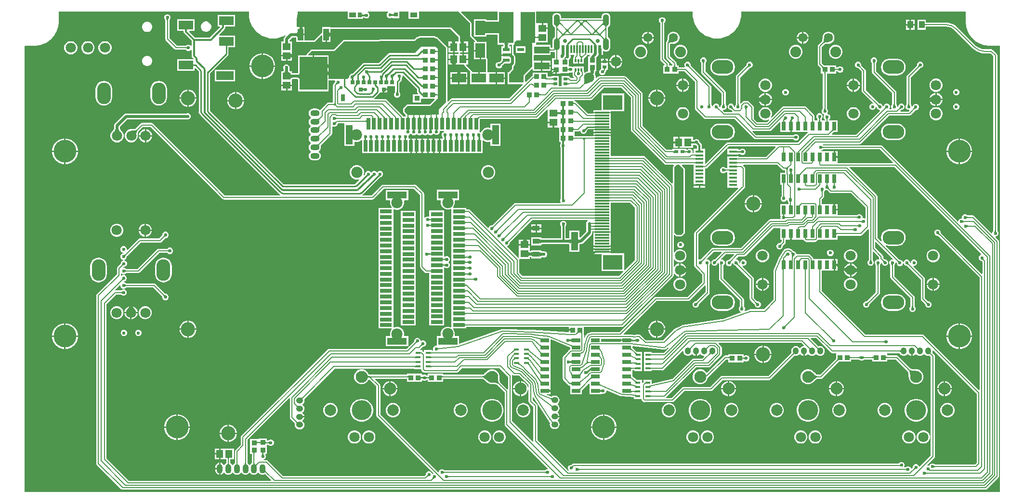
<source format=gtl>
G04*
G04 #@! TF.GenerationSoftware,Altium Limited,Altium Designer,21.8.1 (53)*
G04*
G04 Layer_Physical_Order=1*
G04 Layer_Color=255*
%FSLAX25Y25*%
%MOIN*%
G70*
G04*
G04 #@! TF.SameCoordinates,5834F34B-C4A2-4629-ADC7-1C587854752A*
G04*
G04*
G04 #@! TF.FilePolarity,Positive*
G04*
G01*
G75*
%ADD12C,0.01000*%
%ADD18R,0.13400X0.05100*%
%ADD19R,0.08200X0.02800*%
%ADD20R,0.09843X0.21654*%
%ADD21R,0.06693X0.09843*%
%ADD22R,0.04724X0.02362*%
%ADD23R,0.09843X0.06299*%
%ADD24R,0.05118X0.05512*%
%ADD25R,0.19291X0.23032*%
%ADD26R,0.03937X0.08268*%
%ADD27R,0.05512X0.05118*%
%ADD28R,0.03347X0.03740*%
%ADD29R,0.10000X0.06000*%
%ADD30R,0.12000X0.06000*%
%ADD31R,0.03740X0.03347*%
%ADD32R,0.10236X0.01181*%
%ADD33R,0.13780X0.10433*%
%ADD34R,0.03150X0.01968*%
%ADD35R,0.02362X0.05709*%
%ADD36R,0.01181X0.05709*%
%ADD37R,0.01260X0.02205*%
%ADD38R,0.02559X0.06102*%
%ADD39R,0.05118X0.03740*%
%ADD40R,0.05118X0.12795*%
%ADD41R,0.10630X0.05118*%
%ADD42R,0.04724X0.03347*%
%ADD43R,0.02933X0.04528*%
%ADD44R,0.03740X0.03543*%
%ADD45R,0.05118X0.03347*%
%ADD46R,0.02559X0.02953*%
%ADD47R,0.02559X0.03347*%
%ADD48R,0.02756X0.02559*%
%ADD49R,0.02756X0.02953*%
%ADD50R,0.05807X0.01772*%
%ADD51R,0.02953X0.02362*%
%ADD52R,0.06102X0.02559*%
%ADD53R,0.03543X0.01772*%
%ADD54R,0.03937X0.04921*%
%ADD55R,0.02520X0.02362*%
%ADD56R,0.05100X0.13400*%
%ADD57R,0.02800X0.08200*%
%ADD117C,0.00800*%
%ADD118C,0.02000*%
%ADD119C,0.01200*%
%ADD120C,0.09843*%
%ADD121C,0.07800*%
%ADD122C,0.15748*%
%ADD123O,0.06299X0.04331*%
%ADD124O,0.04331X0.06299*%
%ADD125C,0.06260*%
%ADD126C,0.07480*%
%ADD127O,0.04724X0.04331*%
%ADD128C,0.07087*%
%ADD129C,0.13780*%
%ADD130C,0.07874*%
%ADD131C,0.08268*%
%ADD132C,0.07087*%
%ADD133O,0.09449X0.14961*%
%ADD134C,0.02756*%
%ADD135O,0.04134X0.08268*%
%ADD136O,0.14961X0.09449*%
%ADD137O,0.04331X0.04724*%
%ADD138C,0.02362*%
G36*
X384438Y453491D02*
X384511Y453436D01*
X384590Y453387D01*
X384675Y453344D01*
X384765Y453308D01*
X384862Y453279D01*
X384964Y453256D01*
X385072Y453240D01*
X385187Y453230D01*
X385307Y453227D01*
Y452227D01*
X385187Y452224D01*
X385072Y452214D01*
X384964Y452197D01*
X384862Y452175D01*
X384765Y452145D01*
X384675Y452109D01*
X384590Y452067D01*
X384511Y452018D01*
X384438Y451962D01*
X384371Y451900D01*
Y453554D01*
X384438Y453491D01*
D02*
G37*
G36*
X386390Y451727D02*
X386380Y451822D01*
X386350Y451907D01*
X386299Y451982D01*
X386228Y452047D01*
X386137Y452102D01*
X386026Y452147D01*
X385894Y452182D01*
X385742Y452207D01*
X385570Y452222D01*
X385378Y452227D01*
Y453227D01*
X385570Y453232D01*
X385742Y453247D01*
X385894Y453272D01*
X386026Y453307D01*
X386137Y453352D01*
X386228Y453407D01*
X386299Y453472D01*
X386350Y453547D01*
X386380Y453632D01*
X386390Y453727D01*
Y451727D01*
D02*
G37*
G36*
X366430Y451617D02*
X366363Y451679D01*
X366290Y451734D01*
X366211Y451784D01*
X366126Y451826D01*
X366036Y451862D01*
X365939Y451891D01*
X365837Y451914D01*
X365728Y451931D01*
X365614Y451940D01*
X365494Y451944D01*
Y452944D01*
X365614Y452947D01*
X365728Y452957D01*
X365837Y452973D01*
X365939Y452996D01*
X366036Y453025D01*
X366126Y453061D01*
X366211Y453104D01*
X366290Y453153D01*
X366363Y453208D01*
X366430Y453270D01*
Y451617D01*
D02*
G37*
G36*
X363923Y453349D02*
X363953Y453264D01*
X364003Y453189D01*
X364073Y453124D01*
X364163Y453069D01*
X364273Y453024D01*
X364403Y452989D01*
X364553Y452964D01*
X364723Y452949D01*
X364913Y452944D01*
Y451944D01*
X364723Y451939D01*
X364553Y451924D01*
X364403Y451899D01*
X364273Y451864D01*
X364163Y451819D01*
X364073Y451764D01*
X364003Y451699D01*
X363953Y451624D01*
X363923Y451539D01*
X363913Y451444D01*
Y453444D01*
X363923Y453349D01*
D02*
G37*
G36*
X434932Y450895D02*
X439000Y446827D01*
Y446000D01*
X439000Y438000D01*
X442579Y434421D01*
X442372Y433921D01*
X441653D01*
Y428500D01*
X446000D01*
Y428000D01*
X446500D01*
Y422079D01*
X450000D01*
Y413150D01*
X445500D01*
Y409000D01*
X444500D01*
Y413150D01*
X440850D01*
X436218Y417782D01*
X436409Y418244D01*
X437559D01*
Y421500D01*
X434000D01*
Y422000D01*
X433500D01*
Y425756D01*
X432000D01*
Y426744D01*
X433500D01*
Y430500D01*
Y433232D01*
X431500D01*
X431690Y433252D01*
X431860Y433312D01*
X432010Y433413D01*
X432140Y433554D01*
X432250Y433735D01*
X432340Y433956D01*
X432410Y434218D01*
X432416Y434256D01*
X432000D01*
Y437811D01*
X430834Y438976D01*
X425838Y443973D01*
X342445D01*
Y444260D01*
X336508D01*
Y440508D01*
X331039Y435039D01*
X324492Y435039D01*
Y438626D01*
X321524D01*
Y439126D01*
X321024D01*
Y443239D01*
X320000Y443236D01*
X320190Y443257D01*
X320360Y443317D01*
X320510Y443418D01*
X320640Y443559D01*
X320750Y443741D01*
X320840Y443962D01*
X320910Y444223D01*
X320916Y444260D01*
X318898D01*
Y448776D01*
X319036Y449201D01*
X319045Y449282D01*
X319073Y449357D01*
X319460Y451798D01*
X319457Y451858D01*
X319472Y451917D01*
X319520Y453153D01*
X319517Y453173D01*
X319521Y453193D01*
Y454966D01*
X354410D01*
Y450083D01*
X364925D01*
Y450914D01*
X365630D01*
X365649Y450911D01*
X365679Y450905D01*
X365698Y450899D01*
X365709Y450895D01*
X365709Y450895D01*
X365737Y450869D01*
X365806Y450827D01*
X366038Y450595D01*
X366839Y450262D01*
X367707D01*
X368509Y450595D01*
X369122Y451208D01*
X369454Y452010D01*
Y452878D01*
X369122Y453679D01*
X368509Y454293D01*
X368090Y454466D01*
X368189Y454966D01*
X382027D01*
X382183Y454466D01*
X381679Y453962D01*
X381347Y453161D01*
Y452293D01*
X381679Y451491D01*
X382292Y450878D01*
X383094Y450546D01*
X383962D01*
X384763Y450878D01*
X384866Y450981D01*
X385335Y450809D01*
X385339Y450805D01*
X385366Y450771D01*
Y450476D01*
X389925D01*
Y454966D01*
X396441D01*
Y450083D01*
X403559D01*
Y454966D01*
X430861D01*
X434932Y450895D01*
D02*
G37*
G36*
X530947Y448200D02*
X530939Y448276D01*
X530915Y448344D01*
X530874Y448404D01*
X530817Y448456D01*
X530744Y448500D01*
X530655Y448536D01*
X530549Y448564D01*
X530428Y448584D01*
X530290Y448596D01*
X530135Y448600D01*
Y449400D01*
X530290Y449404D01*
X530428Y449416D01*
X530549Y449436D01*
X530655Y449464D01*
X530744Y449500D01*
X530817Y449544D01*
X530874Y449596D01*
X530915Y449656D01*
X530939Y449724D01*
X530947Y449800D01*
Y448200D01*
D02*
G37*
G36*
X501061Y449724D02*
X501085Y449656D01*
X501126Y449596D01*
X501183Y449544D01*
X501256Y449500D01*
X501345Y449464D01*
X501451Y449436D01*
X501573Y449416D01*
X501711Y449404D01*
X501865Y449400D01*
Y448600D01*
X501711Y448596D01*
X501573Y448584D01*
X501451Y448564D01*
X501345Y448536D01*
X501256Y448500D01*
X501183Y448456D01*
X501126Y448404D01*
X501085Y448344D01*
X501061Y448276D01*
X501053Y448200D01*
Y449800D01*
X501061Y449724D01*
D02*
G37*
G36*
X520384Y448600D02*
X520237Y448594D01*
X520118Y448577D01*
X520027Y448549D01*
X519962Y448510D01*
X519925Y448459D01*
X519915Y448396D01*
X519933Y448323D01*
X519978Y448238D01*
X520050Y448142D01*
X520150Y448034D01*
X519184Y447869D01*
X519071Y447970D01*
X518958Y448050D01*
X518844Y448106D01*
X518731Y448140D01*
X518618Y448151D01*
X518505Y448140D01*
X518392Y448106D01*
X518279Y448050D01*
X518166Y447970D01*
X518052Y447869D01*
X517087Y448034D01*
X517186Y448142D01*
X517258Y448238D01*
X517303Y448323D01*
X517321Y448396D01*
X517311Y448459D01*
X517274Y448510D01*
X517209Y448549D01*
X517118Y448577D01*
X516999Y448594D01*
X516852Y448600D01*
X518618Y449400D01*
X520384Y448600D01*
D02*
G37*
G36*
X515148D02*
X515001Y448594D01*
X514882Y448577D01*
X514790Y448549D01*
X514726Y448510D01*
X514689Y448459D01*
X514679Y448396D01*
X514697Y448323D01*
X514742Y448238D01*
X514814Y448142D01*
X514913Y448034D01*
X513948Y447869D01*
X513834Y447970D01*
X513721Y448050D01*
X513608Y448106D01*
X513495Y448140D01*
X513382Y448151D01*
X513269Y448140D01*
X513156Y448106D01*
X513042Y448050D01*
X512929Y447970D01*
X512816Y447869D01*
X511851Y448034D01*
X511950Y448142D01*
X512022Y448238D01*
X512067Y448323D01*
X512085Y448396D01*
X512075Y448459D01*
X512038Y448510D01*
X511973Y448549D01*
X511882Y448577D01*
X511763Y448594D01*
X511616Y448600D01*
X513382Y449400D01*
X515148Y448600D01*
D02*
G37*
G36*
X517131Y446948D02*
X517030Y446834D01*
X516950Y446721D01*
X516894Y446608D01*
X516860Y446495D01*
X516849Y446382D01*
X516860Y446269D01*
X516894Y446156D01*
X516950Y446042D01*
X517030Y445929D01*
X517131Y445816D01*
X516566Y445251D01*
X516453Y445352D01*
X516339Y445432D01*
X516226Y445488D01*
X516113Y445522D01*
X516000Y445533D01*
X515887Y445522D01*
X515774Y445488D01*
X515661Y445432D01*
X515548Y445352D01*
X515434Y445251D01*
X514869Y445816D01*
X514970Y445929D01*
X515050Y446042D01*
X515106Y446156D01*
X515140Y446269D01*
X515152Y446382D01*
X515140Y446495D01*
X515106Y446608D01*
X515050Y446721D01*
X514970Y446834D01*
X514869Y446948D01*
X515434Y447513D01*
X515548Y447411D01*
X515661Y447332D01*
X515774Y447276D01*
X515887Y447242D01*
X516000Y447230D01*
X516113Y447242D01*
X516226Y447276D01*
X516339Y447332D01*
X516453Y447411D01*
X516566Y447513D01*
X517131Y446948D01*
D02*
G37*
G36*
X572746Y448071D02*
X572673Y447984D01*
X572609Y447893D01*
X572554Y447799D01*
X572507Y447703D01*
X572468Y447604D01*
X572438Y447502D01*
X572417Y447398D01*
X572404Y447290D01*
X572400Y447180D01*
X571600D01*
X571596Y447290D01*
X571583Y447398D01*
X571562Y447502D01*
X571532Y447604D01*
X571493Y447703D01*
X571446Y447799D01*
X571391Y447893D01*
X571327Y447984D01*
X571254Y448071D01*
X571173Y448156D01*
X572827D01*
X572746Y448071D01*
D02*
G37*
G36*
X501051Y448154D02*
X501063Y448048D01*
X501088Y447940D01*
X501126Y447830D01*
X501177Y447718D01*
X501241Y447604D01*
X501319Y447488D01*
X501409Y447369D01*
X501513Y447249D01*
X501630Y447126D01*
X501587Y446038D01*
X501462Y446158D01*
X501348Y446254D01*
X501247Y446326D01*
X501159Y446375D01*
X501083Y446400D01*
X501018Y446401D01*
X500967Y446378D01*
X500928Y446331D01*
X500901Y446261D01*
X500886Y446167D01*
X501053Y448257D01*
X501051Y448154D01*
D02*
G37*
G36*
X531308Y445792D02*
X531284Y445876D01*
X531248Y445937D01*
X531201Y445975D01*
X531141Y445989D01*
X531070Y445981D01*
X530988Y445949D01*
X530893Y445894D01*
X530787Y445817D01*
X530669Y445716D01*
X530539Y445592D01*
X530370Y446553D01*
X530495Y446685D01*
X530701Y446935D01*
X530782Y447054D01*
X530847Y447169D01*
X530897Y447281D01*
X530933Y447388D01*
X530953Y447491D01*
X530957Y447590D01*
X530947Y447685D01*
X531308Y445792D01*
D02*
G37*
G36*
X753453Y446724D02*
X753477Y446656D01*
X753518Y446596D01*
X753574Y446544D01*
X753648Y446500D01*
X753737Y446464D01*
X753842Y446436D01*
X753964Y446416D01*
X754102Y446404D01*
X754256Y446400D01*
Y445600D01*
X754102Y445596D01*
X753964Y445584D01*
X753842Y445564D01*
X753737Y445536D01*
X753648Y445500D01*
X753574Y445456D01*
X753518Y445404D01*
X753477Y445344D01*
X753453Y445276D01*
X753444Y445200D01*
Y446800D01*
X753453Y446724D01*
D02*
G37*
G36*
X507418Y442470D02*
X507316Y442357D01*
X507237Y442244D01*
X507180Y442131D01*
X507146Y442018D01*
X507135Y441904D01*
X507146Y441791D01*
X507180Y441678D01*
X507237Y441565D01*
X507316Y441452D01*
X507418Y441339D01*
X506852Y440773D01*
X506739Y440875D01*
X506626Y440954D01*
X506513Y441011D01*
X506399Y441045D01*
X506286Y441056D01*
X506173Y441045D01*
X506060Y441011D01*
X505947Y440954D01*
X505834Y440875D01*
X505721Y440773D01*
X505155Y441339D01*
X505257Y441452D01*
X505336Y441565D01*
X505393Y441678D01*
X505427Y441791D01*
X505438Y441904D01*
X505427Y442018D01*
X505393Y442131D01*
X505336Y442244D01*
X505257Y442357D01*
X505155Y442470D01*
X505721Y443036D01*
X505834Y442934D01*
X505947Y442855D01*
X506060Y442798D01*
X506173Y442764D01*
X506286Y442753D01*
X506399Y442764D01*
X506513Y442798D01*
X506626Y442855D01*
X506739Y442934D01*
X506852Y443036D01*
X507418Y442470D01*
D02*
G37*
G36*
X527131Y442184D02*
X527030Y442071D01*
X526950Y441958D01*
X526894Y441844D01*
X526860Y441731D01*
X526849Y441618D01*
X526860Y441505D01*
X526894Y441392D01*
X526950Y441279D01*
X527030Y441165D01*
X527131Y441052D01*
X526566Y440487D01*
X526452Y440589D01*
X526339Y440668D01*
X526226Y440724D01*
X526113Y440758D01*
X526000Y440770D01*
X525887Y440758D01*
X525774Y440724D01*
X525661Y440668D01*
X525548Y440589D01*
X525434Y440487D01*
X524869Y441052D01*
X524970Y441165D01*
X525050Y441279D01*
X525106Y441392D01*
X525140Y441505D01*
X525151Y441618D01*
X525140Y441731D01*
X525106Y441844D01*
X525050Y441958D01*
X524970Y442071D01*
X524869Y442184D01*
X525434Y442750D01*
X525548Y442648D01*
X525661Y442568D01*
X525774Y442512D01*
X525887Y442478D01*
X526000Y442467D01*
X526113Y442478D01*
X526226Y442512D01*
X526339Y442568D01*
X526452Y442648D01*
X526566Y442750D01*
X527131Y442184D01*
D02*
G37*
G36*
X499712Y445042D02*
X499645Y445014D01*
X499586Y444967D01*
X499535Y444901D01*
X499491Y444817D01*
X499455Y444713D01*
X499428Y444592D01*
X499408Y444451D01*
X499396Y444291D01*
X499395Y444263D01*
X499398Y444198D01*
X499415Y444045D01*
X499443Y443896D01*
X499483Y443753D01*
X499534Y443614D01*
X499596Y443480D01*
X499669Y443350D01*
X499754Y443225D01*
X499850Y443105D01*
X499958Y442990D01*
Y441858D01*
X499850Y441958D01*
X499754Y442030D01*
X499669Y442075D01*
X499596Y442092D01*
X499534Y442083D01*
X499483Y442046D01*
X499443Y441981D01*
X499415Y441889D01*
X499398Y441770D01*
X499392Y441624D01*
X498592Y443390D01*
X499191Y444113D01*
X498592D01*
X498588Y444291D01*
X498557Y444592D01*
X498529Y444713D01*
X498493Y444817D01*
X498450Y444901D01*
X498398Y444967D01*
X498339Y445014D01*
X498272Y445042D01*
X498197Y445051D01*
X499788D01*
X499712Y445042D01*
D02*
G37*
G36*
X533728D02*
X533661Y445014D01*
X533602Y444967D01*
X533550Y444901D01*
X533507Y444817D01*
X533471Y444713D01*
X533443Y444592D01*
X533424Y444451D01*
X533412Y444291D01*
X533408Y444113D01*
X532708D01*
X533008Y443390D01*
X532608Y441624D01*
X532602Y441770D01*
X532585Y441889D01*
X532557Y441981D01*
X532517Y442046D01*
X532466Y442083D01*
X532404Y442092D01*
X532331Y442075D01*
X532246Y442030D01*
X532150Y441958D01*
X532042Y441858D01*
Y442990D01*
X532150Y443105D01*
X532246Y443225D01*
X532331Y443350D01*
X532404Y443480D01*
X532466Y443614D01*
X532517Y443753D01*
X532557Y443896D01*
X532585Y444045D01*
X532602Y444198D01*
X532605Y444263D01*
X532604Y444291D01*
X532572Y444592D01*
X532545Y444713D01*
X532509Y444817D01*
X532466Y444901D01*
X532414Y444967D01*
X532355Y445014D01*
X532288Y445042D01*
X532212Y445051D01*
X533803D01*
X533728Y445042D01*
D02*
G37*
G36*
X459000Y440000D02*
X446000Y440000D01*
X445047Y447625D01*
X445378Y448000D01*
X459000Y448000D01*
X459000Y440000D01*
D02*
G37*
G36*
X529749Y439566D02*
X529648Y439453D01*
X529568Y439339D01*
X529512Y439226D01*
X529478Y439113D01*
X529467Y439000D01*
X529478Y438887D01*
X529512Y438774D01*
X529568Y438661D01*
X529648Y438547D01*
X529749Y438434D01*
X529018Y438034D01*
X528903Y438142D01*
X528783Y438238D01*
X528658Y438323D01*
X528528Y438396D01*
X528394Y438459D01*
X528255Y438510D01*
X528111Y438549D01*
X527963Y438577D01*
X527810Y438594D01*
X527652Y438600D01*
X526852Y439400D01*
X526999Y439406D01*
X527118Y439423D01*
X527210Y439451D01*
X527274Y439491D01*
X527311Y439541D01*
X527321Y439604D01*
X527303Y439677D01*
X527258Y439762D01*
X527186Y439858D01*
X527087Y439966D01*
X528052Y440131D01*
X528166Y440029D01*
X528279Y439950D01*
X528392Y439894D01*
X528505Y439860D01*
X528618Y439849D01*
X528731Y439860D01*
X528844Y439894D01*
X528958Y439950D01*
X529071Y440029D01*
X529184Y440131D01*
X529749Y439566D01*
D02*
G37*
G36*
X504913Y439966D02*
X504814Y439858D01*
X504742Y439762D01*
X504697Y439677D01*
X504679Y439604D01*
X504689Y439541D01*
X504726Y439491D01*
X504790Y439451D01*
X504882Y439423D01*
X505001Y439406D01*
X505148Y439400D01*
X504348Y438600D01*
X504190Y438594D01*
X504037Y438577D01*
X503889Y438549D01*
X503745Y438510D01*
X503606Y438459D01*
X503472Y438396D01*
X503342Y438323D01*
X503218Y438238D01*
X503097Y438142D01*
X502982Y438034D01*
X502250Y438434D01*
X502352Y438547D01*
X502431Y438661D01*
X502488Y438774D01*
X502522Y438887D01*
X502533Y439000D01*
X502522Y439113D01*
X502488Y439226D01*
X502431Y439339D01*
X502352Y439453D01*
X502250Y439566D01*
X502816Y440131D01*
X502929Y440029D01*
X503043Y439950D01*
X503156Y439894D01*
X503269Y439860D01*
X503382Y439849D01*
X503495Y439860D01*
X503608Y439894D01*
X503721Y439950D01*
X503834Y440029D01*
X503948Y440131D01*
X504913Y439966D01*
D02*
G37*
G36*
X524913Y439966D02*
X524814Y439858D01*
X524742Y439762D01*
X524697Y439677D01*
X524679Y439604D01*
X524689Y439541D01*
X524726Y439491D01*
X524790Y439451D01*
X524882Y439423D01*
X525001Y439406D01*
X525148Y439400D01*
X523382Y439000D01*
X521616Y439400D01*
X521763Y439406D01*
X521882Y439423D01*
X521973Y439451D01*
X522038Y439491D01*
X522075Y439541D01*
X522085Y439604D01*
X522067Y439677D01*
X522022Y439762D01*
X521950Y439858D01*
X521850Y439966D01*
X522816Y440131D01*
X522929Y440029D01*
X523042Y439950D01*
X523156Y439894D01*
X523269Y439860D01*
X523382Y439849D01*
X523495Y439860D01*
X523608Y439894D01*
X523721Y439950D01*
X523834Y440029D01*
X523948Y440131D01*
X524913Y439966D01*
D02*
G37*
G36*
X319567Y437126D02*
X319547Y437316D01*
X319487Y437486D01*
X319387Y437636D01*
X319247Y437766D01*
X319067Y437876D01*
X318847Y437966D01*
X318587Y438036D01*
X318287Y438086D01*
X317947Y438116D01*
X317567Y438126D01*
Y440126D01*
X317947Y440136D01*
X318287Y440166D01*
X318587Y440216D01*
X318847Y440286D01*
X319067Y440376D01*
X319247Y440486D01*
X319387Y440616D01*
X319487Y440766D01*
X319547Y440936D01*
X319567Y441126D01*
Y437126D01*
D02*
G37*
G36*
X533412Y437252D02*
X533443Y436952D01*
X533471Y436830D01*
X533507Y436727D01*
X533550Y436642D01*
X533602Y436577D01*
X533661Y436529D01*
X533728Y436501D01*
X533803Y436492D01*
X532228D01*
X531115Y435378D01*
X531161Y435438D01*
X531189Y435506D01*
X531198Y435581D01*
X531188Y435664D01*
X531159Y435754D01*
X531111Y435852D01*
X531044Y435958D01*
X530959Y436071D01*
X530854Y436193D01*
X530731Y436321D01*
X531297Y436887D01*
X531426Y436764D01*
X531660Y436574D01*
X531766Y436507D01*
X531864Y436459D01*
X531955Y436431D01*
X532037Y436420D01*
X532113Y436429D01*
X532180Y436457D01*
X532225Y436492D01*
X532212D01*
X532228Y436494D01*
X532240Y436503D01*
X532231Y436494D01*
X532288Y436501D01*
X532355Y436529D01*
X532414Y436577D01*
X532466Y436642D01*
X532509Y436727D01*
X532545Y436830D01*
X532572Y436952D01*
X532592Y437092D01*
X532604Y437252D01*
X532608Y437430D01*
X533408D01*
X533412Y437252D01*
D02*
G37*
G36*
X782006Y448112D02*
X782009Y448095D01*
X782006Y448078D01*
X782040Y447048D01*
X782051Y446999D01*
X782048Y446948D01*
X782317Y444906D01*
X782339Y444843D01*
X782343Y444775D01*
X782876Y442786D01*
X782906Y442725D01*
X782919Y442659D01*
X783707Y440756D01*
X783745Y440700D01*
X783766Y440637D01*
X784796Y438853D01*
X784841Y438802D01*
X784870Y438742D01*
X786124Y437108D01*
X786175Y437063D01*
X786212Y437007D01*
X787669Y435551D01*
X787725Y435513D01*
X787769Y435463D01*
X789403Y434209D01*
X789464Y434179D01*
X789514Y434135D01*
X791298Y433105D01*
X791362Y433083D01*
X791418Y433046D01*
X793321Y432257D01*
X793387Y432244D01*
X793447Y432214D01*
X795437Y431681D01*
X795504Y431677D01*
X795568Y431655D01*
X797610Y431387D01*
X797661Y431390D01*
X797710Y431378D01*
X798740Y431345D01*
X798757Y431347D01*
X798773Y431344D01*
X805671Y431344D01*
X805673Y122731D01*
X805320Y122378D01*
X130547D01*
X130545Y430991D01*
X130898Y431344D01*
X137442D01*
X137459Y431347D01*
X137476Y431345D01*
X138505Y431378D01*
X138555Y431390D01*
X138605Y431387D01*
X140647Y431655D01*
X140711Y431677D01*
X140778Y431681D01*
X142768Y432214D01*
X142828Y432244D01*
X142894Y432257D01*
X144798Y433046D01*
X144853Y433083D01*
X144917Y433105D01*
X146701Y434135D01*
X146752Y434179D01*
X146812Y434209D01*
X148446Y435463D01*
X148491Y435513D01*
X148547Y435551D01*
X150003Y437007D01*
X150040Y437063D01*
X150091Y437108D01*
X151345Y438742D01*
X151375Y438802D01*
X151419Y438853D01*
X152449Y440637D01*
X152471Y440700D01*
X152508Y440756D01*
X153296Y442659D01*
X153310Y442725D01*
X153339Y442786D01*
X153872Y444775D01*
X153877Y444843D01*
X153898Y444906D01*
X154167Y446948D01*
X154164Y446999D01*
X154175Y447048D01*
X154209Y448078D01*
X154206Y448095D01*
X154210Y448112D01*
Y454966D01*
X285986D01*
Y453193D01*
X285990Y453173D01*
X285987Y453153D01*
X286035Y451917D01*
X286049Y451858D01*
X286047Y451798D01*
X286433Y449357D01*
X286461Y449282D01*
X286471Y449201D01*
X287234Y446851D01*
X287274Y446781D01*
X287296Y446703D01*
X288418Y444502D01*
X288467Y444438D01*
X288501Y444365D01*
X289954Y442366D01*
X290013Y442311D01*
X290057Y442244D01*
X291805Y440497D01*
X291872Y440452D01*
X291927Y440393D01*
X293926Y438941D01*
X293999Y438907D01*
X294062Y438857D01*
X296264Y437735D01*
X296341Y437713D01*
X296412Y437674D01*
X298762Y436910D01*
X298842Y436901D01*
X298918Y436873D01*
X301358Y436486D01*
X301439Y436490D01*
X301518Y436474D01*
X303989D01*
X304068Y436490D01*
X304148Y436486D01*
X306589Y436873D01*
X306665Y436901D01*
X306745Y436910D01*
X309095Y437674D01*
X309165Y437713D01*
X309243Y437735D01*
X311081Y438672D01*
X311378Y438262D01*
X310558Y437442D01*
X310116Y436780D01*
X309961Y436000D01*
Y434902D01*
X309948Y434755D01*
X309912Y434543D01*
X309872Y434393D01*
X309858Y434358D01*
X308244D01*
Y427240D01*
Y425000D01*
X312000D01*
X314732D01*
Y426256D01*
X314750Y426112D01*
X314803Y425984D01*
X314891Y425871D01*
X315015Y425772D01*
X315174Y425689D01*
X315368Y425621D01*
X315598Y425568D01*
X315756Y425546D01*
Y427240D01*
Y434358D01*
X314142D01*
X314128Y434393D01*
X314088Y434543D01*
X314052Y434755D01*
X314039Y434902D01*
Y435155D01*
X315971Y437087D01*
X318011D01*
X318158Y437074D01*
X318370Y437039D01*
X318520Y436998D01*
X318555Y436984D01*
Y433992D01*
X324492D01*
Y434020D01*
X331039Y434020D01*
X331430Y434097D01*
X331760Y434318D01*
X336046Y438604D01*
X336508Y438413D01*
Y433992D01*
X338976D01*
Y439126D01*
X339476D01*
Y439626D01*
X341421D01*
Y441126D01*
X341441Y440936D01*
X341501Y440766D01*
X341602Y440616D01*
X341743Y440486D01*
X341924Y440376D01*
X342145Y440286D01*
X342407Y440216D01*
X342445Y440210D01*
Y442913D01*
Y442953D01*
X425416D01*
X430114Y438255D01*
X430980Y437389D01*
Y434256D01*
X428584D01*
X428590Y434218D01*
X428660Y433956D01*
X428750Y433735D01*
X428860Y433554D01*
X428990Y433413D01*
X429140Y433312D01*
X429310Y433252D01*
X429500Y433232D01*
X428201D01*
Y430500D01*
Y426744D01*
X430980D01*
Y425756D01*
X428201D01*
Y422000D01*
Y419268D01*
X429560D01*
X429396Y419249D01*
X429250Y419193D01*
X429122Y419100D01*
X429010Y418969D01*
X428916Y418800D01*
X428838Y418595D01*
X428778Y418351D01*
X428762Y418244D01*
X434780D01*
X435000Y418079D01*
X435198Y417782D01*
X435276Y417392D01*
X435497Y417061D01*
X438942Y413616D01*
X439079Y413150D01*
X439079D01*
X439079Y413150D01*
Y404850D01*
X450799D01*
X450921Y404850D01*
X451421Y404850D01*
X456720D01*
Y409000D01*
Y413150D01*
X451850D01*
D01*
X451520D01*
X451299Y413150D01*
X451020Y413534D01*
Y413980D01*
Y422079D01*
X450942Y422469D01*
X450721Y422800D01*
X450390Y423021D01*
X450347Y423029D01*
Y433000D01*
Y433921D01*
X444003D01*
X443598Y434421D01*
X443521Y434811D01*
X443300Y435142D01*
X440020Y438422D01*
X440020Y446000D01*
Y446827D01*
X439942Y447217D01*
X439721Y447548D01*
X435653Y451616D01*
X435653Y451616D01*
X432764Y454504D01*
X432956Y454966D01*
X457937D01*
Y449020D01*
X450347Y449020D01*
Y449669D01*
X441653D01*
Y437827D01*
X450347D01*
Y438980D01*
X457937Y438980D01*
Y433000D01*
Y432173D01*
X461937D01*
X461951Y432138D01*
X461991Y431988D01*
X462027Y431776D01*
X462040Y431629D01*
Y431462D01*
X462038Y431438D01*
X462027Y431313D01*
X461991Y431099D01*
X461950Y430947D01*
X461940Y430921D01*
X460717D01*
Y427181D01*
X460716D01*
Y425500D01*
X467441D01*
Y426559D01*
X467441D01*
Y430921D01*
X466218D01*
X466207Y430947D01*
X466166Y431099D01*
X466131Y431313D01*
X466118Y431462D01*
Y431629D01*
X466131Y431776D01*
X466166Y431988D01*
X466207Y432138D01*
X466221Y432173D01*
X467980D01*
Y425576D01*
X468058Y425186D01*
X468279Y424855D01*
X468891Y424243D01*
X469165Y423834D01*
X469261Y423351D01*
Y419434D01*
X469165Y418951D01*
X468891Y418541D01*
X468279Y417929D01*
X468058Y417599D01*
X467980Y417208D01*
Y415422D01*
X466279Y413721D01*
X466058Y413390D01*
X466010Y413150D01*
X465079D01*
Y404850D01*
X475233D01*
X475424Y404389D01*
X465979Y394943D01*
X426469D01*
X426469Y394943D01*
X425922Y394835D01*
X425459Y394525D01*
X425459Y394525D01*
X423817Y392883D01*
X423317Y393090D01*
Y430065D01*
X423239Y430455D01*
X423018Y430786D01*
X418044Y435760D01*
X418031Y435769D01*
X416958Y436842D01*
X416912Y436873D01*
X416113Y437486D01*
X415140Y437889D01*
X414378Y437989D01*
X414244Y438026D01*
X414117Y438030D01*
X414113Y438031D01*
X414108Y438031D01*
X414091Y438031D01*
X414091Y438031D01*
X413591Y438031D01*
X404288Y438031D01*
X404219Y438017D01*
X404012Y437990D01*
D01*
X403244Y437889D01*
X402271Y437486D01*
X401503Y436897D01*
X401440Y436855D01*
X401440Y436855D01*
X401436Y436852D01*
X401086Y436502D01*
X400356Y435772D01*
X351810Y435512D01*
X351617Y435473D01*
X351425Y435435D01*
X351423Y435433D01*
X351420Y435432D01*
X351257Y435323D01*
X351094Y435214D01*
X344545Y428664D01*
X329219D01*
X328829Y428587D01*
X328498Y428366D01*
X326186Y426053D01*
X325965Y425722D01*
X325887Y425332D01*
X325656Y424997D01*
X325469Y424870D01*
X319854D01*
Y412441D01*
X319819Y412427D01*
X319670Y412387D01*
X319457Y412351D01*
X319310Y412338D01*
X316297D01*
X316148Y412352D01*
X315933Y412387D01*
X315781Y412428D01*
X315756Y412438D01*
Y413858D01*
X314093D01*
X314078Y413893D01*
X314038Y414043D01*
X314003Y414255D01*
X313990Y414402D01*
Y415622D01*
X314082Y415845D01*
Y416713D01*
X313750Y417514D01*
X313136Y418128D01*
X312335Y418460D01*
X311467D01*
X310665Y418128D01*
X310052Y417514D01*
X309720Y416713D01*
Y415845D01*
X309911Y415382D01*
Y414402D01*
X309898Y414255D01*
X309863Y414043D01*
X309823Y413893D01*
X309808Y413858D01*
X308244D01*
Y406740D01*
Y404500D01*
X312000D01*
X315756D01*
Y406740D01*
Y408160D01*
X315781Y408171D01*
X315933Y408211D01*
X316148Y408247D01*
X316297Y408260D01*
X319310D01*
X319457Y408247D01*
X319670Y408212D01*
X319819Y408171D01*
X319854Y408157D01*
Y399839D01*
X341146D01*
Y407371D01*
X345166D01*
X345500Y406871D01*
X345319Y406434D01*
Y406099D01*
X345300Y406013D01*
X345298Y405931D01*
X345294Y405893D01*
X345288Y405861D01*
X345282Y405835D01*
X345275Y405814D01*
X345266Y405795D01*
X345257Y405778D01*
X345253Y405772D01*
X344491Y405009D01*
X344181Y404546D01*
X344073Y404000D01*
X344073Y404000D01*
Y392061D01*
X341134D01*
X341134Y392061D01*
X340588Y391953D01*
X340125Y391643D01*
X340125Y391643D01*
X335491Y387009D01*
X335423Y386908D01*
X334808Y386888D01*
X334742Y386974D01*
X334081Y387481D01*
X333311Y387800D01*
X332484Y387909D01*
X330516D01*
X329689Y387800D01*
X328919Y387481D01*
X328258Y386974D01*
X327751Y386313D01*
X327432Y385543D01*
X327323Y384717D01*
X327432Y383890D01*
X327751Y383120D01*
X328258Y382459D01*
X328779Y382059D01*
X328820Y381918D01*
Y381610D01*
X328779Y381468D01*
X328258Y381069D01*
X327751Y380407D01*
X327432Y379637D01*
X327323Y378811D01*
X327432Y377985D01*
X327751Y377215D01*
X328258Y376554D01*
X328779Y376154D01*
X328820Y376012D01*
Y375704D01*
X328779Y375563D01*
X328258Y375163D01*
X327751Y374502D01*
X327432Y373732D01*
X327323Y372905D01*
X327432Y372079D01*
X327751Y371309D01*
X328258Y370648D01*
X328779Y370248D01*
X328820Y370107D01*
Y369799D01*
X328779Y369657D01*
X328258Y369257D01*
X327751Y368596D01*
X327432Y367826D01*
X327323Y367000D01*
X327432Y366174D01*
X327751Y365404D01*
X328258Y364742D01*
X328779Y364343D01*
X328820Y364201D01*
Y363893D01*
X328779Y363752D01*
X328258Y363352D01*
X327751Y362691D01*
X327432Y361921D01*
X327323Y361094D01*
X327432Y360268D01*
X327751Y359498D01*
X328258Y358837D01*
X328779Y358437D01*
X328820Y358296D01*
Y357988D01*
X328779Y357846D01*
X328258Y357447D01*
X327751Y356785D01*
X327432Y356015D01*
X327323Y355189D01*
X327432Y354363D01*
X327751Y353593D01*
X328258Y352931D01*
X328919Y352424D01*
X329689Y352105D01*
X330516Y351996D01*
X332484D01*
X333311Y352105D01*
X334081Y352424D01*
X334742Y352931D01*
X335249Y353593D01*
X335568Y354363D01*
X335677Y355189D01*
X335568Y356015D01*
X335249Y356785D01*
X334742Y357447D01*
X334221Y357846D01*
X334180Y357988D01*
Y358296D01*
X334221Y358437D01*
X334742Y358837D01*
X335249Y359498D01*
X335568Y360268D01*
X335677Y361094D01*
X335568Y361921D01*
X335498Y362090D01*
X343109Y369701D01*
X343109Y369701D01*
X343419Y370164D01*
X343527Y370710D01*
Y375235D01*
X344027Y375542D01*
X344566Y375319D01*
X345434D01*
X346235Y375651D01*
X346849Y376265D01*
X347181Y377066D01*
Y377144D01*
X347191Y377183D01*
X347207Y377228D01*
X347229Y377280D01*
X347251Y377327D01*
X347274Y377369D01*
X347299Y377407D01*
X347317Y377432D01*
X347591Y377706D01*
X351455D01*
X351838Y377425D01*
Y362025D01*
X358938D01*
Y364657D01*
X359335Y364961D01*
X359843Y364825D01*
X361134D01*
X362380Y365159D01*
X363497Y365804D01*
X363726Y366033D01*
X364188Y365842D01*
Y356925D01*
X392588D01*
Y356925D01*
X395688D01*
Y356925D01*
X397588D01*
Y362025D01*
Y366101D01*
X397232D01*
X397307Y366109D01*
X397375Y366133D01*
X397435Y366174D01*
X397487Y366231D01*
X397532Y366304D01*
X397568Y366393D01*
X397588Y366472D01*
Y367125D01*
X396588D01*
Y367125D01*
X396503D01*
X396169Y367625D01*
X396354Y368070D01*
Y368938D01*
X396323Y369010D01*
X396647Y369535D01*
X397299Y369805D01*
X397743Y370249D01*
X398063Y370364D01*
X398383Y370249D01*
X398828Y369805D01*
X399629Y369472D01*
X400497D01*
X401299Y369805D01*
X401686Y370192D01*
X402013Y370365D01*
X402340Y370192D01*
X402728Y369805D01*
X403529Y369472D01*
X404397D01*
X405198Y369805D01*
X405586Y370192D01*
X405913Y370365D01*
X406240Y370192D01*
X406628Y369805D01*
X407429Y369472D01*
X408297D01*
X409098Y369805D01*
X409498Y370204D01*
X409762Y370394D01*
X410152Y370204D01*
X410493Y369864D01*
X411294Y369531D01*
X412162D01*
X412963Y369864D01*
X413446Y370345D01*
X413713Y370446D01*
X414071Y370364D01*
X414528Y369908D01*
X415329Y369576D01*
X416197D01*
X416998Y369908D01*
X417612Y370521D01*
X417944Y371323D01*
Y372190D01*
X418034Y372325D01*
X421037D01*
X421136Y371825D01*
X420434Y371534D01*
X419820Y370920D01*
X419488Y370119D01*
Y369251D01*
X419820Y368449D01*
X420062Y368208D01*
X420107Y368136D01*
X420131Y368110D01*
X420135Y368102D01*
X420140Y368084D01*
X420147Y368055D01*
X420150Y368037D01*
Y367125D01*
X418288D01*
Y366304D01*
X418288Y366304D01*
X418332Y366231D01*
X418384Y366174D01*
X418444Y366133D01*
X418512Y366109D01*
X418588Y366101D01*
X418288D01*
Y362025D01*
Y356925D01*
X419288D01*
Y356925D01*
X428088D01*
Y356925D01*
X431088D01*
Y356925D01*
X439888D01*
Y356925D01*
X442888D01*
Y356925D01*
X447688D01*
Y365842D01*
X448150Y366033D01*
X448380Y365804D01*
X449497Y365159D01*
X450743Y364825D01*
X452034D01*
X452642Y364988D01*
X453038Y364684D01*
Y362025D01*
X460138D01*
Y377425D01*
X453038D01*
Y374766D01*
X452642Y374462D01*
X452034Y374625D01*
X450743D01*
X449497Y374291D01*
X448380Y373646D01*
X447467Y372734D01*
X446822Y371616D01*
X446785Y371478D01*
X446303Y371349D01*
X446117Y371534D01*
X445415Y371825D01*
X445515Y372325D01*
X445788D01*
Y380485D01*
X445790Y380492D01*
X445867Y380580D01*
X485008D01*
X485008Y380580D01*
X485554Y380689D01*
X486017Y380998D01*
X492343Y387324D01*
X492805Y387133D01*
Y381117D01*
Y378876D01*
X496560D01*
Y378376D01*
X497060D01*
Y375841D01*
X497500D01*
X497405Y375831D01*
X497320Y375801D01*
X497245Y375750D01*
X497180Y375679D01*
X497125Y375588D01*
X497080Y375477D01*
X497060Y375404D01*
Y374817D01*
X500316D01*
X500709Y374557D01*
Y370630D01*
X500709D01*
Y370370D01*
X500709D01*
Y364630D01*
X501810D01*
Y363506D01*
X501809Y363500D01*
X501802Y363457D01*
X501799Y363443D01*
X501592Y363235D01*
X501260Y362434D01*
Y361566D01*
X501592Y360765D01*
X501799Y360557D01*
X501802Y360543D01*
X501807Y360511D01*
X501810Y360481D01*
Y325465D01*
X501808Y325441D01*
X501802Y325403D01*
X501798Y325383D01*
X501651Y325236D01*
X501319Y324434D01*
Y323566D01*
X501583Y322927D01*
X501335Y322427D01*
X470213D01*
X470213Y322427D01*
X469666Y322319D01*
X469203Y322009D01*
X454165Y306972D01*
X454159Y306967D01*
X454142Y306958D01*
X454123Y306950D01*
X454102Y306942D01*
X454076Y306936D01*
X454044Y306930D01*
X454006Y306927D01*
X453924Y306925D01*
X453838Y306906D01*
X453503D01*
X452702Y306574D01*
X452088Y305960D01*
X451913Y305537D01*
X451323Y305420D01*
X438997Y317746D01*
X438534Y318055D01*
X437988Y318164D01*
X437988Y318164D01*
X436347D01*
Y319137D01*
X427430D01*
X427238Y319599D01*
X427468Y319828D01*
X428113Y320945D01*
X428447Y322192D01*
Y323482D01*
X428284Y324090D01*
X428588Y324487D01*
X431247D01*
Y331587D01*
X415847D01*
Y324487D01*
X418505D01*
X418810Y324090D01*
X418647Y323482D01*
Y322192D01*
X418981Y320945D01*
X419626Y319828D01*
X420538Y318916D01*
X421655Y318271D01*
X422902Y317937D01*
X424192D01*
X425438Y318271D01*
X425714Y318430D01*
X426147Y318180D01*
Y314337D01*
Y310437D01*
Y306537D01*
Y302537D01*
Y298637D01*
Y294737D01*
Y290737D01*
Y286837D01*
Y282837D01*
Y278937D01*
Y275037D01*
Y271037D01*
Y267137D01*
Y263237D01*
Y259237D01*
Y255337D01*
Y251337D01*
Y247437D01*
Y243537D01*
Y239537D01*
Y236594D01*
X425714Y236344D01*
X425438Y236503D01*
X424192Y236837D01*
X422902D01*
X421655Y236503D01*
X420538Y235858D01*
X419626Y234945D01*
X418981Y233828D01*
X418647Y232582D01*
Y231292D01*
X418783Y230783D01*
X418478Y230387D01*
X415847D01*
Y223681D01*
X415066D01*
X414264Y223349D01*
X413651Y222736D01*
X413319Y221934D01*
Y221066D01*
X413490Y220652D01*
X413156Y220152D01*
X412618D01*
Y220610D01*
X407075D01*
Y219597D01*
X406613Y219406D01*
X406285Y219734D01*
X405925Y219974D01*
Y220610D01*
X404264D01*
X404215Y221110D01*
X404275Y221122D01*
X404738Y221432D01*
X406153Y222847D01*
X406159Y222850D01*
X406176Y222860D01*
X406195Y222868D01*
X406216Y222876D01*
X406242Y222882D01*
X406274Y222888D01*
X406313Y222891D01*
X406394Y222893D01*
X406480Y222913D01*
X406815D01*
X407617Y223245D01*
X408230Y223858D01*
X408562Y224660D01*
Y225527D01*
X408230Y226329D01*
X407617Y226943D01*
X406815Y227275D01*
X405947D01*
X405231Y226978D01*
X404911Y227108D01*
X404731Y227235D01*
Y227412D01*
X404399Y228214D01*
X403786Y228827D01*
X402984Y229159D01*
X402116D01*
X401315Y228827D01*
X400701Y228214D01*
X400369Y227412D01*
Y227077D01*
X400350Y226991D01*
X400348Y226910D01*
X400344Y226871D01*
X400339Y226839D01*
X400332Y226813D01*
X400325Y226792D01*
X400317Y226773D01*
X400307Y226756D01*
X400303Y226750D01*
X396602Y223049D01*
X396180Y223334D01*
X396180Y223696D01*
Y230336D01*
X393548D01*
X393244Y230733D01*
X393380Y231241D01*
Y232531D01*
X393046Y233778D01*
X392401Y234895D01*
X391488Y235807D01*
X390371Y236452D01*
X389125Y236786D01*
X387835D01*
X386588Y236452D01*
X386313Y236293D01*
X385880Y236543D01*
Y239486D01*
Y243486D01*
Y247386D01*
Y251286D01*
Y255286D01*
Y259186D01*
Y263186D01*
Y267086D01*
Y270986D01*
Y274986D01*
Y278886D01*
Y282786D01*
Y286786D01*
Y290686D01*
Y294686D01*
Y298586D01*
Y302486D01*
Y306486D01*
Y310386D01*
Y314286D01*
Y318129D01*
X386313Y318379D01*
X386588Y318220D01*
X387835Y317886D01*
X389125D01*
X390371Y318220D01*
X391488Y318865D01*
X392401Y319778D01*
X393046Y320895D01*
X393380Y322141D01*
Y323431D01*
X393217Y324040D01*
X393521Y324436D01*
X396180D01*
Y331536D01*
X380780D01*
Y324436D01*
X383438D01*
X383743Y324040D01*
X383580Y323431D01*
Y322141D01*
X383914Y320895D01*
X384559Y319778D01*
X384788Y319548D01*
X384597Y319086D01*
X375680D01*
Y314286D01*
Y310386D01*
Y306486D01*
Y302486D01*
Y298586D01*
Y294686D01*
Y290686D01*
Y286786D01*
Y282786D01*
Y278886D01*
Y274986D01*
Y270986D01*
Y267086D01*
Y263186D01*
Y259186D01*
Y255286D01*
Y251286D01*
Y247386D01*
Y243486D01*
Y239486D01*
Y235586D01*
X384597D01*
X384788Y235124D01*
X384559Y234895D01*
X383914Y233778D01*
X383580Y232531D01*
Y231241D01*
X383716Y230733D01*
X383412Y230336D01*
X380780D01*
Y223236D01*
X395690D01*
X396082Y223236D01*
X396367Y222814D01*
X394981Y221427D01*
X341500D01*
X341500Y221427D01*
X340954Y221319D01*
X340491Y221009D01*
X340491Y221009D01*
X280804Y161322D01*
X280494Y160859D01*
X280386Y160313D01*
X280386Y160313D01*
Y155203D01*
X276585Y151403D01*
X276276Y150940D01*
X276167Y150394D01*
X276167Y150394D01*
Y142319D01*
X275998Y142249D01*
X275337Y141742D01*
X274937Y141221D01*
X274796Y141180D01*
X274488D01*
X274346Y141221D01*
X273946Y141742D01*
X273285Y142249D01*
X273116Y142319D01*
Y144997D01*
X275617D01*
Y152509D01*
X266259D01*
Y148753D01*
Y146021D01*
X266583D01*
X266508Y146013D01*
X266440Y145989D01*
X266379Y145948D01*
X266328Y145891D01*
X266283Y145818D01*
X266259Y145757D01*
Y144997D01*
X270262D01*
Y142319D01*
X270093Y142249D01*
X269431Y141742D01*
X269032Y141221D01*
X268890Y141180D01*
X268582D01*
X268441Y141221D01*
X268041Y141742D01*
X267380Y142249D01*
X266610Y142568D01*
X266283Y142611D01*
Y141703D01*
X266326Y141621D01*
X266377Y141556D01*
X266437Y141510D01*
X266504Y141482D01*
X266579Y141473D01*
X266283D01*
Y138500D01*
Y134389D01*
X266610Y134432D01*
X267380Y134751D01*
X268041Y135258D01*
X268441Y135779D01*
X268582Y135820D01*
X268890D01*
X269032Y135779D01*
X269431Y135258D01*
X270093Y134751D01*
X270863Y134432D01*
X271689Y134323D01*
X272515Y134432D01*
X273285Y134751D01*
X273946Y135258D01*
X274346Y135779D01*
X274488Y135820D01*
X274796D01*
X274937Y135779D01*
X275337Y135258D01*
X275998Y134751D01*
X276768Y134432D01*
X277594Y134323D01*
X278421Y134432D01*
X279191Y134751D01*
X279852Y135258D01*
X280252Y135779D01*
X280393Y135820D01*
X280701D01*
X280843Y135779D01*
X281242Y135258D01*
X281904Y134751D01*
X282674Y134432D01*
X283500Y134323D01*
X284326Y134432D01*
X285096Y134751D01*
X285757Y135258D01*
X286157Y135779D01*
X286299Y135820D01*
X286607D01*
X286748Y135779D01*
X287148Y135258D01*
X287809Y134751D01*
X288579Y134432D01*
X289405Y134323D01*
X290232Y134432D01*
X291002Y134751D01*
X291663Y135258D01*
X292063Y135779D01*
X292204Y135820D01*
X292512D01*
X292654Y135779D01*
X293054Y135258D01*
X293715Y134751D01*
X294485Y134432D01*
X295311Y134323D01*
X296137Y134432D01*
X296907Y134751D01*
X296983Y134809D01*
X301203Y130589D01*
X301012Y130127D01*
X202891D01*
X187427Y145591D01*
Y252409D01*
X194061Y259042D01*
X197431D01*
X197438Y259041D01*
X197457Y259035D01*
X197476Y259028D01*
X197496Y259018D01*
X197519Y259004D01*
X197545Y258986D01*
X197575Y258961D01*
X197634Y258905D01*
X197708Y258858D01*
X197946Y258621D01*
X198747Y258289D01*
X199615D01*
X200416Y258621D01*
X201030Y259234D01*
X201362Y260036D01*
Y260904D01*
X201030Y261705D01*
X200416Y262319D01*
X199615Y262651D01*
X198747D01*
X197946Y262319D01*
X197708Y262082D01*
X197634Y262034D01*
X197575Y261978D01*
X197545Y261953D01*
X197519Y261935D01*
X197496Y261921D01*
X197476Y261912D01*
X197457Y261904D01*
X197438Y261898D01*
X197431Y261897D01*
X193484D01*
X193454Y261930D01*
X193242Y262362D01*
X196575Y265695D01*
X197075Y265488D01*
Y264961D01*
X197407Y264159D01*
X198021Y263545D01*
X198822Y263213D01*
X199690D01*
X200492Y263545D01*
X200729Y263783D01*
X200803Y263830D01*
X200862Y263886D01*
X200892Y263911D01*
X200918Y263929D01*
X200941Y263943D01*
X200961Y263953D01*
X200980Y263960D01*
X200999Y263966D01*
X201007Y263967D01*
X219665D01*
X226009Y257623D01*
X226013Y257617D01*
X226023Y257599D01*
X226031Y257581D01*
X226038Y257559D01*
X226045Y257534D01*
X226050Y257502D01*
X226054Y257463D01*
X226056Y257382D01*
X226075Y257296D01*
Y256961D01*
X226407Y256159D01*
X227021Y255545D01*
X227822Y255213D01*
X228690D01*
X229492Y255545D01*
X230105Y256159D01*
X230437Y256961D01*
Y257828D01*
X230105Y258630D01*
X229492Y259244D01*
X228690Y259576D01*
X228355D01*
X228269Y259595D01*
X228187Y259597D01*
X228149Y259600D01*
X228117Y259606D01*
X228091Y259612D01*
X228070Y259620D01*
X228051Y259628D01*
X228034Y259638D01*
X228028Y259642D01*
X221266Y266404D01*
X220802Y266713D01*
X220256Y266822D01*
X220256Y266822D01*
X201007D01*
X200999Y266823D01*
X200980Y266829D01*
X200961Y266836D01*
X200941Y266846D01*
X200918Y266860D01*
X200892Y266878D01*
X200862Y266903D01*
X200803Y266959D01*
X200729Y267006D01*
X200492Y267244D01*
X199690Y267576D01*
X199562D01*
X199533Y267595D01*
X199325Y267899D01*
X199299Y268076D01*
X199440Y268213D01*
X199690D01*
X200492Y268546D01*
X201105Y269159D01*
X201437Y269961D01*
Y270828D01*
X201105Y271630D01*
X200492Y272244D01*
X199690Y272576D01*
X198822D01*
X198021Y272244D01*
X197853Y272076D01*
X197392Y272322D01*
X197427Y272500D01*
Y273485D01*
X197889Y273677D01*
X198021Y273546D01*
X198822Y273213D01*
X199690D01*
X200492Y273546D01*
X200729Y273783D01*
X200803Y273830D01*
X200862Y273886D01*
X200892Y273911D01*
X200918Y273929D01*
X200941Y273943D01*
X200961Y273953D01*
X200980Y273960D01*
X200999Y273966D01*
X201007Y273967D01*
X209256D01*
X209256Y273967D01*
X209802Y274076D01*
X210265Y274385D01*
X223847Y287967D01*
X229506D01*
X229513Y287966D01*
X229532Y287960D01*
X229551Y287953D01*
X229571Y287943D01*
X229594Y287929D01*
X229620Y287911D01*
X229650Y287886D01*
X229709Y287830D01*
X229784Y287783D01*
X230021Y287545D01*
X230822Y287213D01*
X231690D01*
X232492Y287545D01*
X233105Y288159D01*
X233437Y288961D01*
Y289828D01*
X233105Y290630D01*
X232492Y291244D01*
X231690Y291576D01*
X230822D01*
X230021Y291244D01*
X229784Y291006D01*
X229709Y290959D01*
X229650Y290903D01*
X229620Y290878D01*
X229594Y290860D01*
X229571Y290846D01*
X229551Y290836D01*
X229532Y290829D01*
X229513Y290823D01*
X229506Y290822D01*
X223256D01*
X223256Y290822D01*
X222710Y290713D01*
X222247Y290404D01*
X208665Y276822D01*
X201007D01*
X200999Y276823D01*
X200980Y276829D01*
X200961Y276836D01*
X200941Y276846D01*
X200918Y276860D01*
X200892Y276878D01*
X200862Y276903D01*
X200803Y276959D01*
X200729Y277007D01*
X200492Y277244D01*
X199690Y277576D01*
X199336D01*
X199069Y278058D01*
X199097Y278119D01*
X199105Y278131D01*
X199160Y278210D01*
X199280Y278353D01*
X199298Y278354D01*
X199379Y278356D01*
X199465Y278376D01*
X199800D01*
X200602Y278708D01*
X201215Y279321D01*
X201548Y280123D01*
Y280991D01*
X201215Y281792D01*
X200602Y282406D01*
X199800Y282738D01*
X199749D01*
X199690Y283213D01*
X200492Y283545D01*
X201105Y284159D01*
X201437Y284961D01*
Y285296D01*
X201456Y285382D01*
X201458Y285463D01*
X201462Y285502D01*
X201468Y285534D01*
X201474Y285560D01*
X201482Y285581D01*
X201490Y285599D01*
X201499Y285617D01*
X201503Y285623D01*
X210948Y295068D01*
X224357D01*
X224357Y295068D01*
X224903Y295176D01*
X225366Y295486D01*
X228028Y298147D01*
X228034Y298151D01*
X228051Y298161D01*
X228070Y298169D01*
X228091Y298177D01*
X228117Y298183D01*
X228149Y298188D01*
X228187Y298192D01*
X228269Y298194D01*
X228355Y298213D01*
X228690D01*
X229492Y298546D01*
X230105Y299159D01*
X230437Y299961D01*
Y300828D01*
X230105Y301630D01*
X229492Y302244D01*
X228690Y302576D01*
X227822D01*
X227021Y302244D01*
X226407Y301630D01*
X226075Y300828D01*
Y300493D01*
X226056Y300407D01*
X226054Y300326D01*
X226050Y300287D01*
X226045Y300255D01*
X226038Y300230D01*
X226031Y300208D01*
X226023Y300190D01*
X226013Y300172D01*
X226009Y300166D01*
X223765Y297922D01*
X210357D01*
X210357Y297922D01*
X209810Y297814D01*
X209347Y297504D01*
X209347Y297504D01*
X201937Y290094D01*
X201437Y290301D01*
Y290828D01*
X201105Y291630D01*
X200492Y292244D01*
X199690Y292576D01*
X198822D01*
X198021Y292244D01*
X197407Y291630D01*
X197075Y290828D01*
Y289961D01*
X197407Y289159D01*
X198021Y288545D01*
X198822Y288213D01*
X198950D01*
X198979Y288194D01*
X199187Y287890D01*
X199214Y287713D01*
X199072Y287576D01*
X198822D01*
X198021Y287244D01*
X197407Y286630D01*
X197075Y285828D01*
Y284961D01*
X197407Y284159D01*
X198021Y283545D01*
X198822Y283213D01*
X198874D01*
X198933Y282738D01*
X198131Y282406D01*
X197517Y281792D01*
X197185Y280991D01*
Y280655D01*
X197166Y280569D01*
X197164Y280488D01*
X197160Y280449D01*
X197155Y280417D01*
X197148Y280392D01*
X197141Y280370D01*
X197133Y280352D01*
X197123Y280334D01*
X197119Y280328D01*
X194991Y278200D01*
X194681Y277737D01*
X194573Y277190D01*
X194573Y277190D01*
Y273091D01*
X180791Y259309D01*
X180481Y258846D01*
X180373Y258300D01*
X180373Y258300D01*
Y142200D01*
X180373Y142200D01*
X180481Y141654D01*
X180791Y141191D01*
X197491Y124491D01*
X197491Y124491D01*
X197954Y124181D01*
X198500Y124073D01*
X198500Y124073D01*
X795682D01*
X795682Y124073D01*
X796229Y124181D01*
X796692Y124491D01*
X804709Y132508D01*
X804709Y132508D01*
X805019Y132971D01*
X805127Y133518D01*
X805127Y133518D01*
Y295650D01*
X805127Y295650D01*
X805019Y296196D01*
X804709Y296659D01*
X802550Y298819D01*
X802757Y299319D01*
X802934D01*
X803736Y299651D01*
X804349Y300265D01*
X804681Y301066D01*
Y301934D01*
X804349Y302735D01*
X804112Y302973D01*
X804065Y303047D01*
X804009Y303106D01*
X803984Y303136D01*
X803965Y303162D01*
X803952Y303185D01*
X803942Y303205D01*
X803934Y303224D01*
X803929Y303243D01*
X803927Y303251D01*
Y424818D01*
X803927Y424818D01*
X803819Y425364D01*
X803509Y425827D01*
X803509Y425828D01*
X800827Y428509D01*
X800364Y428819D01*
X799818Y428927D01*
X799818Y428927D01*
X795142D01*
X795079Y428915D01*
X793466Y429074D01*
X791854Y429563D01*
X790369Y430357D01*
X789446Y431114D01*
X789080Y431438D01*
X789080Y431438D01*
X776438Y444080D01*
X776444Y444086D01*
X775079Y445251D01*
X773549Y446189D01*
X771892Y446876D01*
X770147Y447295D01*
X768358Y447435D01*
Y447427D01*
X754468D01*
Y449461D01*
X748531D01*
Y442539D01*
X754468D01*
Y444573D01*
X768358D01*
X768421Y444585D01*
X770034Y444426D01*
X771646Y443937D01*
X773131Y443144D01*
X774384Y442115D01*
X774420Y442062D01*
X786708Y429773D01*
X787056Y429414D01*
X787056Y429414D01*
X788421Y428249D01*
X789951Y427311D01*
X791608Y426624D01*
X793353Y426205D01*
X795142Y426065D01*
Y426073D01*
X799227D01*
X801073Y424227D01*
Y303251D01*
X801071Y303243D01*
X801066Y303224D01*
X801058Y303205D01*
X801048Y303185D01*
X801035Y303162D01*
X801016Y303136D01*
X800991Y303106D01*
X800935Y303047D01*
X800888Y302973D01*
X800651Y302735D01*
X800319Y301934D01*
Y301757D01*
X799819Y301550D01*
X787859Y313509D01*
X787396Y313819D01*
X786850Y313927D01*
X786850Y313927D01*
X783251D01*
X783243Y313929D01*
X783224Y313934D01*
X783205Y313942D01*
X783185Y313952D01*
X783162Y313965D01*
X783136Y313984D01*
X783106Y314009D01*
X783047Y314065D01*
X782973Y314112D01*
X782735Y314349D01*
X781934Y314681D01*
X781066D01*
X780265Y314349D01*
X779651Y313736D01*
X779319Y312934D01*
Y312066D01*
X779177Y311854D01*
X778583D01*
X777782Y311522D01*
X777168Y310908D01*
X776836Y310106D01*
Y310083D01*
X776374Y309891D01*
X724256Y362009D01*
X723793Y362319D01*
X723247Y362427D01*
X723247Y362427D01*
X683320D01*
X683130Y362635D01*
X683111Y362676D01*
X683392Y363173D01*
X708600D01*
X708600Y363173D01*
X709146Y363281D01*
X709609Y363591D01*
X728991Y382973D01*
X742854D01*
X742854Y382973D01*
X743401Y383081D01*
X743864Y383391D01*
X744677Y384204D01*
X747254Y386781D01*
X747260Y386785D01*
X747278Y386795D01*
X747296Y386803D01*
X747318Y386810D01*
X747343Y386817D01*
X747375Y386822D01*
X747414Y386826D01*
X747495Y386828D01*
X747581Y386847D01*
X747917D01*
X748718Y387179D01*
X749332Y387793D01*
X749664Y388594D01*
Y389462D01*
X749332Y390264D01*
X748718Y390877D01*
X747917Y391209D01*
X747049D01*
X746247Y390877D01*
X745634Y390264D01*
X745302Y389462D01*
Y389315D01*
X745239Y389262D01*
X744739Y389494D01*
Y389537D01*
X744407Y390339D01*
X744170Y390576D01*
X744123Y390650D01*
X744067Y390709D01*
X744042Y390739D01*
X744023Y390766D01*
X744009Y390788D01*
X744000Y390809D01*
X743992Y390828D01*
X743987Y390847D01*
X743985Y390854D01*
Y409512D01*
X750329Y415856D01*
X750335Y415860D01*
X750353Y415870D01*
X750372Y415878D01*
X750393Y415885D01*
X750419Y415892D01*
X750450Y415897D01*
X750489Y415901D01*
X750570Y415903D01*
X750656Y415922D01*
X750992D01*
X751793Y416254D01*
X752407Y416868D01*
X752739Y417669D01*
Y418537D01*
X752407Y419339D01*
X751793Y419952D01*
X750992Y420285D01*
X750124D01*
X749322Y419952D01*
X748709Y419339D01*
X748377Y418537D01*
Y418202D01*
X748357Y418116D01*
X748355Y418035D01*
X748352Y417996D01*
X748346Y417964D01*
X748340Y417938D01*
X748333Y417917D01*
X748324Y417899D01*
X748315Y417881D01*
X748311Y417875D01*
X741548Y411113D01*
X741239Y410650D01*
X741130Y410103D01*
X741130Y410103D01*
Y390854D01*
X741129Y390847D01*
X741123Y390828D01*
X741116Y390809D01*
X741106Y390788D01*
X741092Y390766D01*
X741074Y390739D01*
X741049Y390709D01*
X740993Y390650D01*
X740946Y390576D01*
X740709Y390339D01*
X740377Y389537D01*
Y388669D01*
X740709Y387868D01*
X741322Y387254D01*
X742124Y386922D01*
X742651D01*
X742858Y386422D01*
X742263Y385827D01*
X736954D01*
X736763Y386289D01*
X737329Y386856D01*
X737335Y386860D01*
X737353Y386870D01*
X737371Y386878D01*
X737393Y386885D01*
X737419Y386892D01*
X737450Y386897D01*
X737489Y386901D01*
X737570Y386903D01*
X737656Y386922D01*
X737992D01*
X738793Y387254D01*
X739407Y387868D01*
X739739Y388669D01*
Y389537D01*
X739407Y390339D01*
X738793Y390952D01*
X737992Y391284D01*
X737124D01*
X736322Y390952D01*
X735709Y390339D01*
X735377Y389537D01*
Y389287D01*
X735239Y389146D01*
X735062Y389172D01*
X734758Y389380D01*
X734739Y389409D01*
Y389537D01*
X734407Y390339D01*
X734170Y390576D01*
X734123Y390650D01*
X734067Y390709D01*
X734042Y390739D01*
X734023Y390766D01*
X734010Y390788D01*
X734000Y390809D01*
X733992Y390828D01*
X733987Y390847D01*
X733985Y390854D01*
Y399103D01*
X733985Y399103D01*
X733877Y399650D01*
X733567Y400113D01*
X719985Y413695D01*
Y419353D01*
X719987Y419360D01*
X719992Y419379D01*
X720000Y419398D01*
X720010Y419418D01*
X720023Y419441D01*
X720042Y419467D01*
X720067Y419498D01*
X720123Y419556D01*
X720170Y419631D01*
X720407Y419868D01*
X720739Y420670D01*
Y421537D01*
X720407Y422339D01*
X719793Y422952D01*
X718992Y423284D01*
X718124D01*
X717322Y422952D01*
X716709Y422339D01*
X716377Y421537D01*
Y420670D01*
X716709Y419868D01*
X716946Y419631D01*
X716993Y419556D01*
X717049Y419498D01*
X717074Y419467D01*
X717093Y419441D01*
X717106Y419418D01*
X717116Y419398D01*
X717123Y419379D01*
X717129Y419360D01*
X717130Y419353D01*
Y413103D01*
X717130Y413103D01*
X717239Y412557D01*
X717549Y412094D01*
X731130Y398512D01*
Y390854D01*
X731129Y390847D01*
X731123Y390828D01*
X731116Y390809D01*
X731106Y390788D01*
X731093Y390766D01*
X731074Y390739D01*
X731049Y390709D01*
X730993Y390650D01*
X730946Y390576D01*
X730709Y390339D01*
X730377Y389537D01*
Y388669D01*
X730684Y387927D01*
X730496Y387427D01*
X729347D01*
X729156Y387889D01*
X729245Y387978D01*
X729577Y388780D01*
Y389647D01*
X729245Y390449D01*
X728631Y391063D01*
X727830Y391395D01*
X726962D01*
X726160Y391063D01*
X725547Y390449D01*
X725214Y389647D01*
Y389596D01*
X724739Y389537D01*
X724407Y390339D01*
X723793Y390952D01*
X722992Y391284D01*
X722656D01*
X722570Y391304D01*
X722489Y391306D01*
X722450Y391309D01*
X722418Y391315D01*
X722393Y391321D01*
X722371Y391329D01*
X722353Y391337D01*
X722335Y391347D01*
X722329Y391351D01*
X712885Y400795D01*
Y414204D01*
X712885Y414204D01*
X712776Y414750D01*
X712467Y415213D01*
X712467Y415213D01*
X709805Y417875D01*
X709801Y417881D01*
X709791Y417899D01*
X709783Y417917D01*
X709776Y417938D01*
X709769Y417964D01*
X709764Y417996D01*
X709760Y418035D01*
X709758Y418116D01*
X709739Y418202D01*
Y418537D01*
X709407Y419339D01*
X708793Y419952D01*
X707992Y420285D01*
X707124D01*
X706322Y419952D01*
X705709Y419339D01*
X705377Y418537D01*
Y417669D01*
X705709Y416868D01*
X706322Y416254D01*
X707124Y415922D01*
X707459D01*
X707545Y415903D01*
X707626Y415901D01*
X707665Y415897D01*
X707697Y415892D01*
X707723Y415885D01*
X707744Y415878D01*
X707763Y415870D01*
X707780Y415860D01*
X707786Y415856D01*
X710030Y413613D01*
Y400204D01*
X710030Y400204D01*
X710139Y399658D01*
X710448Y399195D01*
X710448Y399195D01*
X717858Y391785D01*
X717651Y391284D01*
X717124D01*
X716322Y390952D01*
X715709Y390339D01*
X715377Y389537D01*
Y388669D01*
X715709Y387868D01*
X716322Y387254D01*
X717124Y386922D01*
X717992D01*
X718793Y387254D01*
X719407Y387868D01*
X719739Y388669D01*
Y388797D01*
X719758Y388826D01*
X720062Y389034D01*
X720239Y389061D01*
X720377Y388919D01*
Y388669D01*
X720709Y387868D01*
X721322Y387254D01*
X722124Y386922D01*
X722378D01*
X722586Y386422D01*
X705991Y369827D01*
X689543D01*
X689351Y370289D01*
X690600Y371538D01*
X690719Y371649D01*
X690754Y371677D01*
X693280D01*
Y379780D01*
X688779D01*
X688721Y379780D01*
Y379780D01*
X688279Y379780D01*
Y379780D01*
X687430D01*
X687429Y380257D01*
X687434Y380276D01*
X687442Y380295D01*
X687452Y380315D01*
X687465Y380338D01*
X687484Y380364D01*
X687509Y380394D01*
X687565Y380453D01*
X687612Y380527D01*
X687849Y380765D01*
X688181Y381566D01*
Y382434D01*
X687849Y383236D01*
X687235Y383849D01*
X686434Y384181D01*
X686419D01*
X686228Y384643D01*
X686349Y384765D01*
X686681Y385566D01*
Y386434D01*
X686349Y387235D01*
X686112Y387473D01*
X686065Y387547D01*
X686009Y387606D01*
X685984Y387636D01*
X685965Y387662D01*
X685952Y387685D01*
X685942Y387705D01*
X685934Y387724D01*
X685929Y387743D01*
X685927Y387751D01*
Y412130D01*
X692291D01*
Y413573D01*
X693250D01*
X693257Y413571D01*
X693276Y413565D01*
X693295Y413558D01*
X693315Y413548D01*
X693338Y413535D01*
X693364Y413516D01*
X693394Y413491D01*
X693453Y413435D01*
X693527Y413388D01*
X693764Y413151D01*
X694566Y412819D01*
X695434D01*
X696236Y413151D01*
X696849Y413764D01*
X697181Y414566D01*
Y415434D01*
X696849Y416235D01*
X696236Y416849D01*
X695434Y417181D01*
X694566D01*
X693764Y416849D01*
X693527Y416612D01*
X693453Y416565D01*
X693394Y416509D01*
X693364Y416484D01*
X693338Y416465D01*
X693315Y416452D01*
X693295Y416442D01*
X693276Y416434D01*
X693257Y416429D01*
X693250Y416427D01*
X692291D01*
Y417870D01*
X683666D01*
X683547Y417971D01*
X682427Y419091D01*
Y430409D01*
X684516Y432498D01*
X684589Y432542D01*
X684716Y432599D01*
X684895Y432659D01*
X685125Y432716D01*
X685380Y432761D01*
X686526Y432849D01*
X686973Y432851D01*
X687069Y432870D01*
X687544D01*
X688594Y433151D01*
X689536Y433695D01*
X690305Y434464D01*
X690848Y435406D01*
X691130Y436456D01*
Y437544D01*
X690848Y438594D01*
X690305Y439536D01*
X689536Y440305D01*
X688594Y440848D01*
X687544Y441130D01*
X686456D01*
X685406Y440848D01*
X684464Y440305D01*
X683695Y439536D01*
X683151Y438594D01*
X682870Y437544D01*
Y437069D01*
X682851Y436973D01*
X682849Y436516D01*
X682804Y435717D01*
X682765Y435403D01*
X682716Y435125D01*
X682659Y434895D01*
X682599Y434716D01*
X682542Y434589D01*
X682498Y434516D01*
X680225Y432244D01*
X680225Y432244D01*
X680214Y432255D01*
X679728Y431527D01*
X679557Y430669D01*
X679573D01*
Y418831D01*
X679557D01*
X679728Y417973D01*
X680214Y417245D01*
X680225Y417256D01*
X680225Y417256D01*
X681679Y415802D01*
X681781Y415693D01*
X681827Y415635D01*
Y412130D01*
X683073D01*
Y387751D01*
X683071Y387743D01*
X683066Y387724D01*
X683058Y387705D01*
X683048Y387685D01*
X683035Y387662D01*
X683016Y387636D01*
X682991Y387606D01*
X682935Y387547D01*
X682888Y387473D01*
X682651Y387235D01*
X682319Y386434D01*
Y385566D01*
X682651Y384765D01*
X683264Y384151D01*
X684066Y383819D01*
X684081D01*
X684272Y383357D01*
X684151Y383236D01*
X683819Y382434D01*
Y381566D01*
X684151Y380765D01*
X684388Y380527D01*
X684435Y380453D01*
X684491Y380394D01*
X684516Y380364D01*
X684535Y380338D01*
X684548Y380315D01*
X684558Y380295D01*
X684565Y380276D01*
X684571Y380257D01*
X684570Y379780D01*
X683779D01*
X683720Y379780D01*
X683280Y379780D01*
X683220Y379780D01*
X682306D01*
Y380668D01*
X682307Y380675D01*
X682313Y380694D01*
X682320Y380713D01*
X682330Y380733D01*
X682344Y380756D01*
X682362Y380783D01*
X682387Y380813D01*
X682443Y380872D01*
X682491Y380946D01*
X682728Y381183D01*
X683060Y381985D01*
Y382852D01*
X682728Y383654D01*
X682114Y384268D01*
X681313Y384600D01*
X680445D01*
X679643Y384268D01*
X679030Y383654D01*
X678697Y382852D01*
Y381985D01*
X679030Y381183D01*
X679267Y380946D01*
X679314Y380872D01*
X679370Y380813D01*
X679395Y380783D01*
X679413Y380756D01*
X679427Y380733D01*
X679437Y380713D01*
X679444Y380694D01*
X679450Y380675D01*
X679451Y380668D01*
Y379780D01*
X678780D01*
X678721Y379780D01*
X678279D01*
X678221Y379780D01*
X677427D01*
Y382500D01*
X677319Y383046D01*
X677009Y383509D01*
X677009Y383509D01*
X671509Y389009D01*
X671046Y389319D01*
X670500Y389427D01*
X670500Y389427D01*
X655975D01*
X655974Y389427D01*
X655428Y389319D01*
X654965Y389009D01*
X654965Y389009D01*
X647541Y381585D01*
X647140Y381892D01*
X647538Y382580D01*
X647847Y383735D01*
Y384931D01*
X647538Y386087D01*
X646940Y387123D01*
X646094Y387969D01*
X645058Y388567D01*
X643902Y388877D01*
X642706D01*
X641550Y388567D01*
X640514Y387969D01*
X639668Y387123D01*
X639070Y386087D01*
X638761Y384931D01*
Y383735D01*
X639070Y382580D01*
X639668Y381544D01*
X640514Y380698D01*
X641550Y380100D01*
X642706Y379790D01*
X643902D01*
X645058Y380100D01*
X645746Y380497D01*
X646053Y380097D01*
X644436Y378480D01*
X637802D01*
X635427Y380854D01*
Y388628D01*
X635427Y388628D01*
X635319Y389174D01*
X635009Y389637D01*
X635009Y389637D01*
X631952Y392694D01*
X631490Y393003D01*
X630943Y393112D01*
X630943Y393112D01*
X628613D01*
X628067Y393003D01*
X627604Y392694D01*
X627603Y392694D01*
X626375Y391465D01*
X625875Y391672D01*
Y409512D01*
X632219Y415856D01*
X632225Y415860D01*
X632243Y415870D01*
X632261Y415878D01*
X632283Y415885D01*
X632308Y415892D01*
X632340Y415897D01*
X632379Y415901D01*
X632460Y415903D01*
X632546Y415922D01*
X632881D01*
X633683Y416254D01*
X634297Y416868D01*
X634629Y417669D01*
Y418537D01*
X634297Y419339D01*
X633683Y419952D01*
X632881Y420285D01*
X632014D01*
X631212Y419952D01*
X630598Y419339D01*
X630267Y418537D01*
Y418202D01*
X630247Y418116D01*
X630245Y418035D01*
X630242Y417996D01*
X630236Y417964D01*
X630230Y417938D01*
X630222Y417917D01*
X630214Y417899D01*
X630204Y417881D01*
X630200Y417875D01*
X623438Y411113D01*
X623129Y410650D01*
X623020Y410103D01*
X623020Y410103D01*
Y390854D01*
X623019Y390847D01*
X623013Y390828D01*
X623006Y390809D01*
X622996Y390788D01*
X622982Y390766D01*
X622964Y390739D01*
X622939Y390709D01*
X622883Y390650D01*
X622836Y390576D01*
X622599Y390339D01*
X622266Y389537D01*
Y389409D01*
X622248Y389380D01*
X621943Y389172D01*
X621767Y389146D01*
X621629Y389287D01*
Y389537D01*
X621297Y390339D01*
X620683Y390952D01*
X619881Y391284D01*
X619014D01*
X618212Y390952D01*
X617598Y390339D01*
X617267Y389537D01*
Y388669D01*
X617598Y387868D01*
X618212Y387254D01*
X619014Y386922D01*
X619349D01*
X619435Y386903D01*
X619516Y386901D01*
X619555Y386897D01*
X619587Y386892D01*
X619613Y386885D01*
X619634Y386878D01*
X619653Y386870D01*
X619670Y386860D01*
X619676Y386856D01*
X620605Y385927D01*
X620398Y385427D01*
X615090D01*
X614095Y386422D01*
X614302Y386922D01*
X614881D01*
X615683Y387254D01*
X616297Y387868D01*
X616629Y388669D01*
Y389537D01*
X616297Y390339D01*
X616059Y390576D01*
X616012Y390650D01*
X615956Y390709D01*
X615931Y390739D01*
X615913Y390766D01*
X615899Y390788D01*
X615889Y390809D01*
X615882Y390828D01*
X615876Y390847D01*
X615875Y390854D01*
Y399103D01*
X615875Y399103D01*
X615766Y399650D01*
X615457Y400113D01*
X601875Y413695D01*
Y419353D01*
X601876Y419360D01*
X601882Y419379D01*
X601889Y419398D01*
X601899Y419418D01*
X601913Y419441D01*
X601931Y419467D01*
X601956Y419498D01*
X602012Y419556D01*
X602060Y419631D01*
X602297Y419868D01*
X602629Y420670D01*
Y421537D01*
X602297Y422339D01*
X601683Y422952D01*
X600881Y423284D01*
X600014D01*
X599212Y422952D01*
X598598Y422339D01*
X598267Y421537D01*
Y420670D01*
X598598Y419868D01*
X598836Y419631D01*
X598883Y419556D01*
X598939Y419498D01*
X598964Y419467D01*
X598982Y419441D01*
X598996Y419418D01*
X599006Y419398D01*
X599013Y419379D01*
X599019Y419360D01*
X599020Y419353D01*
Y413103D01*
X599020Y413103D01*
X599129Y412557D01*
X599438Y412094D01*
X613020Y398512D01*
Y390854D01*
X613019Y390847D01*
X613013Y390828D01*
X613006Y390809D01*
X612996Y390788D01*
X612982Y390766D01*
X612964Y390739D01*
X612939Y390709D01*
X612883Y390650D01*
X612836Y390576D01*
X612599Y390339D01*
X612266Y389537D01*
Y389183D01*
X611784Y388916D01*
X611723Y388945D01*
X611711Y388952D01*
X611632Y389007D01*
X611489Y389127D01*
X611488Y389145D01*
X611486Y389226D01*
X611467Y389312D01*
Y389647D01*
X611134Y390449D01*
X610521Y391063D01*
X609719Y391395D01*
X608851D01*
X608050Y391063D01*
X607436Y390449D01*
X607104Y389647D01*
Y389596D01*
X606629Y389537D01*
X606297Y390339D01*
X606060Y390576D01*
X606012Y390650D01*
X605956Y390709D01*
X605931Y390739D01*
X605913Y390766D01*
X605899Y390788D01*
X605889Y390809D01*
X605882Y390828D01*
X605876Y390847D01*
X605875Y390854D01*
Y403103D01*
X605875Y403103D01*
X605766Y403650D01*
X605457Y404113D01*
X605457Y404113D01*
X591695Y417875D01*
X591691Y417881D01*
X591681Y417899D01*
X591673Y417917D01*
X591666Y417938D01*
X591659Y417964D01*
X591654Y417996D01*
X591650Y418035D01*
X591648Y418116D01*
X591629Y418202D01*
Y418537D01*
X591297Y419339D01*
X590683Y419952D01*
X589881Y420285D01*
X589014D01*
X588212Y419952D01*
X587599Y419339D01*
X587266Y418537D01*
Y417669D01*
X587574Y416927D01*
X587474Y416662D01*
X587332Y416427D01*
X583173D01*
Y417870D01*
X581927D01*
Y419000D01*
X581927Y419000D01*
X581819Y419546D01*
X581509Y420009D01*
X581509Y420009D01*
X577427Y424091D01*
Y432597D01*
X577432Y432599D01*
X577611Y432659D01*
X577841Y432716D01*
X578096Y432761D01*
X579243Y432849D01*
X579690Y432851D01*
X579785Y432870D01*
X580260D01*
X581311Y433151D01*
X582252Y433695D01*
X583021Y434464D01*
X583565Y435406D01*
X583847Y436456D01*
Y437544D01*
X583565Y438594D01*
X583021Y439536D01*
X582252Y440305D01*
X581311Y440848D01*
X580260Y441130D01*
X579173D01*
X578123Y440848D01*
X577181Y440305D01*
X576412Y439536D01*
X575868Y438594D01*
X575587Y437544D01*
Y437069D01*
X575567Y436973D01*
X575565Y436516D01*
X575520Y435717D01*
X575482Y435403D01*
X575432Y435125D01*
X575376Y434895D01*
X575316Y434716D01*
X575259Y434589D01*
X575214Y434516D01*
X574991Y434293D01*
X574681Y433830D01*
X574573Y433283D01*
X574573Y433283D01*
Y423500D01*
X574573Y423500D01*
X574681Y422954D01*
X574991Y422491D01*
X579073Y418409D01*
Y417870D01*
X576809D01*
Y418618D01*
X576701Y419164D01*
X576391Y419628D01*
X576391Y419628D01*
X573427Y422591D01*
Y447250D01*
X573429Y447257D01*
X573434Y447276D01*
X573442Y447295D01*
X573452Y447315D01*
X573465Y447338D01*
X573484Y447364D01*
X573509Y447394D01*
X573565Y447453D01*
X573612Y447527D01*
X573849Y447764D01*
X574181Y448566D01*
Y449434D01*
X573849Y450236D01*
X573236Y450849D01*
X572434Y451181D01*
X571566D01*
X570764Y450849D01*
X570151Y450236D01*
X569819Y449434D01*
Y448566D01*
X570151Y447764D01*
X570388Y447527D01*
X570435Y447453D01*
X570491Y447394D01*
X570516Y447364D01*
X570535Y447338D01*
X570548Y447315D01*
X570558Y447295D01*
X570566Y447276D01*
X570571Y447257D01*
X570573Y447250D01*
Y422000D01*
X570573Y422000D01*
X570681Y421454D01*
X570991Y420991D01*
X573611Y418370D01*
X573404Y417870D01*
X572709D01*
Y412130D01*
X583173D01*
Y413573D01*
X587409D01*
X594573Y406409D01*
Y388000D01*
X594573Y388000D01*
X594681Y387454D01*
X594991Y386991D01*
X600991Y380991D01*
X600991Y380991D01*
X601454Y380681D01*
X602000Y380573D01*
X602000Y380573D01*
X621909D01*
X635491Y366991D01*
X635954Y366681D01*
X636500Y366573D01*
X636500Y366573D01*
X662749D01*
X662757Y366571D01*
X662776Y366565D01*
X662795Y366558D01*
X662815Y366548D01*
X662838Y366535D01*
X662864Y366516D01*
X662894Y366491D01*
X662953Y366435D01*
X663027Y366388D01*
X663265Y366151D01*
X664066Y365819D01*
X664934D01*
X665735Y366151D01*
X666349Y366764D01*
X666681Y367566D01*
Y368434D01*
X666349Y369235D01*
X665735Y369849D01*
X664934Y370181D01*
X664066D01*
X663265Y369849D01*
X663027Y369612D01*
X662953Y369565D01*
X662894Y369509D01*
X662864Y369484D01*
X662838Y369465D01*
X662815Y369452D01*
X662795Y369442D01*
X662776Y369434D01*
X662757Y369429D01*
X662749Y369427D01*
X637091D01*
X634420Y372099D01*
X634424Y372108D01*
X634715Y372511D01*
X635148Y372425D01*
X635148Y372425D01*
X646352D01*
X646352Y372425D01*
X646899Y372534D01*
X647362Y372843D01*
X653259Y378740D01*
X653721Y378549D01*
Y371677D01*
X658220D01*
X658280Y371677D01*
Y371677D01*
X658720Y371677D01*
Y371677D01*
X660500D01*
Y375728D01*
X661500D01*
Y371677D01*
X663279D01*
Y371677D01*
X663721Y371677D01*
Y371677D01*
X668280D01*
Y371677D01*
X668720D01*
Y371677D01*
X672590D01*
X672742Y371177D01*
X672491Y371009D01*
X672491Y371009D01*
X665909Y364427D01*
X618102D01*
X617608Y364441D01*
X617608Y364441D01*
X617608Y364441D01*
X616761Y364272D01*
X616038Y363789D01*
X616046Y363781D01*
X616046Y363776D01*
X602137Y349867D01*
X601637Y350074D01*
Y353571D01*
Y356130D01*
Y359902D01*
X599364D01*
Y362530D01*
X599240Y363155D01*
X598887Y363684D01*
X597862Y364709D01*
X597858Y364713D01*
X597832Y364748D01*
X597825Y364760D01*
Y365054D01*
X597493Y365855D01*
X596879Y366469D01*
X596077Y366801D01*
X595210D01*
X594408Y366469D01*
X594074Y366135D01*
X594039Y366131D01*
X593209D01*
Y368256D01*
X583850D01*
Y364500D01*
Y360744D01*
X593209D01*
Y362869D01*
X594232D01*
X594314Y362860D01*
X594320Y362859D01*
X594408Y362771D01*
X595210Y362439D01*
X595503D01*
X595515Y362431D01*
X595541Y362412D01*
X595564Y362392D01*
X596102Y361854D01*
Y359902D01*
X593829D01*
Y357027D01*
X593208D01*
X592930Y357443D01*
X592981Y357566D01*
Y358434D01*
X592649Y359236D01*
X592035Y359849D01*
X591234Y360181D01*
X590366D01*
X589565Y359849D01*
X589271Y359556D01*
X589189Y359499D01*
X589140Y359448D01*
X589101Y359448D01*
X588933Y359471D01*
X588907Y359478D01*
X588897Y359482D01*
X588853Y359512D01*
X588640Y359671D01*
Y360081D01*
X579160D01*
Y359327D01*
X574891D01*
X558292Y375926D01*
Y397920D01*
X558292Y397920D01*
X558184Y398466D01*
X557874Y398929D01*
X557874Y398929D01*
X546894Y409909D01*
X546431Y410219D01*
X545885Y410327D01*
X545885Y410327D01*
X528500D01*
X528500Y410327D01*
X527954Y410219D01*
X527491Y409909D01*
X527491Y409909D01*
X526478Y408897D01*
X525978Y409104D01*
Y409843D01*
X525669Y410998D01*
X525256Y411714D01*
X525384Y411906D01*
X525539Y412686D01*
Y413208D01*
X525548Y413330D01*
X525580Y413553D01*
X525616Y413709D01*
X526370D01*
Y414682D01*
X526378Y414721D01*
X526370Y414759D01*
Y418827D01*
Y423486D01*
X527088Y424204D01*
X527088Y424204D01*
X527530Y424865D01*
X527574Y425087D01*
X528295D01*
Y428941D01*
X529295D01*
Y425087D01*
X530976D01*
Y427604D01*
X531425Y427825D01*
X531461Y427797D01*
X532207Y427488D01*
X533008Y427383D01*
X533809Y427488D01*
X534555Y427797D01*
X535195Y428289D01*
X535687Y428930D01*
X535996Y429676D01*
X536101Y430476D01*
Y434610D01*
X535996Y435411D01*
X535687Y436157D01*
X535195Y436798D01*
X534555Y437289D01*
X534435Y437339D01*
Y443390D01*
X534435Y443390D01*
X534435Y443390D01*
Y444205D01*
X534555Y444254D01*
X535195Y444746D01*
X535687Y445386D01*
X535996Y446132D01*
X536101Y446933D01*
Y451067D01*
X535996Y451868D01*
X535687Y452614D01*
X535195Y453254D01*
X534555Y453746D01*
X533809Y454055D01*
X533008Y454160D01*
X532207Y454055D01*
X531461Y453746D01*
X530821Y453254D01*
X530329Y452614D01*
X530020Y451868D01*
X529915Y451067D01*
Y450427D01*
X518618D01*
X518618Y450427D01*
X518618Y450427D01*
X513382D01*
X513382Y450427D01*
X513382Y450427D01*
X502085D01*
Y451067D01*
X501980Y451868D01*
X501671Y452614D01*
X501180Y453254D01*
X500539Y453746D01*
X499793Y454055D01*
X498992Y454160D01*
X498191Y454055D01*
X497445Y453746D01*
X496805Y453254D01*
X496313Y452614D01*
X496004Y451868D01*
X495899Y451067D01*
Y446933D01*
X496004Y446132D01*
X496313Y445386D01*
X496805Y444746D01*
X497445Y444254D01*
X497565Y444205D01*
Y443390D01*
X497565Y443390D01*
X497565Y443390D01*
Y437339D01*
X497445Y437289D01*
X496805Y436798D01*
X496313Y436157D01*
X496004Y435411D01*
X495899Y434610D01*
Y430476D01*
X495918Y430327D01*
X495589Y429951D01*
X494815D01*
Y432083D01*
X485242D01*
X484779Y432173D01*
Y433557D01*
X485244Y433642D01*
Y433642D01*
X492756D01*
Y440760D01*
X492756D01*
Y443000D01*
X489000D01*
Y443500D01*
X488500D01*
Y446035D01*
X488200D01*
X488276Y446043D01*
X488344Y446067D01*
X488404Y446108D01*
X488456Y446165D01*
X488500Y446238D01*
Y447059D01*
X485244D01*
Y447059D01*
X484779Y447144D01*
Y454966D01*
X593072Y454966D01*
Y453193D01*
X593076Y453173D01*
X593073Y453153D01*
X593122Y451917D01*
X593136Y451858D01*
X593133Y451798D01*
X593520Y449357D01*
X593548Y449282D01*
X593557Y449201D01*
X594321Y446851D01*
X594360Y446781D01*
X594382Y446703D01*
X595504Y444502D01*
X595554Y444438D01*
X595588Y444365D01*
X597040Y442366D01*
X597099Y442311D01*
X597144Y442244D01*
X598891Y440497D01*
X598958Y440452D01*
X599013Y440393D01*
X601012Y438941D01*
X601086Y438907D01*
X601149Y438857D01*
X603351Y437735D01*
X603428Y437713D01*
X603498Y437674D01*
X605849Y436910D01*
X605929Y436901D01*
X606004Y436873D01*
X608445Y436486D01*
X608525Y436490D01*
X608604Y436474D01*
X611075D01*
X611155Y436490D01*
X611235Y436486D01*
X613676Y436873D01*
X613751Y436901D01*
X613831Y436910D01*
X616182Y437674D01*
X616252Y437713D01*
X616329Y437735D01*
X618531Y438857D01*
X618594Y438907D01*
X618668Y438941D01*
X620667Y440393D01*
X620721Y440452D01*
X620788Y440497D01*
X622536Y442244D01*
X622580Y442311D01*
X622640Y442366D01*
X624092Y444365D01*
X624126Y444439D01*
X624176Y444502D01*
X625298Y446703D01*
X625319Y446781D01*
X625359Y446851D01*
X626123Y449201D01*
X626132Y449282D01*
X626160Y449357D01*
X626546Y451798D01*
X626544Y451858D01*
X626558Y451917D01*
X626607Y453153D01*
X626604Y453173D01*
X626608Y453193D01*
Y454966D01*
X782006D01*
Y448112D01*
D02*
G37*
G36*
X486268Y436401D02*
X486260Y436477D01*
X486236Y436545D01*
X486195Y436605D01*
X486138Y436657D01*
X486065Y436701D01*
X485976Y436737D01*
X485870Y436765D01*
X485748Y436785D01*
X485610Y436797D01*
X485456Y436801D01*
Y437601D01*
X485610Y437605D01*
X485748Y437617D01*
X485870Y437637D01*
X485976Y437665D01*
X486065Y437701D01*
X486138Y437745D01*
X486195Y437797D01*
X486236Y437857D01*
X486260Y437925D01*
X486268Y438001D01*
Y436401D01*
D02*
G37*
G36*
X483763Y437925D02*
X483788Y437857D01*
X483828Y437797D01*
X483885Y437745D01*
X483958Y437701D01*
X484048Y437665D01*
X484153Y437637D01*
X484275Y437617D01*
X484413Y437605D01*
X484567Y437601D01*
Y436801D01*
X484413Y436797D01*
X484275Y436785D01*
X484153Y436765D01*
X484048Y436737D01*
X483958Y436701D01*
X483885Y436657D01*
X483828Y436605D01*
X483788Y436545D01*
X483763Y436477D01*
X483755Y436401D01*
Y438001D01*
X483763Y437925D01*
D02*
G37*
G36*
X499396Y437252D02*
X499428Y436952D01*
X499455Y436830D01*
X499491Y436727D01*
X499535Y436642D01*
X499586Y436577D01*
X499645Y436529D01*
X499712Y436501D01*
X499769Y436494D01*
X499760Y436503D01*
X499772Y436494D01*
X499788Y436492D01*
X499775D01*
X499820Y436457D01*
X499888Y436429D01*
X499963Y436420D01*
X500045Y436431D01*
X500136Y436459D01*
X500234Y436507D01*
X500340Y436574D01*
X500453Y436659D01*
X500574Y436764D01*
X500703Y436887D01*
X501269Y436321D01*
X501146Y436193D01*
X500956Y435958D01*
X500889Y435852D01*
X500841Y435754D01*
X500812Y435664D01*
X500802Y435581D01*
X500811Y435506D01*
X500839Y435438D01*
X500885Y435378D01*
X499772Y436492D01*
X498197D01*
X498272Y436501D01*
X498339Y436529D01*
X498398Y436577D01*
X498450Y436642D01*
X498493Y436727D01*
X498529Y436830D01*
X498557Y436952D01*
X498576Y437092D01*
X498588Y437252D01*
X498592Y437430D01*
X499392D01*
X499396Y437252D01*
D02*
G37*
G36*
X313010Y434966D02*
X313040Y434626D01*
X313090Y434326D01*
X313160Y434066D01*
X313250Y433846D01*
X313360Y433666D01*
X313490Y433526D01*
X313640Y433426D01*
X313810Y433366D01*
X314000Y433346D01*
X310000D01*
X310190Y433366D01*
X310360Y433426D01*
X310510Y433526D01*
X310640Y433666D01*
X310750Y433846D01*
X310840Y434066D01*
X310910Y434326D01*
X310960Y434626D01*
X310990Y434966D01*
X311000Y435346D01*
X313000D01*
X313010Y434966D01*
D02*
G37*
G36*
X686969Y433870D02*
X686485Y433868D01*
X685252Y433774D01*
X684913Y433714D01*
X684610Y433639D01*
X684343Y433549D01*
X684113Y433446D01*
X683918Y433327D01*
X683760Y433194D01*
X683194Y433760D01*
X683327Y433918D01*
X683446Y434113D01*
X683549Y434343D01*
X683639Y434610D01*
X683714Y434913D01*
X683774Y435252D01*
X683820Y435627D01*
X683868Y436485D01*
X683870Y436969D01*
X686969Y433870D01*
D02*
G37*
G36*
X579685D02*
X579202Y433868D01*
X577968Y433774D01*
X577629Y433714D01*
X577326Y433639D01*
X577060Y433549D01*
X576829Y433446D01*
X576635Y433327D01*
X576476Y433194D01*
X575911Y433760D01*
X576044Y433918D01*
X576162Y434113D01*
X576266Y434343D01*
X576356Y434610D01*
X576430Y434913D01*
X576491Y435252D01*
X576537Y435627D01*
X576584Y436485D01*
X576587Y436969D01*
X579685Y433870D01*
D02*
G37*
G36*
X465889Y433165D02*
X465719Y433105D01*
X465569Y433005D01*
X465439Y432865D01*
X465329Y432685D01*
X465239Y432465D01*
X465169Y432205D01*
X465119Y431905D01*
X465089Y431565D01*
X465088Y431546D01*
X465089Y431527D01*
X465119Y431185D01*
X465169Y430883D01*
X465239Y430622D01*
X465329Y430400D01*
X465439Y430219D01*
X465569Y430078D01*
X465719Y429978D01*
X465889Y429917D01*
X466079Y429897D01*
X462079D01*
X462269Y429917D01*
X462439Y429978D01*
X462589Y430078D01*
X462719Y430219D01*
X462829Y430400D01*
X462919Y430622D01*
X462989Y430883D01*
X463039Y431185D01*
X463069Y431527D01*
X463069Y431546D01*
X463069Y431565D01*
X463039Y431905D01*
X462989Y432205D01*
X462919Y432465D01*
X462829Y432685D01*
X462719Y432865D01*
X462589Y433005D01*
X462439Y433105D01*
X462269Y433165D01*
X462079Y433185D01*
X466079D01*
X465889Y433165D01*
D02*
G37*
G36*
X526148Y431434D02*
X526247Y429929D01*
X526278Y429801D01*
X526314Y429707D01*
X526353Y429648D01*
X524938D01*
X524978Y429707D01*
X525013Y429801D01*
X525044Y429929D01*
X525071Y430093D01*
X525112Y430525D01*
X525144Y431434D01*
X525146Y431807D01*
X526146D01*
X526148Y431434D01*
D02*
G37*
G36*
X506863Y431783D02*
X506854D01*
X506856Y431434D01*
X506956Y429929D01*
X506987Y429801D01*
X507022Y429707D01*
X507062Y429648D01*
X505647D01*
X505686Y429707D01*
X505722Y429801D01*
X505753Y429929D01*
X505780Y430093D01*
X505821Y430525D01*
X505852Y431434D01*
X505854Y431783D01*
X505845D01*
X505847Y431788D01*
X505849Y431804D01*
X505851Y431865D01*
X505854Y432292D01*
X506854D01*
X506863Y431783D01*
D02*
G37*
G36*
X498113Y428629D02*
X498069Y428662D01*
X498017Y428678D01*
X497957Y428679D01*
X497890Y428664D01*
X497815Y428633D01*
X497732Y428586D01*
X497641Y428523D01*
X497542Y428445D01*
X497436Y428351D01*
X497322Y428241D01*
X496757Y428806D01*
X496867Y428921D01*
X497039Y429125D01*
X497102Y429216D01*
X497149Y429299D01*
X497179Y429374D01*
X497194Y429441D01*
X497194Y429501D01*
X497177Y429553D01*
X497145Y429597D01*
X498113Y428629D01*
D02*
G37*
G36*
X493799Y429248D02*
X493823Y429180D01*
X493864Y429120D01*
X493921Y429068D01*
X493994Y429024D01*
X494083Y428988D01*
X494189Y428960D01*
X494311Y428940D01*
X494449Y428928D01*
X494603Y428924D01*
Y428124D01*
X494449Y428120D01*
X494311Y428108D01*
X494189Y428088D01*
X494083Y428060D01*
X493994Y428024D01*
X493921Y427980D01*
X493864Y427928D01*
X493823Y427868D01*
X493799Y427800D01*
X493791Y427724D01*
Y429324D01*
X493799Y429248D01*
D02*
G37*
G36*
X499712Y428585D02*
X499645Y428557D01*
X499586Y428510D01*
X499535Y428444D01*
X499491Y428360D01*
X499455Y428257D01*
X499428Y428135D01*
X499408Y427994D01*
X499396Y427835D01*
X499392Y427656D01*
X498592D01*
X498588Y427835D01*
X498557Y428135D01*
X498529Y428257D01*
X498493Y428360D01*
X498450Y428444D01*
X498398Y428510D01*
X498339Y428557D01*
X498272Y428585D01*
X498197Y428595D01*
X499788D01*
X499712Y428585D01*
D02*
G37*
G36*
X497565Y426807D02*
Y422673D01*
X495630D01*
Y417327D01*
Y415382D01*
X498500D01*
Y414882D01*
X499000D01*
Y412209D01*
X501154D01*
X501370Y412209D01*
X501370Y412209D01*
X501630Y412268D01*
Y412268D01*
X507370D01*
Y412657D01*
X507786Y412935D01*
X508066Y412819D01*
X508934D01*
X509443Y413030D01*
X509943Y412705D01*
Y410912D01*
X509943Y410912D01*
X510051Y410366D01*
X510361Y409903D01*
X510874Y409389D01*
X510683Y408927D01*
X508838D01*
X508213Y409553D01*
X507750Y409862D01*
X507575Y409897D01*
Y410528D01*
X502425D01*
Y406559D01*
Y403341D01*
X500488D01*
Y406559D01*
Y410528D01*
X495339D01*
Y409971D01*
X492673D01*
Y412870D01*
X482209D01*
Y411053D01*
X481848Y410813D01*
X481848Y410813D01*
X477520Y406484D01*
X477020Y406691D01*
Y410578D01*
X481723Y415281D01*
X482185Y415090D01*
Y413941D01*
X488000D01*
Y417500D01*
Y420047D01*
X487700D01*
X487776Y420055D01*
X487844Y420079D01*
X487904Y420119D01*
X487956Y420175D01*
X488000Y420247D01*
Y421059D01*
X483020D01*
Y424470D01*
X483494Y424965D01*
X494815D01*
Y427096D01*
X497039D01*
X497039Y427096D01*
X497178Y427124D01*
X497565Y426807D01*
D02*
G37*
G36*
X414787Y428224D02*
X414811Y428156D01*
X414851Y428096D01*
X414907Y428044D01*
X414979Y428000D01*
X415067Y427964D01*
X415171Y427936D01*
X415291Y427916D01*
X415427Y427904D01*
X415579Y427900D01*
Y427100D01*
X415427Y427096D01*
X415291Y427084D01*
X415171Y427064D01*
X415067Y427036D01*
X414979Y427000D01*
X414907Y426956D01*
X414851Y426904D01*
X414811Y426844D01*
X414787Y426776D01*
X414779Y426700D01*
Y428300D01*
X414787Y428224D01*
D02*
G37*
G36*
X406351Y426561D02*
X406341Y426644D01*
X406313Y426719D01*
X406265Y426785D01*
X406199Y426842D01*
X406113Y426890D01*
X406008Y426930D01*
X405885Y426961D01*
X405742Y426982D01*
X405580Y426996D01*
X405400Y427000D01*
Y428000D01*
X405580Y428004D01*
X405742Y428018D01*
X405885Y428040D01*
X406008Y428070D01*
X406113Y428110D01*
X406199Y428158D01*
X406265Y428215D01*
X406313Y428281D01*
X406341Y428356D01*
X406351Y428439D01*
Y426561D01*
D02*
G37*
G36*
X506459Y423360D02*
X506338Y423340D01*
X506211Y423304D01*
X506080Y423253D01*
X505944Y423186D01*
X505804Y423105D01*
X505800Y423102D01*
X505968Y422705D01*
X505870Y422740D01*
X505774Y422762D01*
X505679Y422772D01*
X505586Y422769D01*
X505494Y422754D01*
X505403Y422726D01*
X505314Y422686D01*
X505227Y422633D01*
X505140Y422568D01*
X505089Y422520D01*
X505149D01*
X505153Y422366D01*
X505165Y422228D01*
X505185Y422106D01*
X505213Y422001D01*
X505249Y421911D01*
X505293Y421838D01*
X505345Y421781D01*
X505405Y421741D01*
X505473Y421716D01*
X505549Y421708D01*
X503949D01*
X504025Y421716D01*
X504093Y421741D01*
X504153Y421781D01*
X504205Y421838D01*
X504249Y421911D01*
X504285Y422001D01*
X504313Y422106D01*
X504333Y422228D01*
X504345Y422366D01*
X504349Y422520D01*
X504977D01*
X504466Y423031D01*
X504624Y423195D01*
X504895Y423509D01*
X505008Y423659D01*
X505105Y423804D01*
X505187Y423944D01*
X505253Y424080D01*
X505304Y424211D01*
X505340Y424338D01*
X505360Y424459D01*
X506459Y423360D01*
D02*
G37*
G36*
X515651Y424423D02*
X515766Y424327D01*
X515884Y424242D01*
X516003Y424168D01*
X516123Y424106D01*
X516245Y424055D01*
X516369Y424016D01*
X516494Y423987D01*
X516621Y423970D01*
X516750Y423965D01*
Y423165D01*
X516671Y423157D01*
X516601Y423133D01*
X516539Y423093D01*
X516486Y423037D01*
X516440Y422965D01*
X516403Y422877D01*
X516374Y422773D01*
X516354Y422653D01*
X516341Y422517D01*
X516337Y422365D01*
X515537Y422599D01*
X515531Y422756D01*
X515514Y422909D01*
X515486Y423058D01*
X515447Y423201D01*
X515396Y423340D01*
X515333Y423475D01*
X515260Y423604D01*
X515175Y423729D01*
X515079Y423849D01*
X514971Y423965D01*
X515537Y424530D01*
X515651Y424423D01*
D02*
G37*
G36*
X422297Y430065D02*
Y392511D01*
X417323Y387537D01*
Y383858D01*
X395669D01*
X393701Y385827D01*
Y387795D01*
X395669Y389764D01*
X411417D01*
X416541Y394887D01*
Y421028D01*
X416081Y421072D01*
X415454Y421097D01*
X415427Y421096D01*
X415291Y421084D01*
X415171Y421064D01*
X415067Y421036D01*
X414979Y421000D01*
X414907Y420956D01*
X414851Y420904D01*
X414811Y420844D01*
X414787Y420776D01*
X414779Y420700D01*
Y422300D01*
X414787Y422224D01*
X414811Y422156D01*
X414851Y422096D01*
X414907Y422044D01*
X414979Y422000D01*
X415067Y421964D01*
X415171Y421936D01*
X415291Y421916D01*
X415427Y421904D01*
X415452Y421903D01*
X416541Y421974D01*
Y429233D01*
X415791Y429982D01*
Y430370D01*
X415403D01*
X414953Y430821D01*
X405230D01*
X400696Y426286D01*
X383211D01*
X382626Y426170D01*
X382130Y425839D01*
X375821Y419529D01*
X365604D01*
X365019Y419413D01*
X364522Y419081D01*
X357533Y412092D01*
X357516Y412080D01*
X357489Y412062D01*
X357469Y412051D01*
X357456Y412046D01*
X357451Y412044D01*
X357410Y412042D01*
X357341Y412024D01*
X357047D01*
X356245Y411692D01*
X355631Y411078D01*
X355299Y410276D01*
Y409675D01*
X354015Y408391D01*
X341146D01*
Y411271D01*
X341108Y411264D01*
X340846Y411194D01*
X340625Y411104D01*
X340444Y410994D01*
X340303Y410864D01*
X340202Y410714D01*
X340142Y410544D01*
X340122Y410354D01*
Y411854D01*
X330500D01*
Y412354D01*
X330000D01*
Y424870D01*
X327098D01*
X326907Y425332D01*
X329219Y427645D01*
X344967D01*
X351815Y434493D01*
X400361Y434752D01*
X400554Y434791D01*
X400746Y434830D01*
X400748Y434831D01*
X400751Y434832D01*
X400914Y434942D01*
X401060Y435039D01*
X417323D01*
X422297Y430065D01*
D02*
G37*
G36*
X499396Y422309D02*
X499408Y422173D01*
X499428Y422053D01*
X499456Y421949D01*
X499492Y421861D01*
X499536Y421789D01*
X499588Y421733D01*
X499648Y421693D01*
X499716Y421669D01*
X499792Y421661D01*
X498192D01*
X498268Y421669D01*
X498336Y421693D01*
X498396Y421733D01*
X498448Y421789D01*
X498492Y421861D01*
X498528Y421949D01*
X498556Y422053D01*
X498576Y422173D01*
X498588Y422309D01*
X498592Y422461D01*
X499392D01*
X499396Y422309D01*
D02*
G37*
G36*
X406351Y421300D02*
X406341Y421395D01*
X406310Y421480D01*
X406260Y421555D01*
X406189Y421620D01*
X406098Y421675D01*
X405986Y421720D01*
X405855Y421755D01*
X405703Y421780D01*
X405531Y421795D01*
X405339Y421800D01*
Y422800D01*
X405531Y422805D01*
X405703Y422820D01*
X405855Y422845D01*
X405986Y422880D01*
X406098Y422925D01*
X406189Y422980D01*
X406260Y423045D01*
X406310Y423120D01*
X406341Y423205D01*
X406351Y423300D01*
Y421300D01*
D02*
G37*
G36*
X719304Y420175D02*
X719231Y420087D01*
X719167Y419996D01*
X719111Y419903D01*
X719065Y419807D01*
X719026Y419707D01*
X718996Y419606D01*
X718975Y419501D01*
X718962Y419394D01*
X718958Y419283D01*
X718158D01*
X718153Y419394D01*
X718141Y419501D01*
X718119Y419606D01*
X718089Y419707D01*
X718051Y419807D01*
X718004Y419903D01*
X717949Y419996D01*
X717885Y420087D01*
X717812Y420175D01*
X717731Y420260D01*
X719385D01*
X719304Y420175D01*
D02*
G37*
G36*
X601193D02*
X601121Y420087D01*
X601057Y419996D01*
X601001Y419903D01*
X600954Y419807D01*
X600916Y419707D01*
X600886Y419606D01*
X600865Y419501D01*
X600852Y419394D01*
X600848Y419283D01*
X600048D01*
X600043Y419394D01*
X600031Y419501D01*
X600009Y419606D01*
X599979Y419707D01*
X599941Y419807D01*
X599894Y419903D01*
X599838Y419996D01*
X599774Y420087D01*
X599702Y420175D01*
X599621Y420260D01*
X601274D01*
X601193Y420175D01*
D02*
G37*
G36*
X521821Y424587D02*
X521616Y424280D01*
X521595Y424173D01*
X520630D01*
Y418827D01*
Y414759D01*
X520622Y414721D01*
X520630Y414682D01*
Y413733D01*
X519682Y413479D01*
X518645Y412880D01*
X518422Y412657D01*
X517960Y412848D01*
Y413050D01*
X517960Y413050D01*
X517851Y413597D01*
X517567Y414022D01*
Y416921D01*
X510370D01*
X510370Y416921D01*
Y416921D01*
X509870Y416714D01*
X509735Y416849D01*
X508934Y417181D01*
X508066D01*
X507786Y417065D01*
X507581Y417202D01*
X507370Y417434D01*
Y421828D01*
X507657Y421947D01*
X508270Y422560D01*
X508602Y423362D01*
Y424230D01*
X508455Y424587D01*
X508694Y425087D01*
X510913D01*
X511104Y424625D01*
X510991Y424511D01*
X510681Y424048D01*
X510576Y423518D01*
X510370Y423102D01*
X510370Y423102D01*
X510370Y423102D01*
Y418898D01*
X513630D01*
Y421000D01*
X514307D01*
Y418898D01*
X517567D01*
Y422427D01*
X517759Y422555D01*
X519881Y424677D01*
X519881Y424677D01*
X520155Y425087D01*
X521553D01*
X521821Y424587D01*
D02*
G37*
G36*
X580904Y417504D02*
X580916Y417366D01*
X580936Y417244D01*
X580964Y417138D01*
X581000Y417049D01*
X581044Y416976D01*
X581096Y416919D01*
X581156Y416879D01*
X581224Y416854D01*
X581300Y416846D01*
X579700D01*
X579776Y416854D01*
X579844Y416879D01*
X579904Y416919D01*
X579956Y416976D01*
X580000Y417049D01*
X580036Y417138D01*
X580064Y417244D01*
X580084Y417366D01*
X580096Y417504D01*
X580100Y417658D01*
X580900D01*
X580904Y417504D01*
D02*
G37*
G36*
X575786D02*
X575798Y417366D01*
X575818Y417244D01*
X575846Y417138D01*
X575882Y417049D01*
X575926Y416976D01*
X575978Y416919D01*
X576038Y416879D01*
X576106Y416854D01*
X576182Y416846D01*
X574582D01*
X574658Y416854D01*
X574726Y416879D01*
X574786Y416919D01*
X574838Y416976D01*
X574882Y417049D01*
X574918Y417138D01*
X574946Y417244D01*
X574966Y417366D01*
X574978Y417504D01*
X574982Y417658D01*
X575782D01*
X575786Y417504D01*
D02*
G37*
G36*
X750546Y416922D02*
X750428Y416920D01*
X750315Y416909D01*
X750206Y416890D01*
X750100Y416863D01*
X749999Y416828D01*
X749902Y416785D01*
X749809Y416734D01*
X749720Y416676D01*
X749635Y416608D01*
X749554Y416534D01*
X748988Y417099D01*
X749063Y417180D01*
X749130Y417265D01*
X749189Y417354D01*
X749240Y417448D01*
X749283Y417545D01*
X749317Y417646D01*
X749344Y417751D01*
X749363Y417861D01*
X749374Y417974D01*
X749377Y418091D01*
X750546Y416922D01*
D02*
G37*
G36*
X708742Y417974D02*
X708752Y417861D01*
X708771Y417751D01*
X708798Y417646D01*
X708833Y417545D01*
X708876Y417448D01*
X708927Y417354D01*
X708986Y417265D01*
X709053Y417180D01*
X709128Y417099D01*
X708562Y416534D01*
X708481Y416608D01*
X708396Y416676D01*
X708307Y416734D01*
X708214Y416785D01*
X708116Y416828D01*
X708015Y416863D01*
X707910Y416890D01*
X707800Y416909D01*
X707687Y416920D01*
X707570Y416922D01*
X708739Y418091D01*
X708742Y417974D01*
D02*
G37*
G36*
X632436Y416922D02*
X632318Y416920D01*
X632205Y416909D01*
X632095Y416890D01*
X631990Y416863D01*
X631889Y416828D01*
X631792Y416785D01*
X631699Y416734D01*
X631609Y416676D01*
X631525Y416608D01*
X631444Y416534D01*
X630878Y417099D01*
X630953Y417180D01*
X631020Y417265D01*
X631079Y417354D01*
X631130Y417448D01*
X631172Y417545D01*
X631207Y417646D01*
X631234Y417751D01*
X631253Y417861D01*
X631264Y417974D01*
X631266Y418091D01*
X632436Y416922D01*
D02*
G37*
G36*
X590631Y417974D02*
X590642Y417861D01*
X590661Y417751D01*
X590688Y417646D01*
X590723Y417545D01*
X590766Y417448D01*
X590817Y417354D01*
X590875Y417265D01*
X590942Y417180D01*
X591017Y417099D01*
X590452Y416534D01*
X590371Y416608D01*
X590286Y416676D01*
X590197Y416734D01*
X590103Y416785D01*
X590006Y416828D01*
X589905Y416863D01*
X589800Y416890D01*
X589690Y416909D01*
X589577Y416920D01*
X589459Y416922D01*
X590629Y418091D01*
X590631Y417974D01*
D02*
G37*
G36*
X682816Y417255D02*
X683123Y416992D01*
X683256Y416898D01*
X683376Y416828D01*
X683483Y416782D01*
X683576Y416761D01*
X683655Y416765D01*
X683721Y416793D01*
X683773Y416846D01*
X682851Y415530D01*
X682886Y415600D01*
X682901Y415679D01*
X682895Y415768D01*
X682868Y415867D01*
X682820Y415976D01*
X682752Y416093D01*
X682663Y416221D01*
X682554Y416358D01*
X682273Y416661D01*
X682642Y417424D01*
X682816Y417255D01*
D02*
G37*
G36*
X507656Y414173D02*
X507572Y414254D01*
X507484Y414327D01*
X507393Y414391D01*
X507300Y414446D01*
X507203Y414493D01*
X507104Y414532D01*
X507002Y414562D01*
X506898Y414583D01*
X506879Y414585D01*
X506866Y414584D01*
X506744Y414564D01*
X506638Y414536D01*
X506549Y414500D01*
X506476Y414456D01*
X506419Y414404D01*
X506379Y414344D01*
X506354Y414276D01*
X506346Y414200D01*
Y415800D01*
X506354Y415724D01*
X506379Y415656D01*
X506419Y415596D01*
X506476Y415544D01*
X506549Y415500D01*
X506638Y415464D01*
X506744Y415436D01*
X506866Y415416D01*
X506879Y415415D01*
X506898Y415417D01*
X507002Y415438D01*
X507104Y415468D01*
X507203Y415507D01*
X507300Y415554D01*
X507393Y415609D01*
X507484Y415673D01*
X507572Y415746D01*
X507656Y415827D01*
Y414173D01*
D02*
G37*
G36*
X414787Y416224D02*
X414811Y416156D01*
X414851Y416096D01*
X414907Y416044D01*
X414979Y416000D01*
X415067Y415964D01*
X415171Y415936D01*
X415291Y415916D01*
X415427Y415904D01*
X415579Y415900D01*
Y415100D01*
X415427Y415096D01*
X415291Y415084D01*
X415171Y415064D01*
X415067Y415036D01*
X414979Y415000D01*
X414907Y414956D01*
X414851Y414904D01*
X414811Y414844D01*
X414787Y414776D01*
X414779Y414700D01*
Y416300D01*
X414787Y416224D01*
D02*
G37*
G36*
X406351Y414500D02*
X406341Y414595D01*
X406310Y414680D01*
X406260Y414755D01*
X406189Y414820D01*
X406098Y414875D01*
X405986Y414920D01*
X405855Y414955D01*
X405703Y414980D01*
X405531Y414995D01*
X405339Y415000D01*
Y416000D01*
X405531Y416005D01*
X405703Y416020D01*
X405855Y416045D01*
X405986Y416080D01*
X406098Y416125D01*
X406189Y416180D01*
X406260Y416245D01*
X406310Y416320D01*
X406341Y416405D01*
X406351Y416500D01*
Y414500D01*
D02*
G37*
G36*
X691287Y415724D02*
X691311Y415656D01*
X691351Y415596D01*
X691407Y415544D01*
X691479Y415500D01*
X691567Y415464D01*
X691671Y415436D01*
X691791Y415416D01*
X691927Y415404D01*
X692079Y415400D01*
Y414600D01*
X691927Y414596D01*
X691791Y414584D01*
X691671Y414564D01*
X691567Y414536D01*
X691479Y414500D01*
X691407Y414456D01*
X691351Y414404D01*
X691311Y414344D01*
X691287Y414276D01*
X691279Y414200D01*
Y415800D01*
X691287Y415724D01*
D02*
G37*
G36*
X582157D02*
X582182Y415656D01*
X582222Y415596D01*
X582279Y415544D01*
X582352Y415500D01*
X582442Y415464D01*
X582547Y415436D01*
X582669Y415416D01*
X582807Y415404D01*
X582961Y415400D01*
Y414600D01*
X582807Y414596D01*
X582669Y414584D01*
X582547Y414564D01*
X582442Y414536D01*
X582352Y414500D01*
X582279Y414456D01*
X582222Y414404D01*
X582182Y414344D01*
X582157Y414276D01*
X582149Y414200D01*
Y415800D01*
X582157Y415724D01*
D02*
G37*
G36*
X694157Y414173D02*
X694071Y414254D01*
X693984Y414327D01*
X693893Y414391D01*
X693799Y414446D01*
X693703Y414493D01*
X693604Y414532D01*
X693502Y414562D01*
X693398Y414583D01*
X693290Y414596D01*
X693180Y414600D01*
Y415400D01*
X693290Y415404D01*
X693398Y415417D01*
X693502Y415438D01*
X693604Y415468D01*
X693703Y415507D01*
X693799Y415554D01*
X693893Y415609D01*
X693984Y415673D01*
X694071Y415746D01*
X694157Y415827D01*
Y414173D01*
D02*
G37*
G36*
X312960Y414466D02*
X312990Y414126D01*
X313040Y413826D01*
X313110Y413566D01*
X313200Y413346D01*
X313310Y413166D01*
X313440Y413026D01*
X313590Y412926D01*
X313760Y412866D01*
X313950Y412846D01*
X309950D01*
X310140Y412866D01*
X310310Y412926D01*
X310460Y413026D01*
X310590Y413166D01*
X310700Y413346D01*
X310790Y413566D01*
X310860Y413826D01*
X310910Y414126D01*
X310940Y414466D01*
X310950Y414846D01*
X312950D01*
X312960Y414466D01*
D02*
G37*
G36*
X525195Y414701D02*
X525049Y414641D01*
X524921Y414541D01*
X524809Y414401D01*
X524715Y414221D01*
X524637Y414001D01*
X524577Y413741D01*
X524534Y413441D01*
X524509Y413101D01*
X524500Y412721D01*
X522500D01*
X522491Y413101D01*
X522466Y413441D01*
X522423Y413741D01*
X522363Y414001D01*
X522286Y414221D01*
X522191Y414401D01*
X522080Y414541D01*
X521951Y414641D01*
X521805Y414701D01*
X521642Y414721D01*
X525358D01*
X525195Y414701D01*
D02*
G37*
G36*
X685224Y413146D02*
X685156Y413121D01*
X685096Y413081D01*
X685044Y413024D01*
X685000Y412951D01*
X684964Y412862D01*
X684936Y412756D01*
X684916Y412634D01*
X684904Y412496D01*
X684900Y412342D01*
X684100D01*
X684096Y412496D01*
X684084Y412634D01*
X684064Y412756D01*
X684036Y412862D01*
X684000Y412951D01*
X683956Y413024D01*
X683904Y413081D01*
X683844Y413121D01*
X683776Y413146D01*
X683700Y413154D01*
X685300D01*
X685224Y413146D01*
D02*
G37*
G36*
X368205Y414118D02*
X368278Y414063D01*
X368357Y414014D01*
X368442Y413971D01*
X368532Y413936D01*
X368629Y413906D01*
X368731Y413883D01*
X368839Y413867D01*
X368953Y413857D01*
X369073Y413854D01*
Y412854D01*
X368953Y412851D01*
X368839Y412841D01*
X368731Y412824D01*
X368629Y412802D01*
X368532Y412772D01*
X368442Y412736D01*
X368406Y412718D01*
X368409Y412678D01*
X368424Y412582D01*
X368447Y412484D01*
X368479Y412384D01*
X368520Y412283D01*
X368569Y412179D01*
X368628Y412074D01*
X367766Y411567D01*
X367702Y411669D01*
X367636Y411762D01*
X367567Y411847D01*
X367495Y411924D01*
X367421Y411992D01*
X367344Y412052D01*
X367264Y412104D01*
X367182Y412147D01*
X367097Y412181D01*
X367010Y412208D01*
X368138Y412871D01*
Y414181D01*
X368205Y414118D01*
D02*
G37*
G36*
X386651Y411434D02*
X386568Y411347D01*
X386494Y411260D01*
X386429Y411171D01*
X386373Y411083D01*
X386326Y410994D01*
X386287Y410904D01*
X386257Y410815D01*
X386236Y410724D01*
X386224Y410633D01*
X386220Y410542D01*
X385051Y411711D01*
X385142Y411715D01*
X385233Y411727D01*
X385324Y411748D01*
X385414Y411778D01*
X385503Y411817D01*
X385592Y411864D01*
X385681Y411920D01*
X385769Y411985D01*
X385856Y412059D01*
X385944Y412142D01*
X386651Y411434D01*
D02*
G37*
G36*
X382714D02*
X382631Y411347D01*
X382557Y411260D01*
X382492Y411171D01*
X382436Y411083D01*
X382389Y410994D01*
X382350Y410904D01*
X382320Y410815D01*
X382299Y410724D01*
X382287Y410633D01*
X382283Y410542D01*
X381114Y411711D01*
X381206Y411715D01*
X381296Y411727D01*
X381387Y411748D01*
X381477Y411778D01*
X381566Y411817D01*
X381655Y411864D01*
X381744Y411920D01*
X381832Y411985D01*
X381919Y412059D01*
X382007Y412142D01*
X382714Y411434D01*
D02*
G37*
G36*
X359082Y410772D02*
X359000Y410684D01*
X358926Y410596D01*
X358861Y410508D01*
X358806Y410420D01*
X358759Y410330D01*
X358722Y410241D01*
X358693Y410151D01*
X358673Y410061D01*
X358663Y409970D01*
X358661Y409878D01*
X357468Y411024D01*
X357559Y411029D01*
X357650Y411043D01*
X357740Y411065D01*
X357830Y411096D01*
X357919Y411136D01*
X358008Y411184D01*
X358097Y411241D01*
X358185Y411306D01*
X358272Y411380D01*
X358359Y411463D01*
X359082Y410772D01*
D02*
G37*
G36*
X385822Y409635D02*
X385768Y409561D01*
X385720Y409482D01*
X385678Y409396D01*
X385643Y409305D01*
X385614Y409208D01*
X385592Y409105D01*
X385576Y408997D01*
X385566Y408883D01*
X385563Y408763D01*
X384563Y408741D01*
X384560Y408861D01*
X384550Y408975D01*
X384533Y409083D01*
X384510Y409185D01*
X384480Y409281D01*
X384443Y409371D01*
X384400Y409455D01*
X384350Y409533D01*
X384293Y409605D01*
X384230Y409670D01*
X385883Y409703D01*
X385822Y409635D01*
D02*
G37*
G36*
X381885D02*
X381831Y409561D01*
X381783Y409482D01*
X381741Y409396D01*
X381706Y409305D01*
X381677Y409208D01*
X381655Y409105D01*
X381639Y408997D01*
X381629Y408883D01*
X381626Y408763D01*
X380626Y408741D01*
X380623Y408861D01*
X380613Y408975D01*
X380596Y409083D01*
X380573Y409185D01*
X380543Y409281D01*
X380506Y409371D01*
X380463Y409455D01*
X380413Y409533D01*
X380356Y409605D01*
X380293Y409670D01*
X381946Y409703D01*
X381885Y409635D01*
D02*
G37*
G36*
X390922Y409589D02*
X390867Y409517D01*
X390818Y409438D01*
X390775Y409353D01*
X390739Y409263D01*
X390710Y409166D01*
X390687Y409064D01*
X390671Y408955D01*
X390661Y408841D01*
X390657Y408721D01*
X389657D01*
X389654Y408841D01*
X389644Y408955D01*
X389628Y409064D01*
X389605Y409166D01*
X389576Y409263D01*
X389540Y409353D01*
X389497Y409438D01*
X389448Y409517D01*
X389393Y409589D01*
X389331Y409656D01*
X390984D01*
X390922Y409589D01*
D02*
G37*
G36*
X414787Y410224D02*
X414811Y410156D01*
X414851Y410096D01*
X414907Y410044D01*
X414979Y410000D01*
X415067Y409964D01*
X415171Y409936D01*
X415291Y409916D01*
X415427Y409904D01*
X415579Y409900D01*
Y409100D01*
X415427Y409096D01*
X415291Y409084D01*
X415171Y409064D01*
X415067Y409036D01*
X414979Y409000D01*
X414907Y408956D01*
X414851Y408904D01*
X414811Y408844D01*
X414787Y408776D01*
X414779Y408700D01*
Y410300D01*
X414787Y410224D01*
D02*
G37*
G36*
X406351Y408500D02*
X406341Y408595D01*
X406310Y408680D01*
X406260Y408755D01*
X406189Y408820D01*
X406098Y408875D01*
X405986Y408920D01*
X405855Y408955D01*
X405703Y408980D01*
X405531Y408995D01*
X405339Y409000D01*
Y410000D01*
X405531Y410005D01*
X405703Y410020D01*
X405855Y410045D01*
X405986Y410080D01*
X406098Y410125D01*
X406189Y410180D01*
X406260Y410245D01*
X406310Y410320D01*
X406341Y410405D01*
X406351Y410500D01*
Y408500D01*
D02*
G37*
G36*
X320866Y408299D02*
X320846Y408489D01*
X320786Y408659D01*
X320686Y408809D01*
X320546Y408939D01*
X320366Y409049D01*
X320146Y409139D01*
X319886Y409209D01*
X319586Y409259D01*
X319246Y409289D01*
X318866Y409299D01*
Y411299D01*
X319246Y411309D01*
X319586Y411339D01*
X319886Y411389D01*
X320146Y411459D01*
X320366Y411549D01*
X320546Y411659D01*
X320686Y411789D01*
X320786Y411939D01*
X320846Y412109D01*
X320866Y412299D01*
Y408299D01*
D02*
G37*
G36*
X314752Y412109D02*
X314812Y411939D01*
X314913Y411789D01*
X315054Y411659D01*
X315235Y411549D01*
X315456Y411459D01*
X315718Y411389D01*
X316020Y411339D01*
X316362Y411309D01*
X316744Y411299D01*
Y409299D01*
X316362Y409289D01*
X316020Y409259D01*
X315718Y409209D01*
X315456Y409139D01*
X315235Y409049D01*
X315054Y408939D01*
X314913Y408809D01*
X314812Y408659D01*
X314752Y408489D01*
X314732Y408299D01*
Y412299D01*
X314752Y412109D01*
D02*
G37*
G36*
X491669Y409267D02*
X491693Y409199D01*
X491733Y409139D01*
X491789Y409087D01*
X491861Y409043D01*
X491949Y409007D01*
X492053Y408979D01*
X492173Y408959D01*
X492309Y408947D01*
X492461Y408943D01*
Y408143D01*
X491661Y408142D01*
Y409343D01*
X491669Y409267D01*
D02*
G37*
G36*
X506557Y409138D02*
X506577Y409097D01*
X506609Y409061D01*
X506655Y409030D01*
X506714Y409003D01*
X506786Y408982D01*
X506871Y408965D01*
X506968Y408953D01*
X507079Y408946D01*
X507203Y408943D01*
Y408143D01*
X507079Y408141D01*
X506871Y408122D01*
X506786Y408105D01*
X506714Y408083D01*
X506655Y408057D01*
X506609Y408025D01*
X506577Y407989D01*
X506557Y407948D01*
X506551Y407903D01*
Y409184D01*
X506557Y409138D01*
D02*
G37*
G36*
X496363Y407743D02*
X496354Y407819D01*
X496330Y407887D01*
X496289Y407947D01*
X496233Y407999D01*
X496160Y408043D01*
X496070Y408079D01*
X495965Y408107D01*
X495843Y408127D01*
X495705Y408139D01*
X495551Y408143D01*
Y408943D01*
X495705Y408947D01*
X495843Y408959D01*
X495965Y408979D01*
X496070Y409007D01*
X496160Y409043D01*
X496233Y409087D01*
X496289Y409139D01*
X496330Y409199D01*
X496354Y409267D01*
X496363Y409343D01*
Y407743D01*
D02*
G37*
G36*
X385568Y408178D02*
X385583Y408006D01*
X385608Y407854D01*
X385643Y407722D01*
X385688Y407611D01*
X385743Y407520D01*
X385808Y407449D01*
X385883Y407398D01*
X385968Y407368D01*
X386063Y407358D01*
X384063D01*
X384158Y407368D01*
X384243Y407398D01*
X384318Y407449D01*
X384383Y407520D01*
X384438Y407611D01*
X384483Y407722D01*
X384518Y407854D01*
X384543Y408006D01*
X384558Y408178D01*
X384563Y408370D01*
X385563D01*
X385568Y408178D01*
D02*
G37*
G36*
X381631D02*
X381646Y408006D01*
X381671Y407854D01*
X381706Y407722D01*
X381751Y407611D01*
X381806Y407520D01*
X381871Y407449D01*
X381946Y407398D01*
X382031Y407368D01*
X382126Y407358D01*
X380126D01*
X380221Y407368D01*
X380306Y407398D01*
X380381Y407449D01*
X380446Y407520D01*
X380501Y407611D01*
X380546Y407722D01*
X380581Y407854D01*
X380606Y408006D01*
X380621Y408178D01*
X380626Y408370D01*
X381626D01*
X381631Y408178D01*
D02*
G37*
G36*
X378312Y408696D02*
X378256Y408623D01*
X378207Y408544D01*
X378165Y408459D01*
X378129Y408369D01*
X378099Y408272D01*
X378077Y408170D01*
X378062Y408070D01*
X378067Y408006D01*
X378092Y407854D01*
X378127Y407722D01*
X378172Y407611D01*
X378227Y407520D01*
X378292Y407449D01*
X378367Y407398D01*
X378452Y407368D01*
X378547Y407358D01*
X376547D01*
X376642Y407368D01*
X376727Y407398D01*
X376802Y407449D01*
X376867Y407520D01*
X376922Y407611D01*
X376967Y407722D01*
X377002Y407854D01*
X377027Y408006D01*
X377033Y408070D01*
X377018Y408170D01*
X376995Y408272D01*
X376965Y408369D01*
X376930Y408459D01*
X376887Y408544D01*
X376838Y408623D01*
X376783Y408696D01*
X376720Y408763D01*
X378374D01*
X378312Y408696D01*
D02*
G37*
G36*
X369844Y408178D02*
X369859Y408006D01*
X369884Y407854D01*
X369919Y407722D01*
X369964Y407611D01*
X370019Y407520D01*
X370084Y407449D01*
X370159Y407398D01*
X370244Y407368D01*
X370339Y407358D01*
X368339D01*
X368434Y407368D01*
X368519Y407398D01*
X368594Y407449D01*
X368659Y407520D01*
X368714Y407611D01*
X368759Y407722D01*
X368794Y407854D01*
X368819Y408006D01*
X368834Y408178D01*
X368839Y408370D01*
X369839D01*
X369844Y408178D01*
D02*
G37*
G36*
X366123Y408944D02*
X366069Y408870D01*
X366022Y408790D01*
X365981Y408705D01*
X365947Y408613D01*
X365919Y408516D01*
X365898Y408414D01*
X365884Y408305D01*
X365877Y408203D01*
X365878Y408178D01*
X365896Y408006D01*
X365924Y407854D01*
X365962Y407722D01*
X366009Y407611D01*
X366066Y407520D01*
X366132Y407449D01*
X366208Y407398D01*
X366293Y407368D01*
X366389Y407358D01*
X364388D01*
X364483Y407368D01*
X364567Y407398D01*
X364641Y407449D01*
X364705Y407520D01*
X364758Y407611D01*
X364802Y407722D01*
X364834Y407854D01*
X364856Y408006D01*
X364868Y408178D01*
X364868Y408189D01*
X364858Y408286D01*
X364839Y408394D01*
X364815Y408496D01*
X364783Y408591D01*
X364746Y408681D01*
X364702Y408765D01*
X364651Y408843D01*
X364594Y408915D01*
X364531Y408981D01*
X366184Y409012D01*
X366123Y408944D01*
D02*
G37*
G36*
X361970Y408178D02*
X361985Y408006D01*
X362010Y407854D01*
X362045Y407722D01*
X362090Y407611D01*
X362145Y407520D01*
X362210Y407449D01*
X362285Y407398D01*
X362370Y407368D01*
X362465Y407358D01*
X360465D01*
X360560Y407368D01*
X360645Y407398D01*
X360720Y407449D01*
X360785Y407520D01*
X360840Y407611D01*
X360885Y407722D01*
X360920Y407854D01*
X360945Y408006D01*
X360960Y408178D01*
X360965Y408370D01*
X361965D01*
X361970Y408178D01*
D02*
G37*
G36*
X358263Y408948D02*
X358209Y408874D01*
X358161Y408794D01*
X358119Y408709D01*
X358084Y408617D01*
X358055Y408521D01*
X358033Y408418D01*
X358017Y408309D01*
X358008Y408207D01*
X358009Y408178D01*
X358024Y408006D01*
X358049Y407854D01*
X358084Y407722D01*
X358129Y407611D01*
X358184Y407520D01*
X358249Y407449D01*
X358324Y407398D01*
X358409Y407368D01*
X358504Y407358D01*
X356504D01*
X356599Y407368D01*
X356684Y407398D01*
X356759Y407449D01*
X356824Y407520D01*
X356879Y407611D01*
X356924Y407722D01*
X356959Y407854D01*
X356984Y408006D01*
X356999Y408178D01*
X356999Y408189D01*
X356991Y408287D01*
X356974Y408395D01*
X356951Y408497D01*
X356921Y408593D01*
X356884Y408683D01*
X356841Y408767D01*
X356791Y408845D01*
X356734Y408917D01*
X356671Y408983D01*
X358324Y409016D01*
X358263Y408948D01*
D02*
G37*
G36*
X482000Y433000D02*
X482000Y417000D01*
X476000Y411000D01*
Y406000D01*
X467000D01*
Y413000D01*
X469000Y415000D01*
Y417208D01*
X469683Y417891D01*
X470125Y418553D01*
X470280Y419333D01*
Y423451D01*
X470125Y424231D01*
X469683Y424893D01*
X469683Y424893D01*
X469000Y425576D01*
Y432173D01*
X469779D01*
Y433779D01*
X471000Y435000D01*
X480000D01*
X482000Y433000D01*
D02*
G37*
G36*
X521973Y405743D02*
X521369Y405645D01*
X519458Y405227D01*
X519107Y405115D01*
X518807Y405002D01*
X518558Y404885D01*
X518359Y404766D01*
X518210Y404645D01*
X517551Y405117D01*
X517709Y405306D01*
X517841Y405532D01*
X517946Y405794D01*
X518025Y406091D01*
X518078Y406425D01*
X518104Y406796D01*
X518104Y407202D01*
X518077Y407644D01*
X517944Y408637D01*
X521973Y405743D01*
D02*
G37*
G36*
X347488Y404819D02*
X347371Y404816D01*
X347257Y404805D01*
X347148Y404786D01*
X347043Y404760D01*
X346941Y404725D01*
X346844Y404682D01*
X346751Y404631D01*
X346662Y404572D01*
X346577Y404505D01*
X346496Y404430D01*
X345930Y404996D01*
X346005Y405077D01*
X346072Y405162D01*
X346131Y405251D01*
X346182Y405344D01*
X346225Y405441D01*
X346260Y405543D01*
X346287Y405648D01*
X346305Y405757D01*
X346316Y405871D01*
X346319Y405988D01*
X347488Y404819D01*
D02*
G37*
G36*
X506559Y405769D02*
X506583Y405701D01*
X506624Y405641D01*
X506681Y405589D01*
X506754Y405545D01*
X506843Y405509D01*
X506949Y405481D01*
X507070Y405461D01*
X507208Y405449D01*
X507363Y405445D01*
Y404645D01*
X507208Y404641D01*
X507070Y404629D01*
X506949Y404609D01*
X506843Y404581D01*
X506754Y404545D01*
X506681Y404501D01*
X506624Y404449D01*
X506583Y404389D01*
X506559Y404321D01*
X506551Y404245D01*
Y405845D01*
X506559Y405769D01*
D02*
G37*
G36*
X496363Y404200D02*
X496354Y404276D01*
X496330Y404344D01*
X496289Y404404D01*
X496233Y404456D01*
X496160Y404500D01*
X496070Y404536D01*
X495965Y404564D01*
X495843Y404584D01*
X495705Y404596D01*
X495551Y404600D01*
Y405400D01*
X495705Y405404D01*
X495843Y405416D01*
X495965Y405436D01*
X496070Y405464D01*
X496160Y405500D01*
X496233Y405544D01*
X496289Y405596D01*
X496330Y405656D01*
X496354Y405724D01*
X496363Y405800D01*
Y404200D01*
D02*
G37*
G36*
X491669Y405724D02*
X491693Y405656D01*
X491733Y405596D01*
X491789Y405544D01*
X491861Y405500D01*
X491949Y405464D01*
X492053Y405436D01*
X492173Y405416D01*
X492309Y405404D01*
X492461Y405400D01*
Y404600D01*
X492309Y404596D01*
X492173Y404584D01*
X492053Y404564D01*
X491949Y404536D01*
X491861Y404500D01*
X491789Y404456D01*
X491733Y404404D01*
X491693Y404344D01*
X491669Y404276D01*
X491661Y404200D01*
Y405800D01*
X491669Y405724D01*
D02*
G37*
G36*
X483233Y403588D02*
X483228Y403590D01*
X483216Y403592D01*
X483194Y403594D01*
X483025Y403599D01*
X482809Y403600D01*
Y404400D01*
X483233Y404412D01*
Y403588D01*
D02*
G37*
G36*
X414787Y404224D02*
X414811Y404156D01*
X414851Y404096D01*
X414907Y404044D01*
X414979Y404000D01*
X415067Y403964D01*
X415171Y403936D01*
X415291Y403916D01*
X415427Y403904D01*
X415579Y403900D01*
Y403100D01*
X415427Y403096D01*
X415291Y403084D01*
X415171Y403064D01*
X415067Y403036D01*
X414979Y403000D01*
X414907Y402956D01*
X414851Y402904D01*
X414811Y402844D01*
X414787Y402776D01*
X414779Y402700D01*
Y404300D01*
X414787Y404224D01*
D02*
G37*
G36*
X406351Y402661D02*
X406342Y402726D01*
X406317Y402783D01*
X406274Y402834D01*
X406215Y402878D01*
X406138Y402915D01*
X406044Y402946D01*
X405934Y402970D01*
X405806Y402986D01*
X405662Y402997D01*
X405500Y403000D01*
Y404000D01*
X405662Y404003D01*
X405934Y404031D01*
X406044Y404054D01*
X406138Y404085D01*
X406215Y404122D01*
X406274Y404166D01*
X406317Y404217D01*
X406342Y404274D01*
X406351Y404339D01*
Y402661D01*
D02*
G37*
G36*
X349488Y401319D02*
X349371Y401316D01*
X349257Y401305D01*
X349148Y401287D01*
X349043Y401260D01*
X348941Y401225D01*
X348844Y401182D01*
X348751Y401131D01*
X348662Y401072D01*
X348577Y401005D01*
X348496Y400930D01*
X347930Y401496D01*
X348005Y401577D01*
X348072Y401662D01*
X348131Y401751D01*
X348182Y401844D01*
X348225Y401941D01*
X348260Y402043D01*
X348287Y402148D01*
X348305Y402257D01*
X348316Y402371D01*
X348319Y402488D01*
X349488Y401319D01*
D02*
G37*
G36*
X364797Y402086D02*
X364827Y402001D01*
X364878Y401926D01*
X364949Y401861D01*
X365040Y401806D01*
X365151Y401761D01*
X365283Y401726D01*
X365328Y401719D01*
X365395Y401733D01*
X365491Y401763D01*
X365582Y401799D01*
X365666Y401841D01*
X365745Y401890D01*
X365818Y401946D01*
X365885Y402008D01*
Y400354D01*
X365818Y400416D01*
X365745Y400472D01*
X365666Y400521D01*
X365582Y400563D01*
X365491Y400599D01*
X365395Y400629D01*
X365328Y400644D01*
X365283Y400636D01*
X365151Y400601D01*
X365040Y400556D01*
X364949Y400501D01*
X364878Y400436D01*
X364827Y400361D01*
X364797Y400276D01*
X364787Y400181D01*
Y402181D01*
X364797Y402086D01*
D02*
G37*
G36*
X372537Y400331D02*
X372455Y400294D01*
X372376Y400250D01*
X372299Y400198D01*
X372223Y400139D01*
X372150Y400073D01*
X372079Y400000D01*
X372010Y399919D01*
X371943Y399832D01*
X371879Y399737D01*
X371816Y399635D01*
X370874Y400003D01*
X370931Y400109D01*
X370979Y400213D01*
X371017Y400315D01*
X371045Y400414D01*
X371063Y400510D01*
X371071Y400604D01*
X371070Y400696D01*
X371059Y400785D01*
X371037Y400872D01*
X371006Y400957D01*
X372537Y400331D01*
D02*
G37*
G36*
X389086Y399296D02*
X389096Y399182D01*
X389112Y399074D01*
X389135Y398972D01*
X389164Y398875D01*
X389200Y398785D01*
X389243Y398700D01*
X389292Y398621D01*
X389347Y398548D01*
X389409Y398481D01*
X387756D01*
X387818Y398548D01*
X387874Y398621D01*
X387923Y398700D01*
X387965Y398785D01*
X388001Y398875D01*
X388030Y398972D01*
X388053Y399074D01*
X388070Y399182D01*
X388079Y399296D01*
X388083Y399416D01*
X389083D01*
X389086Y399296D01*
D02*
G37*
G36*
X486728Y398224D02*
X486752Y398156D01*
X486792Y398096D01*
X486848Y398044D01*
X486920Y398000D01*
X487008Y397964D01*
X487112Y397936D01*
X487232Y397916D01*
X487368Y397904D01*
X487520Y397900D01*
Y397100D01*
X487368Y397096D01*
X487232Y397084D01*
X487112Y397064D01*
X487008Y397036D01*
X486920Y397000D01*
X486848Y396956D01*
X486792Y396904D01*
X486752Y396844D01*
X486728Y396776D01*
X486720Y396700D01*
Y398300D01*
X486728Y398224D01*
D02*
G37*
G36*
X414787D02*
X414811Y398156D01*
X414851Y398096D01*
X414907Y398044D01*
X414979Y398000D01*
X415067Y397964D01*
X415171Y397936D01*
X415291Y397916D01*
X415427Y397904D01*
X415579Y397900D01*
Y397100D01*
X415427Y397096D01*
X415291Y397084D01*
X415171Y397064D01*
X415067Y397036D01*
X414979Y397000D01*
X414907Y396956D01*
X414851Y396904D01*
X414811Y396844D01*
X414787Y396776D01*
X414779Y396700D01*
Y398300D01*
X414787Y398224D01*
D02*
G37*
G36*
X402296Y401326D02*
Y399674D01*
X402413Y399089D01*
X402744Y398593D01*
X403123Y398214D01*
X402932Y397752D01*
X399342D01*
Y392209D01*
X405083D01*
Y394231D01*
X405327Y394630D01*
X414188D01*
X414380Y394168D01*
X410995Y390783D01*
X395669D01*
X395279Y390706D01*
X394948Y390485D01*
X392980Y388516D01*
X392759Y388186D01*
X392681Y387795D01*
Y385827D01*
X392759Y385437D01*
X392980Y385106D01*
X394054Y384032D01*
X394116Y383720D01*
X394558Y383058D01*
X394345Y382606D01*
X394267Y382525D01*
X392638D01*
X392629Y382571D01*
X392319Y383034D01*
X392319Y383034D01*
X381319Y394034D01*
X380856Y394344D01*
X380310Y394452D01*
X380310Y394452D01*
X372784D01*
X372629Y394809D01*
X372615Y394952D01*
X376081Y398419D01*
X376322Y398778D01*
X376803Y398902D01*
Y398902D01*
X376803Y398902D01*
X378681D01*
Y401181D01*
X379181D01*
Y401681D01*
X381559D01*
Y403429D01*
X387053D01*
Y399281D01*
X387050Y399262D01*
X387044Y399232D01*
X387038Y399213D01*
X387034Y399202D01*
X387034Y399202D01*
X387008Y399174D01*
X386966Y399105D01*
X386734Y398873D01*
X386402Y398072D01*
Y397204D01*
X386734Y396402D01*
X387347Y395789D01*
X388149Y395457D01*
X389017D01*
X389818Y395789D01*
X390432Y396402D01*
X390764Y397204D01*
Y398072D01*
X390432Y398873D01*
X390200Y399105D01*
X390157Y399174D01*
X390132Y399202D01*
X390132Y399202D01*
X390127Y399213D01*
X390122Y399232D01*
X390115Y399262D01*
X390112Y399281D01*
Y405850D01*
X391239Y406977D01*
X391570Y407473D01*
X391687Y408058D01*
Y408857D01*
X391690Y408876D01*
X391696Y408906D01*
X391702Y408925D01*
X391706Y408936D01*
X391706Y408936D01*
X391732Y408963D01*
X391775Y409032D01*
X392006Y409265D01*
X392339Y410066D01*
Y410576D01*
X392839Y410783D01*
X402296Y401326D01*
D02*
G37*
G36*
X480665Y395646D02*
X480597Y395621D01*
X480537Y395581D01*
X480485Y395524D01*
X480441Y395451D01*
X480405Y395362D01*
X480377Y395256D01*
X480357Y395134D01*
X480345Y394996D01*
X480341Y394842D01*
X479541D01*
X479537Y394996D01*
X479525Y395134D01*
X479505Y395256D01*
X479477Y395362D01*
X479441Y395451D01*
X479397Y395524D01*
X479345Y395581D01*
X479285Y395621D01*
X479217Y395646D01*
X479141Y395654D01*
X480741D01*
X480665Y395646D01*
D02*
G37*
G36*
X550388Y395590D02*
Y373222D01*
X550388Y373222D01*
X550496Y372676D01*
X550806Y372213D01*
X573689Y349329D01*
X573689Y349329D01*
X574152Y349020D01*
X574699Y348911D01*
X579754D01*
X579946Y348449D01*
X579502Y348006D01*
X579282Y347675D01*
X579204Y347285D01*
Y336413D01*
X578742Y336222D01*
X560411Y354553D01*
X559948Y354862D01*
X559402Y354971D01*
X559402Y354971D01*
X536433D01*
Y359827D01*
Y363008D01*
X536433D01*
Y365732D01*
X536433D01*
Y368914D01*
X530315D01*
X524197D01*
Y368750D01*
X511173D01*
Y370370D01*
X511173D01*
Y370630D01*
X511173D01*
Y372073D01*
X513761D01*
X513761Y372073D01*
X514308Y372181D01*
X514771Y372491D01*
X514819Y372539D01*
X515319Y372332D01*
Y372066D01*
X515651Y371265D01*
X516264Y370651D01*
X517066Y370319D01*
X517934D01*
X518736Y370651D01*
X519349Y371265D01*
X519681Y372066D01*
Y372394D01*
X519700Y372473D01*
X519701Y372511D01*
X519701Y372511D01*
X519706Y372521D01*
X519715Y372539D01*
X519732Y372565D01*
X519743Y372580D01*
X520830Y373668D01*
X524197D01*
Y371760D01*
X525155D01*
X525177Y371774D01*
X525201Y371804D01*
X525209Y371838D01*
Y371760D01*
X530315D01*
X536433D01*
Y372728D01*
X530315D01*
Y373606D01*
X536433D01*
Y373606D01*
Y376787D01*
X536433D01*
Y381480D01*
Y384662D01*
X530315D01*
X524197D01*
Y384498D01*
X520749D01*
X512738Y392509D01*
X512275Y392819D01*
X511728Y392927D01*
X511728Y392927D01*
X511173D01*
Y393791D01*
X522518D01*
X522518Y393791D01*
X523064Y393899D01*
X523527Y394209D01*
X531591Y402273D01*
X543705D01*
X550388Y395590D01*
D02*
G37*
G36*
X510157Y392224D02*
X510182Y392156D01*
X510222Y392096D01*
X510279Y392044D01*
X510352Y392000D01*
X510442Y391964D01*
X510547Y391936D01*
X510669Y391916D01*
X510807Y391904D01*
X510961Y391900D01*
Y391100D01*
X510807Y391096D01*
X510669Y391084D01*
X510547Y391064D01*
X510442Y391036D01*
X510352Y391000D01*
X510279Y390956D01*
X510222Y390904D01*
X510182Y390844D01*
X510157Y390776D01*
X510149Y390700D01*
Y392300D01*
X510157Y392224D01*
D02*
G37*
G36*
X742962Y390813D02*
X742975Y390706D01*
X742996Y390601D01*
X743026Y390499D01*
X743064Y390400D01*
X743111Y390304D01*
X743167Y390210D01*
X743231Y390120D01*
X743303Y390032D01*
X743385Y389947D01*
X741731D01*
X741812Y390032D01*
X741885Y390120D01*
X741949Y390210D01*
X742004Y390304D01*
X742051Y390400D01*
X742090Y390499D01*
X742119Y390601D01*
X742141Y390706D01*
X742154Y390813D01*
X742158Y390923D01*
X742958D01*
X742962Y390813D01*
D02*
G37*
G36*
X732962D02*
X732975Y390706D01*
X732996Y390601D01*
X733026Y390499D01*
X733065Y390400D01*
X733111Y390304D01*
X733167Y390210D01*
X733231Y390120D01*
X733303Y390032D01*
X733385Y389947D01*
X731731D01*
X731812Y390032D01*
X731885Y390120D01*
X731949Y390210D01*
X732004Y390304D01*
X732051Y390400D01*
X732090Y390499D01*
X732119Y390601D01*
X732141Y390706D01*
X732154Y390813D01*
X732158Y390923D01*
X732958D01*
X732962Y390813D01*
D02*
G37*
G36*
X624852D02*
X624865Y390706D01*
X624886Y390601D01*
X624916Y390499D01*
X624954Y390400D01*
X625001Y390304D01*
X625057Y390210D01*
X625121Y390120D01*
X625193Y390032D01*
X625274Y389947D01*
X623621D01*
X623702Y390032D01*
X623774Y390120D01*
X623839Y390210D01*
X623894Y390304D01*
X623941Y390400D01*
X623979Y390499D01*
X624009Y390601D01*
X624030Y390706D01*
X624043Y390813D01*
X624048Y390923D01*
X624848D01*
X624852Y390813D01*
D02*
G37*
G36*
X614852D02*
X614865Y390706D01*
X614886Y390601D01*
X614916Y390499D01*
X614954Y390400D01*
X615001Y390304D01*
X615057Y390210D01*
X615121Y390120D01*
X615193Y390032D01*
X615274Y389947D01*
X613621D01*
X613702Y390032D01*
X613774Y390120D01*
X613838Y390210D01*
X613894Y390304D01*
X613941Y390400D01*
X613979Y390499D01*
X614009Y390601D01*
X614031Y390706D01*
X614043Y390813D01*
X614048Y390923D01*
X614848D01*
X614852Y390813D01*
D02*
G37*
G36*
X604852D02*
X604865Y390706D01*
X604886Y390601D01*
X604916Y390499D01*
X604954Y390400D01*
X605001Y390304D01*
X605057Y390210D01*
X605121Y390120D01*
X605193Y390032D01*
X605274Y389947D01*
X603621D01*
X603702Y390032D01*
X603774Y390120D01*
X603838Y390210D01*
X603894Y390304D01*
X603941Y390400D01*
X603979Y390499D01*
X604009Y390601D01*
X604031Y390706D01*
X604043Y390813D01*
X604048Y390923D01*
X604848D01*
X604852Y390813D01*
D02*
G37*
G36*
X345900Y391599D02*
X345906Y391442D01*
X345923Y391289D01*
X345951Y391141D01*
X345990Y390997D01*
X346041Y390858D01*
X346104Y390724D01*
X346177Y390594D01*
X346262Y390470D01*
X346358Y390349D01*
X346466Y390234D01*
X345900Y389668D01*
X345784Y389776D01*
X345664Y389872D01*
X345539Y389957D01*
X345410Y390030D01*
X345276Y390092D01*
X345137Y390143D01*
X344993Y390183D01*
X344845Y390211D01*
X344692Y390228D01*
X344534Y390234D01*
X344300Y391034D01*
X344452Y391042D01*
X344588Y391066D01*
X344708Y391106D01*
X344812Y391162D01*
X344900Y391234D01*
X344972Y391322D01*
X345028Y391426D01*
X345068Y391546D01*
X345092Y391682D01*
X345100Y391834D01*
X345900Y391599D01*
D02*
G37*
G36*
X721635Y390598D02*
X721720Y390531D01*
X721809Y390472D01*
X721902Y390422D01*
X721999Y390379D01*
X722100Y390344D01*
X722206Y390317D01*
X722315Y390298D01*
X722429Y390287D01*
X722546Y390284D01*
X721377Y389115D01*
X721374Y389233D01*
X721363Y389346D01*
X721344Y389455D01*
X721317Y389561D01*
X721283Y389662D01*
X721240Y389759D01*
X721189Y389852D01*
X721130Y389941D01*
X721063Y390026D01*
X720988Y390107D01*
X721554Y390673D01*
X721635Y390598D01*
D02*
G37*
G36*
X727384Y388033D02*
X727266Y388030D01*
X727153Y388019D01*
X727043Y388000D01*
X726938Y387973D01*
X726837Y387938D01*
X726740Y387895D01*
X726647Y387844D01*
X726557Y387786D01*
X726473Y387719D01*
X726392Y387644D01*
X725826Y388210D01*
X725901Y388291D01*
X725968Y388375D01*
X726027Y388465D01*
X726078Y388558D01*
X726120Y388655D01*
X726155Y388756D01*
X726182Y388861D01*
X726201Y388971D01*
X726212Y389084D01*
X726215Y389202D01*
X727384Y388033D01*
D02*
G37*
G36*
X610469Y389084D02*
X610480Y388971D01*
X610499Y388861D01*
X610526Y388756D01*
X610561Y388655D01*
X610604Y388558D01*
X610654Y388465D01*
X610713Y388375D01*
X610780Y388291D01*
X610855Y388210D01*
X610289Y387644D01*
X610209Y387719D01*
X610123Y387786D01*
X610034Y387844D01*
X609941Y387895D01*
X609844Y387938D01*
X609743Y387973D01*
X609637Y388000D01*
X609528Y388019D01*
X609415Y388030D01*
X609297Y388033D01*
X610466Y389202D01*
X610469Y389084D01*
D02*
G37*
G36*
X737546Y387922D02*
X737429Y387919D01*
X737315Y387909D01*
X737206Y387890D01*
X737100Y387863D01*
X736999Y387828D01*
X736902Y387785D01*
X736809Y387734D01*
X736720Y387675D01*
X736635Y387609D01*
X736554Y387534D01*
X735988Y388099D01*
X736063Y388180D01*
X736130Y388265D01*
X736189Y388354D01*
X736240Y388447D01*
X736283Y388545D01*
X736317Y388646D01*
X736344Y388751D01*
X736363Y388861D01*
X736374Y388974D01*
X736377Y389091D01*
X737546Y387922D01*
D02*
G37*
G36*
X620631Y388974D02*
X620642Y388861D01*
X620661Y388751D01*
X620688Y388646D01*
X620723Y388545D01*
X620766Y388447D01*
X620817Y388354D01*
X620876Y388265D01*
X620942Y388180D01*
X621017Y388099D01*
X620452Y387534D01*
X620371Y387609D01*
X620286Y387675D01*
X620197Y387734D01*
X620103Y387785D01*
X620006Y387828D01*
X619905Y387863D01*
X619800Y387890D01*
X619690Y387909D01*
X619577Y387919D01*
X619459Y387922D01*
X620629Y389091D01*
X620631Y388974D01*
D02*
G37*
G36*
X747471Y387847D02*
X747353Y387844D01*
X747240Y387834D01*
X747131Y387815D01*
X747025Y387788D01*
X746924Y387753D01*
X746827Y387710D01*
X746734Y387659D01*
X746645Y387600D01*
X746560Y387533D01*
X746479Y387458D01*
X745913Y388024D01*
X745988Y388105D01*
X746055Y388190D01*
X746114Y388279D01*
X746165Y388372D01*
X746208Y388470D01*
X746242Y388571D01*
X746269Y388676D01*
X746288Y388786D01*
X746299Y388899D01*
X746302Y389016D01*
X747471Y387847D01*
D02*
G37*
G36*
X504468Y389642D02*
X504366Y389605D01*
X504276Y389545D01*
X504198Y389460D01*
X504132Y389351D01*
X504078Y389218D01*
X504036Y389060D01*
X504006Y388878D01*
X503988Y388672D01*
X503983Y388500D01*
X503988Y388328D01*
X504006Y388122D01*
X504036Y387940D01*
X504078Y387782D01*
X504132Y387649D01*
X504198Y387540D01*
X504276Y387455D01*
X504366Y387395D01*
X504468Y387358D01*
X504582Y387346D01*
X502182D01*
X502296Y387358D01*
X502398Y387395D01*
X502488Y387455D01*
X502566Y387540D01*
X502632Y387649D01*
X502686Y387782D01*
X502728Y387940D01*
X502758Y388122D01*
X502776Y388328D01*
X502780Y388500D01*
X502776Y388672D01*
X502758Y388878D01*
X502728Y389060D01*
X502686Y389218D01*
X502632Y389351D01*
X502566Y389460D01*
X502488Y389545D01*
X502398Y389605D01*
X502296Y389642D01*
X502182Y389654D01*
X504582D01*
X504468Y389642D01*
D02*
G37*
G36*
X630620Y388175D02*
X630547Y388087D01*
X630483Y387996D01*
X630428Y387903D01*
X630381Y387807D01*
X630342Y387707D01*
X630312Y387606D01*
X630291Y387501D01*
X630278Y387394D01*
X630274Y387283D01*
X629474D01*
X629470Y387394D01*
X629457Y387501D01*
X629436Y387606D01*
X629406Y387707D01*
X629367Y387807D01*
X629320Y387903D01*
X629265Y387996D01*
X629201Y388087D01*
X629128Y388175D01*
X629047Y388260D01*
X630701D01*
X630620Y388175D01*
D02*
G37*
G36*
X684904Y387710D02*
X684917Y387602D01*
X684938Y387498D01*
X684968Y387396D01*
X685007Y387297D01*
X685054Y387200D01*
X685109Y387107D01*
X685173Y387016D01*
X685246Y386929D01*
X685327Y386843D01*
X683673D01*
X683754Y386929D01*
X683827Y387016D01*
X683891Y387107D01*
X683946Y387200D01*
X683993Y387297D01*
X684032Y387396D01*
X684062Y387498D01*
X684083Y387602D01*
X684096Y387710D01*
X684100Y387820D01*
X684900D01*
X684904Y387710D01*
D02*
G37*
G36*
X510157Y386224D02*
X510182Y386156D01*
X510222Y386096D01*
X510279Y386044D01*
X510352Y386000D01*
X510441Y385964D01*
X510547Y385936D01*
X510669Y385916D01*
X510807Y385904D01*
X510961Y385900D01*
Y385100D01*
X510807Y385096D01*
X510669Y385084D01*
X510547Y385064D01*
X510441Y385036D01*
X510352Y385000D01*
X510279Y384956D01*
X510222Y384904D01*
X510182Y384844D01*
X510157Y384776D01*
X510149Y384700D01*
Y386300D01*
X510157Y386224D01*
D02*
G37*
G36*
X501721Y383642D02*
X501709Y383724D01*
X501673Y383798D01*
X501613Y383863D01*
X501529Y383919D01*
X501421Y383967D01*
X501289Y384006D01*
X501133Y384036D01*
X500953Y384058D01*
X500749Y384071D01*
X500521Y384075D01*
Y385276D01*
X500749Y385281D01*
X500953Y385299D01*
X501133Y385330D01*
X501289Y385371D01*
X501421Y385425D01*
X501529Y385491D01*
X501613Y385570D01*
X501673Y385660D01*
X501709Y385761D01*
X501721Y385876D01*
Y383642D01*
D02*
G37*
G36*
X499304Y385761D02*
X499341Y385660D01*
X499402Y385570D01*
X499486Y385491D01*
X499595Y385425D01*
X499729Y385371D01*
X499886Y385330D01*
X500068Y385299D01*
X500274Y385281D01*
X500504Y385276D01*
Y384075D01*
X500274Y384069D01*
X500068Y384051D01*
X499886Y384021D01*
X499729Y383980D01*
X499595Y383926D01*
X499486Y383859D01*
X499402Y383782D01*
X499341Y383692D01*
X499304Y383590D01*
X499292Y383475D01*
Y385876D01*
X499304Y385761D01*
D02*
G37*
G36*
X435900Y381501D02*
X435076D01*
X435079Y381505D01*
X435081Y381518D01*
X435082Y381539D01*
X435087Y381709D01*
X435088Y381925D01*
X435888D01*
X435900Y381501D01*
D02*
G37*
G36*
X424092Y382159D02*
X424104Y382021D01*
X424124Y381899D01*
X424152Y381793D01*
X424188Y381704D01*
X424232Y381631D01*
X424284Y381574D01*
X424344Y381533D01*
X424412Y381509D01*
X424488Y381501D01*
X422888D01*
X422964Y381509D01*
X423032Y381533D01*
X423092Y381574D01*
X423144Y381631D01*
X423188Y381704D01*
X423224Y381793D01*
X423252Y381899D01*
X423272Y382021D01*
X423284Y382159D01*
X423288Y382313D01*
X424088D01*
X424092Y382159D01*
D02*
G37*
G36*
X420092D02*
X420104Y382021D01*
X420124Y381899D01*
X420152Y381793D01*
X420188Y381704D01*
X420232Y381631D01*
X420284Y381574D01*
X420344Y381533D01*
X420412Y381509D01*
X420488Y381501D01*
X418888D01*
X418964Y381509D01*
X419032Y381533D01*
X419092Y381574D01*
X419144Y381631D01*
X419188Y381704D01*
X419224Y381793D01*
X419252Y381899D01*
X419272Y382021D01*
X419284Y382159D01*
X419288Y382313D01*
X420088D01*
X420092Y382159D01*
D02*
G37*
G36*
X416192D02*
X416204Y382021D01*
X416224Y381899D01*
X416252Y381793D01*
X416288Y381704D01*
X416332Y381631D01*
X416384Y381574D01*
X416444Y381533D01*
X416512Y381509D01*
X416588Y381501D01*
X414988D01*
X415064Y381509D01*
X415132Y381533D01*
X415192Y381574D01*
X415244Y381631D01*
X415288Y381704D01*
X415324Y381793D01*
X415352Y381899D01*
X415372Y382021D01*
X415384Y382159D01*
X415388Y382313D01*
X416188D01*
X416192Y382159D01*
D02*
G37*
G36*
X412404D02*
X412416Y382021D01*
X412436Y381899D01*
X412464Y381793D01*
X412500Y381704D01*
X412544Y381631D01*
X412596Y381574D01*
X412656Y381533D01*
X412724Y381509D01*
X412800Y381501D01*
X411200D01*
X411276Y381509D01*
X411344Y381533D01*
X411404Y381574D01*
X411456Y381631D01*
X411500Y381704D01*
X411536Y381793D01*
X411564Y381899D01*
X411584Y382021D01*
X411596Y382159D01*
X411600Y382313D01*
X412400D01*
X412404Y382159D01*
D02*
G37*
G36*
X408292D02*
X408304Y382021D01*
X408324Y381899D01*
X408352Y381793D01*
X408388Y381704D01*
X408432Y381631D01*
X408484Y381574D01*
X408544Y381533D01*
X408612Y381509D01*
X408688Y381501D01*
X407088D01*
X407164Y381509D01*
X407232Y381533D01*
X407292Y381574D01*
X407344Y381631D01*
X407388Y381704D01*
X407424Y381793D01*
X407452Y381899D01*
X407472Y382021D01*
X407484Y382159D01*
X407488Y382313D01*
X408288D01*
X408292Y382159D01*
D02*
G37*
G36*
X404392D02*
X404404Y382021D01*
X404424Y381899D01*
X404452Y381793D01*
X404488Y381704D01*
X404532Y381631D01*
X404584Y381574D01*
X404644Y381533D01*
X404712Y381509D01*
X404788Y381501D01*
X403188D01*
X403264Y381509D01*
X403332Y381533D01*
X403392Y381574D01*
X403444Y381631D01*
X403488Y381704D01*
X403524Y381793D01*
X403552Y381899D01*
X403572Y382021D01*
X403584Y382159D01*
X403588Y382313D01*
X404388D01*
X404392Y382159D01*
D02*
G37*
G36*
X400492D02*
X400504Y382021D01*
X400524Y381899D01*
X400552Y381793D01*
X400588Y381704D01*
X400632Y381631D01*
X400684Y381574D01*
X400744Y381533D01*
X400812Y381509D01*
X400888Y381501D01*
X399288D01*
X399364Y381509D01*
X399432Y381533D01*
X399492Y381574D01*
X399544Y381631D01*
X399588Y381704D01*
X399624Y381793D01*
X399652Y381899D01*
X399672Y382021D01*
X399684Y382159D01*
X399688Y382313D01*
X400488D01*
X400492Y382159D01*
D02*
G37*
G36*
X396492D02*
X396504Y382021D01*
X396524Y381899D01*
X396552Y381793D01*
X396588Y381704D01*
X396632Y381631D01*
X396684Y381574D01*
X396744Y381533D01*
X396812Y381509D01*
X396888Y381501D01*
X395288D01*
X395364Y381509D01*
X395432Y381533D01*
X395492Y381574D01*
X395544Y381631D01*
X395588Y381704D01*
X395624Y381793D01*
X395652Y381899D01*
X395672Y382021D01*
X395684Y382159D01*
X395688Y382313D01*
X396488D01*
X396492Y382159D01*
D02*
G37*
G36*
X391711Y381926D02*
X391728Y381690D01*
X391738Y381633D01*
X391750Y381585D01*
X391765Y381549D01*
X391781Y381522D01*
X391800Y381506D01*
X391822Y381501D01*
X390800Y381513D01*
X390821Y381518D01*
X390840Y381533D01*
X390856Y381559D01*
X390870Y381595D01*
X390882Y381641D01*
X390892Y381697D01*
X390900Y381764D01*
X390909Y381928D01*
X390910Y382025D01*
X391710D01*
X391711Y381926D01*
D02*
G37*
G36*
X387789Y381862D02*
X387810Y381519D01*
X387815Y381505D01*
X387822Y381501D01*
X386955D01*
X386961Y381505D01*
X386967Y381519D01*
X386972Y381541D01*
X386976Y381572D01*
X386983Y381661D01*
X386988Y381946D01*
X387788D01*
X387789Y381862D01*
D02*
G37*
G36*
X383811Y381926D02*
X383828Y381690D01*
X383838Y381633D01*
X383850Y381585D01*
X383865Y381549D01*
X383881Y381522D01*
X383900Y381506D01*
X383922Y381501D01*
X382900Y381513D01*
X382921Y381518D01*
X382940Y381533D01*
X382956Y381559D01*
X382970Y381595D01*
X382982Y381641D01*
X382992Y381697D01*
X383000Y381764D01*
X383009Y381928D01*
X383010Y382025D01*
X383810D01*
X383811Y381926D01*
D02*
G37*
G36*
X379889Y381862D02*
X379910Y381519D01*
X379915Y381505D01*
X379922Y381501D01*
X379055D01*
X379061Y381505D01*
X379067Y381519D01*
X379072Y381541D01*
X379076Y381572D01*
X379083Y381661D01*
X379088Y381946D01*
X379888D01*
X379889Y381862D01*
D02*
G37*
G36*
X375911Y381926D02*
X375928Y381690D01*
X375938Y381633D01*
X375950Y381585D01*
X375965Y381549D01*
X375981Y381522D01*
X376000Y381506D01*
X376022Y381501D01*
X375000Y381513D01*
X375021Y381518D01*
X375040Y381533D01*
X375056Y381559D01*
X375070Y381595D01*
X375082Y381641D01*
X375092Y381697D01*
X375100Y381764D01*
X375109Y381928D01*
X375110Y382025D01*
X375910D01*
X375911Y381926D01*
D02*
G37*
G36*
X372011D02*
X372028Y381690D01*
X372038Y381633D01*
X372050Y381585D01*
X372065Y381549D01*
X372081Y381522D01*
X372100Y381506D01*
X372122Y381501D01*
X371100Y381513D01*
X371121Y381518D01*
X371140Y381533D01*
X371156Y381559D01*
X371170Y381595D01*
X371182Y381641D01*
X371192Y381697D01*
X371200Y381764D01*
X371209Y381928D01*
X371210Y382025D01*
X372010D01*
X372011Y381926D01*
D02*
G37*
G36*
X439800Y381501D02*
X438976D01*
X438979Y381505D01*
X438981Y381518D01*
X438982Y381539D01*
X438987Y381709D01*
X438988Y381925D01*
X439788D01*
X439800Y381501D01*
D02*
G37*
G36*
X427992Y382159D02*
X428004Y382021D01*
X428024Y381899D01*
X428052Y381793D01*
X428088Y381704D01*
X428132Y381631D01*
X428184Y381574D01*
X428244Y381533D01*
X428312Y381509D01*
X428388Y381501D01*
X426788D01*
X426864Y381509D01*
X426932Y381533D01*
X426992Y381574D01*
X427044Y381631D01*
X427088Y381704D01*
X427124Y381793D01*
X427152Y381899D01*
X427172Y382021D01*
X427184Y382159D01*
X427188Y382313D01*
X427988D01*
X427992Y382159D01*
D02*
G37*
G36*
X445342Y381513D02*
X445196Y381363D01*
X444965Y381097D01*
X444878Y380981D01*
X444812Y380877D01*
X444765Y380783D01*
X444738Y380701D01*
X444731Y380630D01*
X444744Y380571D01*
X444776Y380523D01*
X443787Y381513D01*
X443835Y381480D01*
X443894Y381468D01*
X443965Y381475D01*
X444047Y381502D01*
X444140Y381548D01*
X444245Y381615D01*
X444361Y381701D01*
X444488Y381807D01*
X444776Y382079D01*
X445342Y381513D01*
D02*
G37*
G36*
X504468Y383642D02*
X504366Y383605D01*
X504276Y383545D01*
X504198Y383460D01*
X504132Y383351D01*
X504078Y383218D01*
X504036Y383060D01*
X504006Y382878D01*
X503988Y382672D01*
X503983Y382500D01*
X503988Y382328D01*
X504006Y382122D01*
X504036Y381940D01*
X504078Y381782D01*
X504132Y381649D01*
X504198Y381540D01*
X504276Y381455D01*
X504366Y381395D01*
X504468Y381358D01*
X504582Y381346D01*
X502182D01*
X502296Y381358D01*
X502398Y381395D01*
X502488Y381455D01*
X502566Y381540D01*
X502632Y381649D01*
X502686Y381782D01*
X502728Y381940D01*
X502758Y382122D01*
X502776Y382328D01*
X502780Y382500D01*
X502776Y382672D01*
X502758Y382878D01*
X502728Y383060D01*
X502686Y383218D01*
X502632Y383351D01*
X502566Y383460D01*
X502488Y383545D01*
X502398Y383605D01*
X502296Y383642D01*
X502182Y383654D01*
X504582D01*
X504468Y383642D01*
D02*
G37*
G36*
X334831Y380592D02*
X334709Y380465D01*
X334606Y380344D01*
X334521Y380231D01*
X334455Y380126D01*
X334407Y380029D01*
X334379Y379939D01*
X334369Y379856D01*
X334378Y379782D01*
X334406Y379714D01*
X334453Y379655D01*
X333328Y380779D01*
X333387Y380733D01*
X333455Y380705D01*
X333530Y380696D01*
X333612Y380706D01*
X333702Y380734D01*
X333800Y380782D01*
X333905Y380848D01*
X334017Y380932D01*
X334138Y381036D01*
X334266Y381158D01*
X334831Y380592D01*
D02*
G37*
G36*
X681624Y381490D02*
X681552Y381402D01*
X681488Y381311D01*
X681432Y381218D01*
X681385Y381122D01*
X681347Y381023D01*
X681317Y380921D01*
X681296Y380816D01*
X681283Y380709D01*
X681279Y380599D01*
X680479D01*
X680474Y380709D01*
X680462Y380816D01*
X680440Y380921D01*
X680410Y381023D01*
X680372Y381122D01*
X680325Y381218D01*
X680269Y381311D01*
X680205Y381402D01*
X680133Y381490D01*
X680052Y381575D01*
X681705D01*
X681624Y381490D01*
D02*
G37*
G36*
X345840Y381844D02*
X345936Y381779D01*
X346034Y381722D01*
X346134Y381672D01*
X346235Y381630D01*
X346337Y381595D01*
X346441Y381568D01*
X346547Y381549D01*
X346654Y381538D01*
X346762Y381534D01*
X346859Y380734D01*
X346748Y380729D01*
X346640Y380715D01*
X346537Y380693D01*
X346438Y380660D01*
X346343Y380619D01*
X346252Y380568D01*
X346166Y380509D01*
X346083Y380440D01*
X346006Y380362D01*
X345932Y380274D01*
X345744Y381917D01*
X345840Y381844D01*
D02*
G37*
G36*
X686746Y381071D02*
X686673Y380984D01*
X686609Y380893D01*
X686554Y380800D01*
X686507Y380703D01*
X686468Y380604D01*
X686438Y380502D01*
X686417Y380398D01*
X686404Y380290D01*
X686400Y380180D01*
X685600D01*
X685596Y380290D01*
X685583Y380398D01*
X685562Y380502D01*
X685532Y380604D01*
X685493Y380703D01*
X685446Y380800D01*
X685391Y380893D01*
X685327Y380984D01*
X685254Y381071D01*
X685173Y381156D01*
X686827D01*
X686746Y381071D01*
D02*
G37*
G36*
X657295Y380087D02*
X657180Y380094D01*
X657068Y380092D01*
X656961Y380081D01*
X656857Y380060D01*
X656757Y380031D01*
X656660Y379992D01*
X656567Y379944D01*
X656478Y379887D01*
X656392Y379820D01*
X656310Y379745D01*
X655799Y380365D01*
X655873Y380444D01*
X655940Y380528D01*
X656001Y380617D01*
X656055Y380710D01*
X656102Y380806D01*
X656142Y380908D01*
X656176Y381014D01*
X656202Y381124D01*
X656222Y381238D01*
X656235Y381357D01*
X657295Y380087D01*
D02*
G37*
G36*
X681283Y379413D02*
X681295Y379275D01*
X681315Y379153D01*
X681343Y379048D01*
X681379Y378959D01*
X681423Y378885D01*
X681475Y378829D01*
X681535Y378788D01*
X681603Y378764D01*
X681679Y378755D01*
X680079D01*
X680155Y378764D01*
X680223Y378788D01*
X680283Y378829D01*
X680335Y378885D01*
X680379Y378959D01*
X680415Y379048D01*
X680443Y379153D01*
X680463Y379275D01*
X680475Y379413D01*
X680479Y379568D01*
X681279D01*
X681283Y379413D01*
D02*
G37*
G36*
X676404D02*
X676416Y379275D01*
X676436Y379153D01*
X676464Y379048D01*
X676500Y378959D01*
X676544Y378885D01*
X676596Y378829D01*
X676656Y378788D01*
X676724Y378764D01*
X676800Y378755D01*
X675200D01*
X675276Y378764D01*
X675344Y378788D01*
X675404Y378829D01*
X675456Y378885D01*
X675500Y378959D01*
X675536Y379048D01*
X675564Y379153D01*
X675584Y379275D01*
X675596Y379413D01*
X675600Y379568D01*
X676400D01*
X676404Y379413D01*
D02*
G37*
G36*
X671404D02*
X671416Y379275D01*
X671436Y379153D01*
X671464Y379048D01*
X671500Y378959D01*
X671544Y378885D01*
X671596Y378829D01*
X671656Y378788D01*
X671724Y378764D01*
X671800Y378755D01*
X670200D01*
X670276Y378764D01*
X670344Y378788D01*
X670404Y378829D01*
X670456Y378885D01*
X670500Y378959D01*
X670536Y379048D01*
X670564Y379153D01*
X670584Y379275D01*
X670596Y379413D01*
X670600Y379568D01*
X671400D01*
X671404Y379413D01*
D02*
G37*
G36*
X666404D02*
X666416Y379275D01*
X666436Y379153D01*
X666464Y379048D01*
X666500Y378959D01*
X666544Y378885D01*
X666596Y378829D01*
X666656Y378788D01*
X666724Y378764D01*
X666800Y378755D01*
X665200D01*
X665276Y378764D01*
X665344Y378788D01*
X665404Y378829D01*
X665456Y378885D01*
X665500Y378959D01*
X665536Y379048D01*
X665564Y379153D01*
X665584Y379275D01*
X665596Y379413D01*
X665600Y379568D01*
X666400D01*
X666404Y379413D01*
D02*
G37*
G36*
X656404D02*
X656416Y379275D01*
X656436Y379153D01*
X656464Y379048D01*
X656500Y378959D01*
X656544Y378885D01*
X656596Y378829D01*
X656656Y378788D01*
X656724Y378764D01*
X656800Y378755D01*
X655200D01*
X655276Y378764D01*
X655344Y378788D01*
X655404Y378829D01*
X655456Y378885D01*
X655500Y378959D01*
X655536Y379048D01*
X655564Y379153D01*
X655584Y379275D01*
X655596Y379413D01*
X655600Y379568D01*
X656400D01*
X656404Y379413D01*
D02*
G37*
G36*
X686404Y379413D02*
X686416Y379275D01*
X686436Y379153D01*
X686464Y379048D01*
X686500Y378959D01*
X686544Y378885D01*
X686596Y378829D01*
X686656Y378788D01*
X686724Y378764D01*
X686800Y378755D01*
X685200D01*
X685276Y378764D01*
X685344Y378788D01*
X685404Y378829D01*
X685456Y378885D01*
X685500Y378959D01*
X685536Y379048D01*
X685564Y379153D01*
X685584Y379275D01*
X685596Y379413D01*
X685600Y379568D01*
X686400D01*
X686404Y379413D01*
D02*
G37*
G36*
X661505Y379575D02*
X661520Y379403D01*
X661545Y379251D01*
X661580Y379120D01*
X661625Y379009D01*
X661680Y378917D01*
X661745Y378847D01*
X661820Y378796D01*
X661905Y378766D01*
X662000Y378755D01*
X660000D01*
X660095Y378766D01*
X660180Y378796D01*
X660255Y378847D01*
X660320Y378917D01*
X660375Y379009D01*
X660420Y379120D01*
X660455Y379251D01*
X660480Y379403D01*
X660495Y379575D01*
X660500Y379767D01*
X661500D01*
X661505Y379575D01*
D02*
G37*
G36*
X346660Y378228D02*
X346587Y378151D01*
X346519Y378069D01*
X346456Y377982D01*
X346398Y377891D01*
X346345Y377796D01*
X346297Y377696D01*
X346254Y377592D01*
X346216Y377483D01*
X346155Y377253D01*
X345270Y378650D01*
X345379Y378629D01*
X345485Y378620D01*
X345588Y378621D01*
X345688Y378632D01*
X345786Y378655D01*
X345880Y378689D01*
X345972Y378733D01*
X346061Y378788D01*
X346147Y378854D01*
X346231Y378930D01*
X346660Y378228D01*
D02*
G37*
G36*
X510157Y379858D02*
X510182Y379790D01*
X510222Y379730D01*
X510279Y379678D01*
X510352Y379634D01*
X510442Y379598D01*
X510547Y379570D01*
X510669Y379550D01*
X510807Y379538D01*
X510961Y379534D01*
Y378734D01*
X510807Y378730D01*
X510669Y378718D01*
X510547Y378698D01*
X510442Y378670D01*
X510352Y378634D01*
X510279Y378590D01*
X510222Y378538D01*
X510182Y378478D01*
X510157Y378410D01*
X510149Y378334D01*
Y379934D01*
X510157Y379858D01*
D02*
G37*
G36*
X367212Y378334D02*
X367204Y378410D01*
X367180Y378478D01*
X367139Y378538D01*
X367083Y378590D01*
X367009Y378634D01*
X366920Y378670D01*
X366814Y378698D01*
X366693Y378718D01*
X366555Y378730D01*
X366400Y378734D01*
Y379534D01*
X366555Y379538D01*
X366693Y379550D01*
X366814Y379570D01*
X366920Y379598D01*
X367009Y379634D01*
X367083Y379678D01*
X367139Y379730D01*
X367180Y379790D01*
X367204Y379858D01*
X367212Y379934D01*
Y378334D01*
D02*
G37*
G36*
X504468Y377642D02*
X504366Y377605D01*
X504276Y377545D01*
X504198Y377460D01*
X504132Y377351D01*
X504078Y377218D01*
X504036Y377060D01*
X504006Y376878D01*
X503988Y376672D01*
X503983Y376500D01*
X503988Y376328D01*
X504006Y376122D01*
X504036Y375940D01*
X504078Y375782D01*
X504132Y375649D01*
X504198Y375540D01*
X504276Y375455D01*
X504366Y375395D01*
X504468Y375358D01*
X504582Y375346D01*
X502182D01*
X502296Y375358D01*
X502398Y375395D01*
X502488Y375455D01*
X502566Y375540D01*
X502632Y375649D01*
X502686Y375782D01*
X502728Y375940D01*
X502758Y376122D01*
X502776Y376328D01*
X502780Y376500D01*
X502776Y376672D01*
X502758Y376878D01*
X502728Y377060D01*
X502686Y377218D01*
X502632Y377351D01*
X502566Y377460D01*
X502488Y377545D01*
X502398Y377605D01*
X502296Y377642D01*
X502182Y377654D01*
X504582D01*
X504468Y377642D01*
D02*
G37*
G36*
X334831Y374687D02*
X334709Y374559D01*
X334606Y374439D01*
X334521Y374326D01*
X334455Y374221D01*
X334407Y374123D01*
X334379Y374033D01*
X334369Y373951D01*
X334378Y373876D01*
X334406Y373809D01*
X334453Y373749D01*
X333328Y374874D01*
X333387Y374827D01*
X333455Y374800D01*
X333530Y374791D01*
X333612Y374800D01*
X333702Y374829D01*
X333800Y374876D01*
X333905Y374942D01*
X334017Y375027D01*
X334138Y375130D01*
X334266Y375253D01*
X334831Y374687D01*
D02*
G37*
G36*
X690864Y372701D02*
X690803Y372745D01*
X690730Y372767D01*
X690646Y372765D01*
X690550Y372742D01*
X690443Y372695D01*
X690324Y372626D01*
X690193Y372534D01*
X690051Y372420D01*
X689733Y372124D01*
X689167Y372689D01*
X689326Y372854D01*
X689578Y373150D01*
X689669Y373280D01*
X689739Y373399D01*
X689785Y373507D01*
X689809Y373602D01*
X689810Y373687D01*
X689788Y373759D01*
X689745Y373820D01*
X690864Y372701D01*
D02*
G37*
G36*
X510157Y374224D02*
X510182Y374156D01*
X510222Y374096D01*
X510279Y374044D01*
X510352Y374000D01*
X510442Y373964D01*
X510547Y373936D01*
X510669Y373916D01*
X510807Y373904D01*
X510961Y373900D01*
Y373100D01*
X510807Y373096D01*
X510669Y373084D01*
X510547Y373064D01*
X510442Y373036D01*
X510352Y373000D01*
X510279Y372956D01*
X510222Y372904D01*
X510182Y372844D01*
X510157Y372776D01*
X510149Y372700D01*
Y374300D01*
X510157Y374224D01*
D02*
G37*
G36*
X416167Y373466D02*
X416180Y373359D01*
X416182Y373349D01*
X416563D01*
X416487Y373341D01*
X416419Y373316D01*
X416359Y373276D01*
X416307Y373219D01*
X416263Y373146D01*
X416248Y373109D01*
X416270Y373053D01*
X416317Y372957D01*
X416372Y372864D01*
X416436Y372773D01*
X416509Y372685D01*
X416590Y372600D01*
X416165D01*
X416163Y372537D01*
X415363D01*
X415361Y372600D01*
X414936D01*
X415017Y372685D01*
X415090Y372773D01*
X415154Y372864D01*
X415209Y372957D01*
X415256Y373053D01*
X415278Y373109D01*
X415263Y373146D01*
X415219Y373219D01*
X415167Y373276D01*
X415107Y373316D01*
X415039Y373341D01*
X414963Y373349D01*
X415344D01*
X415346Y373359D01*
X415359Y373466D01*
X415363Y373577D01*
X416163D01*
X416167Y373466D01*
D02*
G37*
G36*
X412132Y373422D02*
X412141Y373349D01*
X412528D01*
X412452Y373341D01*
X412384Y373316D01*
X412324Y373276D01*
X412272Y373219D01*
X412228Y373146D01*
X412204Y373087D01*
X412235Y373009D01*
X412282Y372913D01*
X412337Y372820D01*
X412401Y372729D01*
X412474Y372641D01*
X412555Y372556D01*
X412128D01*
X412128Y372537D01*
X411328D01*
X411328Y372556D01*
X410901D01*
X410982Y372641D01*
X411055Y372729D01*
X411119Y372820D01*
X411174Y372913D01*
X411221Y373009D01*
X411252Y373087D01*
X411228Y373146D01*
X411184Y373219D01*
X411132Y373276D01*
X411072Y373316D01*
X411004Y373341D01*
X410928Y373349D01*
X411315D01*
X411324Y373422D01*
X411328Y373533D01*
X412128D01*
X412132Y373422D01*
D02*
G37*
G36*
X519111Y373404D02*
X519029Y373317D01*
X518955Y373229D01*
X518890Y373141D01*
X518834Y373053D01*
X518786Y372964D01*
X518748Y372874D01*
X518718Y372784D01*
X518697Y372694D01*
X518684Y372603D01*
X518681Y372512D01*
X517512Y373681D01*
X517603Y373685D01*
X517694Y373697D01*
X517784Y373718D01*
X517874Y373748D01*
X517964Y373786D01*
X518053Y373834D01*
X518141Y373890D01*
X518229Y373955D01*
X518317Y374029D01*
X518404Y374111D01*
X519111Y373404D01*
D02*
G37*
G36*
X408267Y373363D02*
X408269Y373349D01*
X408663D01*
X408587Y373341D01*
X408519Y373316D01*
X408459Y373276D01*
X408407Y373219D01*
X408363Y373146D01*
X408328Y373060D01*
X408331Y373049D01*
X408370Y372950D01*
X408417Y372854D01*
X408472Y372761D01*
X408536Y372670D01*
X408609Y372582D01*
X408690Y372497D01*
X407036D01*
X407117Y372582D01*
X407190Y372670D01*
X407254Y372761D01*
X407309Y372854D01*
X407356Y372950D01*
X407395Y373049D01*
X407398Y373060D01*
X407363Y373146D01*
X407319Y373219D01*
X407267Y373276D01*
X407207Y373316D01*
X407139Y373341D01*
X407063Y373349D01*
X407457D01*
X407459Y373363D01*
X407463Y373474D01*
X408263D01*
X408267Y373363D01*
D02*
G37*
G36*
X404367D02*
X404369Y373349D01*
X404763D01*
X404687Y373341D01*
X404619Y373316D01*
X404559Y373276D01*
X404507Y373219D01*
X404463Y373146D01*
X404428Y373060D01*
X404431Y373049D01*
X404470Y372950D01*
X404517Y372854D01*
X404572Y372761D01*
X404636Y372670D01*
X404709Y372582D01*
X404790Y372497D01*
X403136D01*
X403217Y372582D01*
X403290Y372670D01*
X403354Y372761D01*
X403409Y372854D01*
X403456Y372950D01*
X403495Y373049D01*
X403498Y373060D01*
X403463Y373146D01*
X403419Y373219D01*
X403367Y373276D01*
X403307Y373316D01*
X403239Y373341D01*
X403163Y373349D01*
X403557D01*
X403559Y373363D01*
X403563Y373474D01*
X404363D01*
X404367Y373363D01*
D02*
G37*
G36*
X400467D02*
X400469Y373349D01*
X400863D01*
X400787Y373341D01*
X400719Y373316D01*
X400659Y373276D01*
X400607Y373219D01*
X400563Y373146D01*
X400528Y373060D01*
X400531Y373049D01*
X400570Y372950D01*
X400617Y372854D01*
X400672Y372761D01*
X400736Y372670D01*
X400809Y372582D01*
X400890Y372497D01*
X399236D01*
X399317Y372582D01*
X399390Y372670D01*
X399454Y372761D01*
X399509Y372854D01*
X399556Y372950D01*
X399595Y373049D01*
X399598Y373060D01*
X399563Y373146D01*
X399519Y373219D01*
X399467Y373276D01*
X399407Y373316D01*
X399339Y373341D01*
X399263Y373349D01*
X399657D01*
X399659Y373363D01*
X399663Y373474D01*
X400463D01*
X400467Y373363D01*
D02*
G37*
G36*
X396467D02*
X396469Y373349D01*
X396863D01*
X396787Y373341D01*
X396719Y373316D01*
X396659Y373276D01*
X396607Y373219D01*
X396563Y373146D01*
X396528Y373060D01*
X396531Y373049D01*
X396570Y372950D01*
X396617Y372854D01*
X396672Y372761D01*
X396736Y372670D01*
X396809Y372582D01*
X396890Y372497D01*
X395236D01*
X395317Y372582D01*
X395390Y372670D01*
X395454Y372761D01*
X395509Y372854D01*
X395556Y372950D01*
X395595Y373049D01*
X395598Y373060D01*
X395563Y373146D01*
X395519Y373219D01*
X395467Y373276D01*
X395407Y373316D01*
X395339Y373341D01*
X395263Y373349D01*
X395657D01*
X395659Y373363D01*
X395663Y373474D01*
X396463D01*
X396467Y373363D01*
D02*
G37*
G36*
X504468Y371642D02*
X504366Y371605D01*
X504276Y371545D01*
X504198Y371460D01*
X504132Y371351D01*
X504078Y371218D01*
X504036Y371060D01*
X504006Y370878D01*
X503988Y370672D01*
X503983Y370500D01*
X503988Y370328D01*
X504006Y370122D01*
X504036Y369940D01*
X504078Y369782D01*
X504132Y369649D01*
X504198Y369540D01*
X504276Y369455D01*
X504366Y369395D01*
X504468Y369358D01*
X504582Y369346D01*
X502182D01*
X502296Y369358D01*
X502398Y369395D01*
X502488Y369455D01*
X502566Y369540D01*
X502632Y369649D01*
X502686Y369782D01*
X502728Y369940D01*
X502758Y370122D01*
X502776Y370328D01*
X502780Y370500D01*
X502776Y370672D01*
X502758Y370878D01*
X502728Y371060D01*
X502686Y371218D01*
X502632Y371351D01*
X502566Y371460D01*
X502488Y371545D01*
X502398Y371605D01*
X502296Y371642D01*
X502182Y371654D01*
X504582D01*
X504468Y371642D01*
D02*
G37*
G36*
X334831Y368781D02*
X334709Y368653D01*
X334606Y368533D01*
X334521Y368421D01*
X334455Y368315D01*
X334407Y368218D01*
X334379Y368128D01*
X334369Y368045D01*
X334378Y367970D01*
X334406Y367903D01*
X334453Y367844D01*
X333328Y368968D01*
X333387Y368922D01*
X333455Y368894D01*
X333530Y368885D01*
X333612Y368895D01*
X333702Y368923D01*
X333800Y368970D01*
X333905Y369037D01*
X334017Y369121D01*
X334138Y369225D01*
X334266Y369347D01*
X334831Y368781D01*
D02*
G37*
G36*
X422441Y368781D02*
X422386Y368707D01*
X422338Y368628D01*
X422296Y368543D01*
X422260Y368453D01*
X422231Y368356D01*
X422208Y368253D01*
X422192Y368145D01*
X422182Y368031D01*
X422179Y367911D01*
X421179Y367902D01*
X421176Y368022D01*
X421166Y368136D01*
X421149Y368244D01*
X421126Y368347D01*
X421097Y368443D01*
X421060Y368533D01*
X421018Y368618D01*
X420968Y368696D01*
X420912Y368768D01*
X420850Y368835D01*
X422503Y368848D01*
X422441Y368781D01*
D02*
G37*
G36*
X434238Y368782D02*
X434183Y368709D01*
X434135Y368630D01*
X434093Y368545D01*
X434057Y368454D01*
X434028Y368357D01*
X434006Y368254D01*
X433989Y368146D01*
X433980Y368032D01*
X433977Y367912D01*
X432976Y367901D01*
X432973Y368021D01*
X432963Y368135D01*
X432947Y368243D01*
X432924Y368345D01*
X432894Y368442D01*
X432858Y368532D01*
X432815Y368616D01*
X432765Y368694D01*
X432709Y368767D01*
X432646Y368833D01*
X434300Y368850D01*
X434238Y368782D01*
D02*
G37*
G36*
X430315Y368795D02*
X430261Y368721D01*
X430214Y368641D01*
X430172Y368555D01*
X430137Y368464D01*
X430109Y368367D01*
X430087Y368264D01*
X430071Y368155D01*
X430061Y368041D01*
X430058Y367921D01*
X429058Y367893D01*
X429055Y368013D01*
X429045Y368127D01*
X429028Y368235D01*
X429004Y368337D01*
X428974Y368432D01*
X428937Y368522D01*
X428894Y368606D01*
X428843Y368684D01*
X428787Y368755D01*
X428723Y368821D01*
X430376Y368863D01*
X430315Y368795D01*
D02*
G37*
G36*
X426392Y368807D02*
X426339Y368732D01*
X426292Y368652D01*
X426252Y368566D01*
X426218Y368474D01*
X426189Y368376D01*
X426168Y368273D01*
X426152Y368165D01*
X426143Y368051D01*
X426139Y367931D01*
X425140Y367885D01*
X425136Y368005D01*
X425126Y368119D01*
X425109Y368227D01*
X425085Y368328D01*
X425055Y368424D01*
X425017Y368513D01*
X424973Y368596D01*
X424922Y368673D01*
X424864Y368744D01*
X424799Y368808D01*
X426452Y368877D01*
X426392Y368807D01*
D02*
G37*
G36*
X442141Y368808D02*
X442088Y368733D01*
X442041Y368652D01*
X442001Y368566D01*
X441966Y368474D01*
X441938Y368377D01*
X441917Y368274D01*
X441901Y368165D01*
X441891Y368051D01*
X441888Y367931D01*
X440888Y367884D01*
X440885Y368005D01*
X440875Y368119D01*
X440858Y368226D01*
X440834Y368328D01*
X440803Y368423D01*
X440766Y368513D01*
X440722Y368596D01*
X440671Y368672D01*
X440613Y368743D01*
X440548Y368807D01*
X442200Y368877D01*
X442141Y368808D01*
D02*
G37*
G36*
X438231Y368834D02*
X438180Y368758D01*
X438135Y368676D01*
X438096Y368589D01*
X438063Y368496D01*
X438036Y368398D01*
X438015Y368295D01*
X438000Y368186D01*
X437991Y368071D01*
X437988Y367951D01*
X436988Y367870D01*
X436985Y367990D01*
X436974Y368104D01*
X436957Y368212D01*
X436933Y368313D01*
X436901Y368407D01*
X436863Y368495D01*
X436817Y368577D01*
X436765Y368652D01*
X436705Y368721D01*
X436639Y368783D01*
X438288Y368905D01*
X438231Y368834D01*
D02*
G37*
G36*
X445918Y369108D02*
X445891Y369032D01*
X445867Y368950D01*
X445828Y368770D01*
X445814Y368671D01*
X445795Y368457D01*
X445788Y368219D01*
X444788Y367799D01*
X444784Y367921D01*
X444773Y368034D01*
X444753Y368137D01*
X444726Y368232D01*
X444690Y368318D01*
X444647Y368394D01*
X444596Y368461D01*
X444537Y368519D01*
X444471Y368569D01*
X444396Y368608D01*
X445949Y369178D01*
X445918Y369108D01*
D02*
G37*
G36*
X663657Y367173D02*
X663572Y367254D01*
X663484Y367327D01*
X663393Y367391D01*
X663300Y367446D01*
X663203Y367493D01*
X663104Y367532D01*
X663002Y367562D01*
X662898Y367583D01*
X662790Y367596D01*
X662680Y367600D01*
Y368400D01*
X662790Y368404D01*
X662898Y368417D01*
X663002Y368438D01*
X663104Y368468D01*
X663203Y368507D01*
X663300Y368554D01*
X663393Y368609D01*
X663484Y368673D01*
X663572Y368746D01*
X663657Y368827D01*
Y367173D01*
D02*
G37*
G36*
X510157Y368047D02*
X510182Y367979D01*
X510222Y367919D01*
X510279Y367867D01*
X510352Y367823D01*
X510442Y367787D01*
X510547Y367759D01*
X510669Y367739D01*
X510807Y367727D01*
X510961Y367723D01*
Y366923D01*
X510807Y366919D01*
X510669Y366907D01*
X510547Y366887D01*
X510442Y366859D01*
X510352Y366823D01*
X510279Y366779D01*
X510222Y366727D01*
X510182Y366667D01*
X510157Y366599D01*
X510149Y366523D01*
Y368123D01*
X510157Y368047D01*
D02*
G37*
G36*
X519090Y366923D02*
X518938Y366915D01*
X518802Y366891D01*
X518682Y366851D01*
X518578Y366795D01*
X518490Y366723D01*
X518418Y366635D01*
X518362Y366531D01*
X518322Y366411D01*
X518298Y366275D01*
X518290Y366123D01*
X517490D01*
X517482Y366275D01*
X517458Y366411D01*
X517418Y366531D01*
X517362Y366635D01*
X517290Y366723D01*
X517202Y366795D01*
X517098Y366851D01*
X516978Y366891D01*
X516842Y366915D01*
X516690Y366923D01*
X517890Y367723D01*
X519090Y366923D01*
D02*
G37*
G36*
X441893Y366921D02*
X441908Y366749D01*
X441933Y366597D01*
X441968Y366465D01*
X442013Y366354D01*
X442068Y366263D01*
X442133Y366192D01*
X442208Y366141D01*
X442293Y366111D01*
X442388Y366101D01*
X440388D01*
X440483Y366111D01*
X440568Y366141D01*
X440643Y366192D01*
X440708Y366263D01*
X440763Y366354D01*
X440808Y366465D01*
X440843Y366597D01*
X440868Y366749D01*
X440883Y366921D01*
X440888Y367113D01*
X441888D01*
X441893Y366921D01*
D02*
G37*
G36*
X430063D02*
X430078Y366749D01*
X430103Y366597D01*
X430138Y366465D01*
X430183Y366354D01*
X430238Y366263D01*
X430303Y366192D01*
X430378Y366141D01*
X430463Y366111D01*
X430558Y366101D01*
X428558D01*
X428653Y366111D01*
X428738Y366141D01*
X428813Y366192D01*
X428878Y366263D01*
X428933Y366354D01*
X428978Y366465D01*
X429013Y366597D01*
X429038Y366749D01*
X429053Y366921D01*
X429058Y367113D01*
X430058D01*
X430063Y366921D01*
D02*
G37*
G36*
X394930Y367585D02*
X394859Y367496D01*
X394795Y367405D01*
X394740Y367311D01*
X394694Y367214D01*
X394656Y367114D01*
X394626Y367012D01*
X394605Y366907D01*
X394593Y366800D01*
X394592Y366780D01*
X394592Y366759D01*
X394604Y366621D01*
X394624Y366499D01*
X394652Y366393D01*
X394688Y366304D01*
X394732Y366231D01*
X394784Y366174D01*
X394844Y366133D01*
X394912Y366109D01*
X394988Y366101D01*
X393388D01*
X393464Y366109D01*
X393532Y366133D01*
X393592Y366174D01*
X393644Y366231D01*
X393688Y366304D01*
X393724Y366393D01*
X393752Y366499D01*
X393772Y366621D01*
X393784Y366759D01*
X393785Y366772D01*
X393784Y366789D01*
X393771Y366896D01*
X393750Y367001D01*
X393719Y367102D01*
X393681Y367201D01*
X393633Y367297D01*
X393577Y367389D01*
X393512Y367479D01*
X393439Y367566D01*
X393357Y367649D01*
X395010Y367672D01*
X394930Y367585D01*
D02*
G37*
G36*
X445793Y366921D02*
X445808Y366749D01*
X445833Y366597D01*
X445868Y366465D01*
X445913Y366354D01*
X445968Y366263D01*
X446033Y366192D01*
X446108Y366141D01*
X446193Y366111D01*
X446288Y366101D01*
X444288D01*
X444383Y366111D01*
X444468Y366141D01*
X444543Y366192D01*
X444608Y366263D01*
X444663Y366354D01*
X444708Y366465D01*
X444743Y366597D01*
X444768Y366749D01*
X444783Y366921D01*
X444788Y367113D01*
X445788D01*
X445793Y366921D01*
D02*
G37*
G36*
X437993D02*
X438008Y366749D01*
X438033Y366597D01*
X438068Y366465D01*
X438113Y366354D01*
X438168Y366263D01*
X438233Y366192D01*
X438308Y366141D01*
X438393Y366111D01*
X438488Y366101D01*
X436488D01*
X436583Y366111D01*
X436668Y366141D01*
X436743Y366192D01*
X436808Y366263D01*
X436863Y366354D01*
X436908Y366465D01*
X436943Y366597D01*
X436968Y366749D01*
X436983Y366921D01*
X436988Y367113D01*
X437988D01*
X437993Y366921D01*
D02*
G37*
G36*
X433982D02*
X433996Y366749D01*
X434022Y366597D01*
X434057Y366465D01*
X434101Y366354D01*
X434157Y366263D01*
X434222Y366192D01*
X434297Y366141D01*
X434381Y366111D01*
X434477Y366101D01*
X432477D01*
X432572Y366111D01*
X432656Y366141D01*
X432731Y366192D01*
X432796Y366263D01*
X432852Y366354D01*
X432897Y366465D01*
X432932Y366597D01*
X432957Y366749D01*
X432971Y366921D01*
X432976Y367113D01*
X433977D01*
X433982Y366921D01*
D02*
G37*
G36*
X426145D02*
X426159Y366749D01*
X426185Y366597D01*
X426220Y366465D01*
X426264Y366354D01*
X426320Y366263D01*
X426384Y366192D01*
X426460Y366141D01*
X426545Y366111D01*
X426640Y366101D01*
X424640D01*
X424734Y366111D01*
X424820Y366141D01*
X424895Y366192D01*
X424960Y366263D01*
X425014Y366354D01*
X425060Y366465D01*
X425095Y366597D01*
X425119Y366749D01*
X425135Y366921D01*
X425140Y367113D01*
X426139D01*
X426145Y366921D01*
D02*
G37*
G36*
X422184D02*
X422199Y366749D01*
X422224Y366597D01*
X422259Y366465D01*
X422304Y366354D01*
X422359Y366263D01*
X422424Y366192D01*
X422499Y366141D01*
X422584Y366111D01*
X422679Y366101D01*
X420679D01*
X420774Y366111D01*
X420859Y366141D01*
X420934Y366192D01*
X420999Y366263D01*
X421054Y366354D01*
X421099Y366465D01*
X421134Y366597D01*
X421159Y366749D01*
X421174Y366921D01*
X421179Y367113D01*
X422179D01*
X422184Y366921D01*
D02*
G37*
G36*
X390930Y367585D02*
X390859Y367496D01*
X390795Y367405D01*
X390740Y367311D01*
X390694Y367214D01*
X390656Y367114D01*
X390626Y367012D01*
X390605Y366907D01*
X390593Y366800D01*
X390592Y366780D01*
X390592Y366759D01*
X390604Y366621D01*
X390624Y366499D01*
X390652Y366393D01*
X390688Y366304D01*
X390732Y366231D01*
X390784Y366174D01*
X390844Y366133D01*
X390912Y366109D01*
X390988Y366101D01*
X389388D01*
X389464Y366109D01*
X389532Y366133D01*
X389592Y366174D01*
X389644Y366231D01*
X389688Y366304D01*
X389724Y366393D01*
X389752Y366499D01*
X389772Y366621D01*
X389784Y366759D01*
X389785Y366772D01*
X389784Y366789D01*
X389771Y366896D01*
X389750Y367001D01*
X389719Y367102D01*
X389681Y367201D01*
X389633Y367297D01*
X389577Y367389D01*
X389512Y367479D01*
X389439Y367566D01*
X389357Y367649D01*
X391011Y367672D01*
X390930Y367585D01*
D02*
G37*
G36*
X387030D02*
X386959Y367496D01*
X386895Y367405D01*
X386840Y367311D01*
X386794Y367214D01*
X386756Y367114D01*
X386726Y367012D01*
X386705Y366907D01*
X386693Y366800D01*
X386692Y366780D01*
X386692Y366759D01*
X386704Y366621D01*
X386724Y366499D01*
X386752Y366393D01*
X386788Y366304D01*
X386832Y366231D01*
X386884Y366174D01*
X386944Y366133D01*
X387012Y366109D01*
X387088Y366101D01*
X385488D01*
X385564Y366109D01*
X385632Y366133D01*
X385692Y366174D01*
X385744Y366231D01*
X385788Y366304D01*
X385824Y366393D01*
X385852Y366499D01*
X385872Y366621D01*
X385884Y366759D01*
X385885Y366772D01*
X385884Y366789D01*
X385871Y366896D01*
X385850Y367001D01*
X385819Y367102D01*
X385781Y367201D01*
X385733Y367297D01*
X385677Y367389D01*
X385612Y367479D01*
X385539Y367566D01*
X385457Y367649D01*
X387110Y367672D01*
X387030Y367585D01*
D02*
G37*
G36*
X383030D02*
X382959Y367496D01*
X382895Y367405D01*
X382840Y367311D01*
X382794Y367214D01*
X382756Y367114D01*
X382726Y367012D01*
X382705Y366907D01*
X382693Y366800D01*
X382692Y366780D01*
X382692Y366759D01*
X382704Y366621D01*
X382724Y366499D01*
X382752Y366393D01*
X382788Y366304D01*
X382832Y366231D01*
X382884Y366174D01*
X382944Y366133D01*
X383012Y366109D01*
X383088Y366101D01*
X381488D01*
X381564Y366109D01*
X381632Y366133D01*
X381692Y366174D01*
X381744Y366231D01*
X381788Y366304D01*
X381824Y366393D01*
X381852Y366499D01*
X381872Y366621D01*
X381884Y366759D01*
X381885Y366772D01*
X381884Y366789D01*
X381871Y366896D01*
X381850Y367001D01*
X381819Y367102D01*
X381781Y367201D01*
X381733Y367297D01*
X381677Y367389D01*
X381612Y367479D01*
X381539Y367566D01*
X381457Y367649D01*
X383110Y367672D01*
X383030Y367585D01*
D02*
G37*
G36*
X379130D02*
X379059Y367496D01*
X378995Y367405D01*
X378940Y367311D01*
X378894Y367214D01*
X378856Y367114D01*
X378826Y367012D01*
X378805Y366907D01*
X378793Y366800D01*
X378792Y366780D01*
X378792Y366759D01*
X378804Y366621D01*
X378824Y366499D01*
X378852Y366393D01*
X378888Y366304D01*
X378932Y366231D01*
X378984Y366174D01*
X379044Y366133D01*
X379112Y366109D01*
X379188Y366101D01*
X377588D01*
X377664Y366109D01*
X377732Y366133D01*
X377792Y366174D01*
X377844Y366231D01*
X377888Y366304D01*
X377924Y366393D01*
X377952Y366499D01*
X377972Y366621D01*
X377984Y366759D01*
X377985Y366772D01*
X377984Y366789D01*
X377971Y366896D01*
X377950Y367001D01*
X377919Y367102D01*
X377881Y367201D01*
X377833Y367297D01*
X377777Y367389D01*
X377712Y367479D01*
X377639Y367566D01*
X377557Y367649D01*
X379211Y367672D01*
X379130Y367585D01*
D02*
G37*
G36*
X375230D02*
X375159Y367496D01*
X375095Y367405D01*
X375040Y367311D01*
X374994Y367214D01*
X374956Y367114D01*
X374926Y367012D01*
X374905Y366907D01*
X374893Y366800D01*
X374892Y366780D01*
X374892Y366759D01*
X374904Y366621D01*
X374924Y366499D01*
X374952Y366393D01*
X374988Y366304D01*
X375032Y366231D01*
X375084Y366174D01*
X375144Y366133D01*
X375212Y366109D01*
X375288Y366101D01*
X373688D01*
X373764Y366109D01*
X373832Y366133D01*
X373892Y366174D01*
X373944Y366231D01*
X373988Y366304D01*
X374024Y366393D01*
X374052Y366499D01*
X374072Y366621D01*
X374084Y366759D01*
X374085Y366772D01*
X374084Y366789D01*
X374071Y366896D01*
X374050Y367001D01*
X374019Y367102D01*
X373981Y367201D01*
X373933Y367297D01*
X373877Y367389D01*
X373812Y367479D01*
X373739Y367566D01*
X373657Y367649D01*
X375310Y367672D01*
X375230Y367585D01*
D02*
G37*
G36*
X371230D02*
X371159Y367496D01*
X371095Y367405D01*
X371040Y367311D01*
X370994Y367214D01*
X370956Y367114D01*
X370926Y367012D01*
X370905Y366907D01*
X370893Y366800D01*
X370892Y366780D01*
X370892Y366759D01*
X370904Y366621D01*
X370924Y366499D01*
X370952Y366393D01*
X370988Y366304D01*
X371032Y366231D01*
X371084Y366174D01*
X371144Y366133D01*
X371212Y366109D01*
X371288Y366101D01*
X369688D01*
X369764Y366109D01*
X369832Y366133D01*
X369892Y366174D01*
X369944Y366231D01*
X369988Y366304D01*
X370024Y366393D01*
X370052Y366499D01*
X370072Y366621D01*
X370084Y366759D01*
X370085Y366772D01*
X370084Y366789D01*
X370071Y366896D01*
X370050Y367001D01*
X370019Y367102D01*
X369981Y367201D01*
X369933Y367297D01*
X369877Y367389D01*
X369812Y367479D01*
X369739Y367566D01*
X369657Y367649D01*
X371310Y367672D01*
X371230Y367585D01*
D02*
G37*
G36*
X367281Y367575D02*
X367209Y367488D01*
X367144Y367397D01*
X367089Y367303D01*
X367042Y367207D01*
X367004Y367108D01*
X366974Y367006D01*
X366952Y366902D01*
X366940Y366794D01*
X366939Y366776D01*
X366939Y366759D01*
X366951Y366621D01*
X366971Y366499D01*
X366999Y366393D01*
X367035Y366304D01*
X367079Y366231D01*
X367131Y366174D01*
X367191Y366133D01*
X367259Y366109D01*
X367335Y366101D01*
X365735D01*
X365811Y366109D01*
X365879Y366133D01*
X365939Y366174D01*
X365991Y366231D01*
X366035Y366304D01*
X366071Y366393D01*
X366099Y366499D01*
X366119Y366621D01*
X366131Y366759D01*
X366132Y366776D01*
X366131Y366794D01*
X366118Y366902D01*
X366097Y367006D01*
X366067Y367108D01*
X366029Y367207D01*
X365982Y367303D01*
X365926Y367397D01*
X365862Y367488D01*
X365790Y367575D01*
X365709Y367660D01*
X367362D01*
X367281Y367575D01*
D02*
G37*
G36*
X504527Y365642D02*
X504425Y365605D01*
X504335Y365545D01*
X504257Y365460D01*
X504191Y365351D01*
X504137Y365218D01*
X504095Y365060D01*
X504065Y364878D01*
X504047Y364672D01*
X504041Y364442D01*
X502841D01*
X502835Y364672D01*
X502817Y364878D01*
X502787Y365060D01*
X502745Y365218D01*
X502691Y365351D01*
X502625Y365460D01*
X502547Y365545D01*
X502457Y365605D01*
X502355Y365642D01*
X502241Y365654D01*
X504641D01*
X504527Y365642D01*
D02*
G37*
G36*
X594888Y363712D02*
X594839Y363748D01*
X594780Y363779D01*
X594713Y363808D01*
X594637Y363832D01*
X594553Y363853D01*
X594459Y363870D01*
X594246Y363893D01*
X594127Y363898D01*
X593998Y363900D01*
X593856Y365100D01*
X593983Y365103D01*
X594211Y365123D01*
X594311Y365141D01*
X594402Y365164D01*
X594484Y365192D01*
X594557Y365226D01*
X594621Y365264D01*
X594675Y365308D01*
X594721Y365357D01*
X594888Y363712D01*
D02*
G37*
G36*
X592209Y365586D02*
X592245Y365484D01*
X592305Y365394D01*
X592389Y365316D01*
X592497Y365250D01*
X592629Y365196D01*
X592785Y365154D01*
X592965Y365124D01*
X593169Y365106D01*
X593397Y365100D01*
Y363900D01*
X593169Y363894D01*
X592965Y363876D01*
X592785Y363846D01*
X592629Y363804D01*
X592497Y363750D01*
X592389Y363684D01*
X592305Y363606D01*
X592245Y363516D01*
X592209Y363414D01*
X592197Y363300D01*
Y365700D01*
X592209Y365586D01*
D02*
G37*
G36*
X334831Y362876D02*
X334709Y362748D01*
X334606Y362628D01*
X334521Y362515D01*
X334455Y362410D01*
X334407Y362312D01*
X334379Y362222D01*
X334369Y362140D01*
X334378Y362065D01*
X334406Y361998D01*
X334453Y361938D01*
X333328Y363063D01*
X333387Y363016D01*
X333455Y362989D01*
X333530Y362980D01*
X333612Y362989D01*
X333702Y363018D01*
X333800Y363065D01*
X333905Y363131D01*
X334017Y363216D01*
X334138Y363319D01*
X334266Y363442D01*
X334831Y362876D01*
D02*
G37*
G36*
X596829Y364543D02*
X596842Y364475D01*
X596865Y364404D01*
X596897Y364330D01*
X596939Y364253D01*
X596990Y364173D01*
X597051Y364090D01*
X597120Y364004D01*
X597288Y363823D01*
X596440Y362975D01*
X596348Y363064D01*
X596173Y363213D01*
X596090Y363273D01*
X596010Y363324D01*
X595933Y363366D01*
X595859Y363398D01*
X595788Y363421D01*
X595720Y363435D01*
X595655Y363439D01*
X596825Y364608D01*
X596829Y364543D01*
D02*
G37*
G36*
X504043Y363598D02*
X504061Y363369D01*
X504077Y363268D01*
X504098Y363175D01*
X504123Y363091D01*
X504152Y363016D01*
X504186Y362950D01*
X504225Y362892D01*
X504268Y362843D01*
X502614D01*
X502657Y362892D01*
X502696Y362950D01*
X502730Y363016D01*
X502759Y363091D01*
X502784Y363175D01*
X502805Y363268D01*
X502820Y363369D01*
X502832Y363479D01*
X502841Y363726D01*
X504041D01*
X504043Y363598D01*
D02*
G37*
G36*
X504225Y361108D02*
X504186Y361050D01*
X504152Y360984D01*
X504123Y360909D01*
X504098Y360825D01*
X504077Y360732D01*
X504061Y360631D01*
X504050Y360521D01*
X504041Y360274D01*
X502841D01*
X502839Y360402D01*
X502820Y360631D01*
X502805Y360732D01*
X502784Y360825D01*
X502759Y360909D01*
X502730Y360984D01*
X502696Y361050D01*
X502657Y361108D01*
X502614Y361157D01*
X504268D01*
X504225Y361108D01*
D02*
G37*
G36*
X682429Y361746D02*
X682516Y361673D01*
X682607Y361609D01*
X682700Y361554D01*
X682797Y361507D01*
X682896Y361468D01*
X682998Y361438D01*
X683102Y361417D01*
X683210Y361404D01*
X683320Y361400D01*
Y360600D01*
X683210Y360596D01*
X683102Y360583D01*
X682998Y360562D01*
X682896Y360532D01*
X682797Y360493D01*
X682700Y360446D01*
X682607Y360391D01*
X682516Y360327D01*
X682429Y360254D01*
X682343Y360173D01*
Y361827D01*
X682429Y361746D01*
D02*
G37*
G36*
X598339Y359859D02*
X598357Y359653D01*
X598387Y359472D01*
X598429Y359314D01*
X598483Y359181D01*
X598549Y359071D01*
X598627Y358987D01*
X598717Y358926D01*
X598819Y358890D01*
X598933Y358878D01*
X596533D01*
X596647Y358890D01*
X596749Y358926D01*
X596839Y358987D01*
X596917Y359071D01*
X596983Y359181D01*
X597037Y359314D01*
X597079Y359472D01*
X597109Y359653D01*
X597127Y359859D01*
X597133Y360090D01*
X598333D01*
X598339Y359859D01*
D02*
G37*
G36*
X666412Y357299D02*
X665588D01*
X665590Y357303D01*
X665592Y357316D01*
X665594Y357337D01*
X665599Y357507D01*
X665600Y357723D01*
X666400D01*
X666412Y357299D01*
D02*
G37*
G36*
X656404Y357957D02*
X656416Y357819D01*
X656436Y357697D01*
X656464Y357591D01*
X656500Y357502D01*
X656544Y357429D01*
X656596Y357372D01*
X656656Y357331D01*
X656724Y357307D01*
X656800Y357299D01*
X655200D01*
X655276Y357307D01*
X655344Y357331D01*
X655404Y357372D01*
X655456Y357429D01*
X655500Y357502D01*
X655536Y357591D01*
X655564Y357697D01*
X655584Y357819D01*
X655596Y357957D01*
X655600Y358111D01*
X656400D01*
X656404Y357957D01*
D02*
G37*
G36*
X587636Y358674D02*
X587660Y358606D01*
X587700Y358546D01*
X587756Y358494D01*
X587828Y358450D01*
X587916Y358414D01*
X588020Y358386D01*
X588140Y358366D01*
X588276Y358354D01*
X588428Y358350D01*
Y357550D01*
X588276Y357546D01*
X588140Y357534D01*
X588020Y357514D01*
X587916Y357486D01*
X587828Y357450D01*
X587756Y357406D01*
X587700Y357354D01*
X587660Y357294D01*
X587636Y357226D01*
X587628Y357150D01*
Y358750D01*
X587636Y358674D01*
D02*
G37*
G36*
X589992Y357138D02*
X589903Y357217D01*
X589812Y357287D01*
X589718Y357348D01*
X589623Y357402D01*
X589524Y357447D01*
X589424Y357484D01*
X589321Y357513D01*
X589216Y357534D01*
X589109Y357546D01*
X588999Y357550D01*
X588963Y358350D01*
X589074Y358354D01*
X589182Y358368D01*
X589286Y358390D01*
X589387Y358420D01*
X589484Y358460D01*
X589578Y358508D01*
X589669Y358566D01*
X589757Y358632D01*
X589841Y358707D01*
X589922Y358790D01*
X589992Y357138D01*
D02*
G37*
G36*
X580184Y357100D02*
X580176Y357176D01*
X580151Y357244D01*
X580111Y357304D01*
X580054Y357356D01*
X579981Y357400D01*
X579891Y357436D01*
X579786Y357464D01*
X579664Y357484D01*
X579526Y357496D01*
X579372Y357500D01*
Y358300D01*
X579526Y358304D01*
X579664Y358316D01*
X579786Y358336D01*
X579891Y358364D01*
X579981Y358400D01*
X580054Y358444D01*
X580111Y358496D01*
X580151Y358556D01*
X580176Y358624D01*
X580184Y358700D01*
Y357100D01*
D02*
G37*
G36*
X650392Y361111D02*
X643606Y354325D01*
X624770D01*
Y354957D01*
X616963D01*
Y353571D01*
Y351012D01*
Y346688D01*
X615967D01*
X615964Y346688D01*
X615949Y346693D01*
X615934Y346699D01*
X615919Y346707D01*
X615901Y346718D01*
X615879Y346734D01*
X615853Y346757D01*
X615798Y346813D01*
X615716Y346868D01*
X615436Y347149D01*
X614634Y347481D01*
X613766D01*
X612964Y347149D01*
X612351Y346535D01*
X612019Y345734D01*
Y344866D01*
X612351Y344064D01*
X612964Y343451D01*
X613766Y343119D01*
X614634D01*
X615436Y343451D01*
X615634Y343649D01*
X615695Y343685D01*
X615757Y343741D01*
X615792Y343768D01*
X615822Y343788D01*
X615850Y343804D01*
X615874Y343815D01*
X615898Y343824D01*
X615921Y343831D01*
X615932Y343833D01*
X616963D01*
Y340776D01*
Y338216D01*
Y335658D01*
Y333098D01*
X624467D01*
X624674Y332598D01*
X594747Y302672D01*
X594738Y302671D01*
X594733Y302676D01*
X594253Y301958D01*
X594084Y301111D01*
X594092Y301111D01*
X594098Y301103D01*
Y278975D01*
X594098Y278975D01*
X594206Y278429D01*
X594516Y277965D01*
X599573Y272909D01*
Y267591D01*
X589409Y257427D01*
X567500D01*
X567500Y257427D01*
X566954Y257319D01*
X566491Y257009D01*
X566491Y257009D01*
X542488Y233007D01*
X522720D01*
X522720Y233007D01*
X522720Y233007D01*
X522720Y233016D01*
X521624Y232871D01*
X520602Y232448D01*
X519725Y231775D01*
X519052Y230898D01*
X518785Y230253D01*
X518715Y230132D01*
X518391Y229173D01*
X517887Y229244D01*
X517699Y233100D01*
X517673Y233202D01*
Y236609D01*
X544101D01*
X544101Y236609D01*
X544647Y236718D01*
X545110Y237027D01*
X579518Y271435D01*
X579518Y271435D01*
X579827Y271899D01*
X579936Y272445D01*
X579936Y272445D01*
Y273450D01*
X580436Y273584D01*
X580614Y273275D01*
X581460Y272430D01*
X582496Y271831D01*
X583652Y271522D01*
X583750D01*
Y276065D01*
Y280608D01*
X583652D01*
X582496Y280299D01*
X581460Y279701D01*
X580614Y278855D01*
X580436Y278546D01*
X579936Y278680D01*
Y283292D01*
X580436Y283426D01*
X580614Y283118D01*
X581460Y282272D01*
X582496Y281673D01*
X583652Y281364D01*
X584848D01*
X586004Y281673D01*
X587040Y282272D01*
X587886Y283118D01*
X588484Y284154D01*
X588793Y285309D01*
Y286505D01*
X588484Y287661D01*
X587886Y288697D01*
X587040Y289543D01*
X586004Y290141D01*
X584848Y290450D01*
X583652D01*
X582496Y290141D01*
X581460Y289543D01*
X580614Y288697D01*
X580436Y288388D01*
X579936Y288522D01*
Y300385D01*
X580398Y300577D01*
X581392Y299583D01*
X581723Y299362D01*
X582113Y299284D01*
X584862D01*
X585252Y299362D01*
X585582Y299583D01*
X587335Y301336D01*
X587556Y301666D01*
X587634Y302057D01*
Y343636D01*
X587734Y344138D01*
X587645Y344581D01*
Y344664D01*
X587634Y344692D01*
Y345962D01*
X587556Y346352D01*
X587335Y346683D01*
X585569Y348449D01*
X585760Y348911D01*
X593829D01*
Y345894D01*
Y343335D01*
Y340776D01*
Y338216D01*
Y335658D01*
Y335484D01*
X601637D01*
Y335658D01*
Y338216D01*
Y340776D01*
Y343335D01*
Y345878D01*
X601737Y346336D01*
X602595Y346507D01*
X603318Y346990D01*
X603310Y346999D01*
X603310Y347003D01*
X617880Y361573D01*
X650201D01*
X650392Y361111D01*
D02*
G37*
G36*
X676410Y351240D02*
X676408Y351227D01*
X676406Y351206D01*
X676401Y351037D01*
X676400Y350820D01*
X675600D01*
X675588Y351244D01*
X676412D01*
X676410Y351240D01*
D02*
G37*
G36*
X661724Y351236D02*
X661656Y351212D01*
X661596Y351171D01*
X661544Y351115D01*
X661500Y351042D01*
X661464Y350952D01*
X661436Y350847D01*
X661416Y350725D01*
X661404Y350587D01*
X661400Y350432D01*
X660600D01*
X660596Y350587D01*
X660584Y350725D01*
X660564Y350847D01*
X660536Y350952D01*
X660500Y351042D01*
X660456Y351115D01*
X660404Y351171D01*
X660344Y351212D01*
X660276Y351236D01*
X660200Y351244D01*
X661800D01*
X661724Y351236D01*
D02*
G37*
G36*
X681724Y351236D02*
X681656Y351212D01*
X681596Y351171D01*
X681544Y351115D01*
X681500Y351042D01*
X681464Y350952D01*
X681436Y350847D01*
X681416Y350725D01*
X681404Y350587D01*
X681400Y350432D01*
X680600D01*
X680596Y350587D01*
X680584Y350725D01*
X680564Y350847D01*
X680536Y350952D01*
X680500Y351042D01*
X680456Y351115D01*
X680404Y351171D01*
X680344Y351212D01*
X680276Y351236D01*
X680200Y351244D01*
X681800D01*
X681724Y351236D01*
D02*
G37*
G36*
X731539Y350689D02*
X731348Y350227D01*
X693280D01*
Y353772D01*
X692376D01*
X692357Y353755D01*
X692308Y353680D01*
X692277Y353595D01*
X692268Y353500D01*
Y353772D01*
X691000D01*
Y354272D01*
X690500D01*
Y358323D01*
X688721D01*
Y358323D01*
X688279Y358323D01*
Y358323D01*
X683720D01*
Y358323D01*
X683280Y358323D01*
Y358323D01*
X681943D01*
X681934Y358819D01*
X682735Y359151D01*
X682973Y359388D01*
X683047Y359435D01*
X683106Y359491D01*
X683136Y359516D01*
X683162Y359535D01*
X683185Y359548D01*
X683205Y359558D01*
X683224Y359565D01*
X683243Y359571D01*
X683251Y359573D01*
X722656D01*
X731539Y350689D01*
D02*
G37*
G36*
X659385Y346969D02*
X659277Y346854D01*
X659181Y346733D01*
X659096Y346609D01*
X659023Y346479D01*
X658960Y346345D01*
X658909Y346206D01*
X658870Y346062D01*
X658842Y345914D01*
X658825Y345761D01*
X658819Y345603D01*
X658019Y345369D01*
X658011Y345521D01*
X657987Y345657D01*
X657947Y345777D01*
X657891Y345881D01*
X657819Y345969D01*
X657731Y346041D01*
X657627Y346097D01*
X657507Y346137D01*
X657371Y346161D01*
X657219Y346169D01*
X657453Y346969D01*
X657611Y346975D01*
X657764Y346992D01*
X657912Y347020D01*
X658056Y347060D01*
X658195Y347111D01*
X658329Y347173D01*
X658458Y347246D01*
X658583Y347331D01*
X658703Y347427D01*
X658819Y347535D01*
X659385Y346969D01*
D02*
G37*
G36*
X615153Y346015D02*
X615238Y345940D01*
X615326Y345875D01*
X615417Y345818D01*
X615512Y345770D01*
X615610Y345730D01*
X615711Y345700D01*
X615815Y345678D01*
X615923Y345665D01*
X616034Y345660D01*
X616005Y344860D01*
X615895Y344856D01*
X615788Y344844D01*
X615683Y344823D01*
X615580Y344794D01*
X615480Y344757D01*
X615382Y344711D01*
X615287Y344657D01*
X615194Y344595D01*
X615103Y344524D01*
X615015Y344445D01*
X615071Y346098D01*
X615153Y346015D01*
D02*
G37*
G36*
X661765Y344589D02*
X661709Y344517D01*
X661660Y344438D01*
X661618Y344353D01*
X661582Y344263D01*
X661552Y344166D01*
X661529Y344064D01*
X661513Y343955D01*
X661503Y343841D01*
X661500Y343721D01*
X660500D01*
X660497Y343841D01*
X660487Y343955D01*
X660471Y344064D01*
X660448Y344166D01*
X660418Y344263D01*
X660382Y344353D01*
X660340Y344438D01*
X660291Y344517D01*
X660235Y344589D01*
X660173Y344656D01*
X661827D01*
X661765Y344589D01*
D02*
G37*
G36*
X661505Y343075D02*
X661520Y342903D01*
X661545Y342751D01*
X661580Y342620D01*
X661625Y342509D01*
X661680Y342417D01*
X661745Y342347D01*
X661820Y342296D01*
X661905Y342266D01*
X662000Y342255D01*
X660000D01*
X660095Y342266D01*
X660180Y342296D01*
X660255Y342347D01*
X660320Y342417D01*
X660375Y342509D01*
X660420Y342620D01*
X660455Y342751D01*
X660480Y342903D01*
X660495Y343075D01*
X660500Y343267D01*
X661500D01*
X661505Y343075D01*
D02*
G37*
G36*
X667833Y342267D02*
X667675Y342104D01*
X667426Y341809D01*
X667335Y341679D01*
X667268Y341560D01*
X667222Y341453D01*
X667200Y341357D01*
Y341272D01*
X667222Y341198D01*
X667268Y341136D01*
X666136Y342267D01*
X666198Y342222D01*
X666272Y342200D01*
X666357D01*
X666453Y342222D01*
X666560Y342267D01*
X666679Y342335D01*
X666809Y342426D01*
X666951Y342539D01*
X667268Y342833D01*
X667833Y342267D01*
D02*
G37*
G36*
X691735Y336193D02*
X691667Y336169D01*
X691607Y336128D01*
X691555Y336071D01*
X691511Y335998D01*
X691475Y335909D01*
X691447Y335803D01*
X691427Y335682D01*
X691415Y335543D01*
X691411Y335389D01*
X690611D01*
X690607Y335543D01*
X690595Y335682D01*
X690575Y335803D01*
X690547Y335909D01*
X690511Y335998D01*
X690467Y336071D01*
X690415Y336128D01*
X690355Y336169D01*
X690287Y336193D01*
X690211Y336201D01*
X691811D01*
X691735Y336193D01*
D02*
G37*
G36*
X681724D02*
X681656Y336169D01*
X681596Y336128D01*
X681544Y336071D01*
X681500Y335998D01*
X681464Y335909D01*
X681436Y335803D01*
X681416Y335682D01*
X681404Y335543D01*
X681400Y335389D01*
X680600D01*
X680596Y335543D01*
X680584Y335682D01*
X680564Y335803D01*
X680536Y335909D01*
X680500Y335998D01*
X680456Y336071D01*
X680404Y336128D01*
X680344Y336169D01*
X680276Y336193D01*
X680200Y336201D01*
X681800D01*
X681724Y336193D01*
D02*
G37*
G36*
X671724D02*
X671656Y336169D01*
X671596Y336128D01*
X671544Y336071D01*
X671500Y335998D01*
X671464Y335909D01*
X671436Y335803D01*
X671416Y335682D01*
X671404Y335543D01*
X671400Y335389D01*
X670600D01*
X670596Y335543D01*
X670584Y335682D01*
X670564Y335803D01*
X670536Y335909D01*
X670500Y335998D01*
X670456Y336071D01*
X670404Y336128D01*
X670344Y336169D01*
X670276Y336193D01*
X670200Y336201D01*
X671800D01*
X671724Y336193D01*
D02*
G37*
G36*
X656787D02*
X656719Y336169D01*
X656659Y336128D01*
X656607Y336071D01*
X656563Y335998D01*
X656527Y335909D01*
X656499Y335803D01*
X656479Y335682D01*
X656467Y335543D01*
X656463Y335389D01*
X655663D01*
X655659Y335543D01*
X655647Y335682D01*
X655627Y335803D01*
X655599Y335909D01*
X655563Y335998D01*
X655519Y336071D01*
X655467Y336128D01*
X655407Y336169D01*
X655339Y336193D01*
X655263Y336201D01*
X656863D01*
X656787Y336193D01*
D02*
G37*
G36*
X686724Y336193D02*
X686656Y336169D01*
X686596Y336128D01*
X686544Y336071D01*
X686500Y335998D01*
X686464Y335909D01*
X686436Y335803D01*
X686416Y335682D01*
X686404Y335543D01*
X686400Y335389D01*
X685600D01*
X685596Y335543D01*
X685584Y335682D01*
X685564Y335803D01*
X685536Y335909D01*
X685500Y335998D01*
X685456Y336071D01*
X685404Y336128D01*
X685344Y336169D01*
X685276Y336193D01*
X685200Y336201D01*
X686800D01*
X686724Y336193D01*
D02*
G37*
G36*
X686404Y335210D02*
X686417Y335102D01*
X686438Y334998D01*
X686468Y334896D01*
X686507Y334797D01*
X686554Y334700D01*
X686609Y334607D01*
X686673Y334516D01*
X686746Y334429D01*
X686827Y334344D01*
X685173D01*
X685254Y334429D01*
X685327Y334516D01*
X685391Y334607D01*
X685446Y334700D01*
X685493Y334797D01*
X685532Y334896D01*
X685562Y334998D01*
X685583Y335102D01*
X685596Y335210D01*
X685600Y335320D01*
X686400D01*
X686404Y335210D01*
D02*
G37*
G36*
X691415Y335157D02*
X691428Y335049D01*
X691449Y334945D01*
X691479Y334843D01*
X691518Y334744D01*
X691565Y334647D01*
X691620Y334554D01*
X691684Y334463D01*
X691757Y334376D01*
X691838Y334291D01*
X690184D01*
X690265Y334376D01*
X690338Y334463D01*
X690402Y334554D01*
X690457Y334647D01*
X690504Y334744D01*
X690543Y334843D01*
X690573Y334945D01*
X690594Y335049D01*
X690607Y335157D01*
X690611Y335267D01*
X691411D01*
X691415Y335157D01*
D02*
G37*
G36*
X654921Y345560D02*
X654921Y345560D01*
X655385Y345250D01*
X655931Y345142D01*
X655931Y345142D01*
X656991D01*
Y343280D01*
X653721D01*
Y335177D01*
X654636D01*
Y327340D01*
X654634Y327333D01*
X654629Y327314D01*
X654621Y327295D01*
X654611Y327275D01*
X654598Y327252D01*
X654579Y327226D01*
X654554Y327195D01*
X654498Y327137D01*
X654451Y327062D01*
X654214Y326825D01*
X653882Y326024D01*
Y325156D01*
X654214Y324354D01*
X654827Y323741D01*
X655629Y323409D01*
X656497D01*
X657299Y323741D01*
X657912Y324354D01*
X658018Y324609D01*
X658518Y324510D01*
Y324324D01*
X658850Y323523D01*
X659087Y323286D01*
X659134Y323211D01*
X659190Y323153D01*
X659215Y323122D01*
X659233Y323096D01*
X659247Y323073D01*
X659257Y323053D01*
X659264Y323034D01*
X659270Y323015D01*
X659271Y323008D01*
Y321823D01*
X658720D01*
Y321823D01*
X658280Y321823D01*
Y321823D01*
X653721D01*
Y313720D01*
X653721D01*
X653906Y313221D01*
X653739Y312817D01*
Y311949D01*
X653865Y311645D01*
X653587Y311229D01*
X646802D01*
X646802Y311229D01*
X646256Y311121D01*
X645792Y310811D01*
X645792Y310811D01*
X626509Y291527D01*
X607069D01*
X606523Y291419D01*
X606060Y291109D01*
X606060Y291109D01*
X598410Y283459D01*
X598404Y283455D01*
X598386Y283446D01*
X598368Y283438D01*
X598347Y283430D01*
X598321Y283424D01*
X598289Y283418D01*
X598250Y283415D01*
X598169Y283413D01*
X598083Y283393D01*
X597748D01*
X597368Y283236D01*
X596953Y283514D01*
Y300839D01*
X628778Y332665D01*
X628778Y332665D01*
X628787Y332666D01*
X628793Y332661D01*
X629272Y333379D01*
X629443Y334237D01*
X629427D01*
X629427Y334237D01*
Y346500D01*
X629427Y346500D01*
X629319Y347046D01*
X629009Y347509D01*
X629009Y347509D01*
X628108Y348411D01*
X628315Y348911D01*
X651570D01*
X654921Y345560D01*
D02*
G37*
G36*
X687184Y333371D02*
X687195Y333257D01*
X687214Y333148D01*
X687240Y333043D01*
X687275Y332941D01*
X687318Y332844D01*
X687369Y332751D01*
X687428Y332662D01*
X687495Y332577D01*
X687570Y332496D01*
X687004Y331930D01*
X686923Y332005D01*
X686838Y332072D01*
X686749Y332131D01*
X686656Y332182D01*
X686559Y332225D01*
X686457Y332260D01*
X686352Y332287D01*
X686243Y332305D01*
X686129Y332316D01*
X686012Y332319D01*
X687181Y333488D01*
X687184Y333371D01*
D02*
G37*
G36*
X667424Y332751D02*
X667513Y332679D01*
X667604Y332615D01*
X667698Y332560D01*
X667794Y332513D01*
X667893Y332475D01*
X667995Y332445D01*
X668100Y332424D01*
X668207Y332411D01*
X668318Y332407D01*
X668322Y331607D01*
X668212Y331602D01*
X668105Y331590D01*
X668000Y331568D01*
X667898Y331538D01*
X667799Y331500D01*
X667703Y331452D01*
X667610Y331397D01*
X667520Y331332D01*
X667433Y331259D01*
X667348Y331178D01*
X667339Y332832D01*
X667424Y332751D01*
D02*
G37*
G36*
X683368Y331186D02*
X683306Y331087D01*
X683250Y330987D01*
X683202Y330886D01*
X683161Y330784D01*
X683128Y330681D01*
X683102Y330576D01*
X683083Y330471D01*
X683072Y330364D01*
X683069Y330256D01*
X682269Y330133D01*
X682264Y330245D01*
X682250Y330353D01*
X682227Y330456D01*
X682194Y330554D01*
X682152Y330648D01*
X682101Y330737D01*
X682040Y330821D01*
X681970Y330901D01*
X681891Y330977D01*
X681802Y331047D01*
X683439Y331283D01*
X683368Y331186D01*
D02*
G37*
G36*
X656467Y327299D02*
X656480Y327192D01*
X656501Y327087D01*
X656531Y326986D01*
X656570Y326887D01*
X656617Y326790D01*
X656672Y326697D01*
X656736Y326606D01*
X656809Y326518D01*
X656890Y326433D01*
X655236D01*
X655317Y326518D01*
X655390Y326606D01*
X655454Y326697D01*
X655509Y326790D01*
X655556Y326887D01*
X655595Y326986D01*
X655625Y327087D01*
X655646Y327192D01*
X655659Y327299D01*
X655663Y327410D01*
X656463D01*
X656467Y327299D01*
D02*
G37*
G36*
X661103Y326468D02*
X661116Y326361D01*
X661137Y326256D01*
X661167Y326154D01*
X661205Y326055D01*
X661252Y325959D01*
X661308Y325865D01*
X661372Y325775D01*
X661444Y325687D01*
X661525Y325602D01*
X659872D01*
X659953Y325687D01*
X660026Y325775D01*
X660090Y325865D01*
X660145Y325959D01*
X660192Y326055D01*
X660230Y326154D01*
X660260Y326256D01*
X660282Y326361D01*
X660294Y326468D01*
X660299Y326578D01*
X661099D01*
X661103Y326468D01*
D02*
G37*
G36*
X504043Y325631D02*
X504063Y325403D01*
X504080Y325302D01*
X504102Y325210D01*
X504128Y325127D01*
X504160Y325053D01*
X504196Y324988D01*
X504238Y324931D01*
X504284Y324884D01*
X502632Y324801D01*
X502672Y324851D01*
X502707Y324909D01*
X502739Y324976D01*
X502766Y325052D01*
X502789Y325136D01*
X502808Y325229D01*
X502822Y325331D01*
X502839Y325561D01*
X502841Y325689D01*
X504041Y325759D01*
X504043Y325631D01*
D02*
G37*
G36*
X661444Y323830D02*
X661372Y323742D01*
X661308Y323651D01*
X661252Y323558D01*
X661205Y323462D01*
X661167Y323362D01*
X661137Y323261D01*
X661116Y323156D01*
X661103Y323049D01*
X661099Y322938D01*
X660299D01*
X660294Y323049D01*
X660282Y323156D01*
X660260Y323261D01*
X660230Y323362D01*
X660192Y323462D01*
X660145Y323558D01*
X660090Y323651D01*
X660026Y323742D01*
X659953Y323830D01*
X659872Y323915D01*
X661525D01*
X661444Y323830D01*
D02*
G37*
G36*
X661103Y321457D02*
X661115Y321319D01*
X661135Y321197D01*
X661163Y321091D01*
X661199Y321002D01*
X661243Y320929D01*
X661295Y320872D01*
X661355Y320831D01*
X661423Y320807D01*
X661499Y320799D01*
X659899D01*
X659975Y320807D01*
X660043Y320831D01*
X660103Y320872D01*
X660155Y320929D01*
X660199Y321002D01*
X660235Y321091D01*
X660263Y321197D01*
X660283Y321319D01*
X660295Y321457D01*
X660299Y321611D01*
X661099D01*
X661103Y321457D01*
D02*
G37*
G36*
X681404Y321457D02*
X681416Y321319D01*
X681436Y321197D01*
X681464Y321091D01*
X681500Y321002D01*
X681544Y320929D01*
X681596Y320872D01*
X681656Y320831D01*
X681724Y320807D01*
X681800Y320799D01*
X680200D01*
X680276Y320807D01*
X680344Y320831D01*
X680404Y320872D01*
X680456Y320929D01*
X680500Y321002D01*
X680536Y321091D01*
X680564Y321197D01*
X680584Y321319D01*
X680596Y321457D01*
X680600Y321611D01*
X681400D01*
X681404Y321457D01*
D02*
G37*
G36*
X667833Y320811D02*
X667675Y320647D01*
X667426Y320353D01*
X667335Y320222D01*
X667268Y320104D01*
X667222Y319996D01*
X667200Y319900D01*
Y319815D01*
X667222Y319742D01*
X667268Y319679D01*
X666136Y320811D01*
X666198Y320766D01*
X666272Y320743D01*
X666357D01*
X666453Y320766D01*
X666560Y320811D01*
X666679Y320879D01*
X666809Y320969D01*
X666951Y321082D01*
X667268Y321376D01*
X667833Y320811D01*
D02*
G37*
G36*
X435331Y317461D02*
X435355Y317393D01*
X435396Y317333D01*
X435453Y317281D01*
X435526Y317237D01*
X435615Y317201D01*
X435720Y317173D01*
X435842Y317153D01*
X435980Y317141D01*
X436135Y317137D01*
Y316337D01*
X435980Y316333D01*
X435842Y316321D01*
X435720Y316301D01*
X435615Y316273D01*
X435526Y316237D01*
X435453Y316193D01*
X435396Y316141D01*
X435355Y316081D01*
X435331Y316013D01*
X435323Y315937D01*
Y317537D01*
X435331Y317461D01*
D02*
G37*
G36*
X676724Y314736D02*
X676656Y314712D01*
X676596Y314671D01*
X676544Y314615D01*
X676500Y314542D01*
X676464Y314452D01*
X676436Y314347D01*
X676416Y314225D01*
X676404Y314087D01*
X676400Y313932D01*
X675600D01*
X675596Y314087D01*
X675584Y314225D01*
X675564Y314347D01*
X675536Y314452D01*
X675500Y314542D01*
X675456Y314615D01*
X675404Y314671D01*
X675344Y314712D01*
X675276Y314736D01*
X675200Y314744D01*
X676800D01*
X676724Y314736D01*
D02*
G37*
G36*
X671724D02*
X671656Y314712D01*
X671596Y314671D01*
X671544Y314615D01*
X671500Y314542D01*
X671464Y314452D01*
X671436Y314347D01*
X671416Y314225D01*
X671404Y314087D01*
X671400Y313932D01*
X670600D01*
X670596Y314087D01*
X670584Y314225D01*
X670564Y314347D01*
X670536Y314452D01*
X670500Y314542D01*
X670456Y314615D01*
X670404Y314671D01*
X670344Y314712D01*
X670276Y314736D01*
X670200Y314744D01*
X671800D01*
X671724Y314736D01*
D02*
G37*
G36*
X656724D02*
X656656Y314712D01*
X656596Y314671D01*
X656544Y314615D01*
X656500Y314542D01*
X656464Y314452D01*
X656436Y314347D01*
X656416Y314225D01*
X656404Y314087D01*
X656404Y314072D01*
X656404Y314062D01*
X656416Y313954D01*
X656436Y313849D01*
X656464Y313746D01*
X656500Y313645D01*
X656545Y313546D01*
X656597Y313448D01*
X656657Y313353D01*
X656726Y313260D01*
X656802Y313169D01*
X655152Y313280D01*
X655237Y313359D01*
X655313Y313441D01*
X655381Y313527D01*
X655439Y313616D01*
X655488Y313709D01*
X655528Y313806D01*
X655560Y313906D01*
X655582Y314010D01*
X655594Y314107D01*
X655584Y314225D01*
X655564Y314347D01*
X655536Y314452D01*
X655500Y314542D01*
X655456Y314615D01*
X655404Y314671D01*
X655344Y314712D01*
X655276Y314736D01*
X655200Y314744D01*
X656800D01*
X656724Y314736D01*
D02*
G37*
G36*
X435331Y313561D02*
X435355Y313493D01*
X435396Y313433D01*
X435453Y313381D01*
X435526Y313337D01*
X435615Y313301D01*
X435720Y313273D01*
X435842Y313253D01*
X435980Y313241D01*
X436135Y313237D01*
Y312437D01*
X435980Y312433D01*
X435842Y312421D01*
X435720Y312401D01*
X435615Y312373D01*
X435526Y312337D01*
X435453Y312293D01*
X435396Y312241D01*
X435355Y312181D01*
X435331Y312113D01*
X435323Y312037D01*
Y313637D01*
X435331Y313561D01*
D02*
G37*
G36*
X685150Y331491D02*
X685566Y331319D01*
X685901D01*
X685987Y331300D01*
X686069Y331298D01*
X686107Y331294D01*
X686139Y331289D01*
X686165Y331282D01*
X686186Y331275D01*
X686205Y331266D01*
X686222Y331257D01*
X686228Y331253D01*
X687625Y329857D01*
X687625Y329856D01*
X688088Y329547D01*
X688634Y329438D01*
X688634Y329438D01*
X702543D01*
X712573Y319409D01*
Y312059D01*
X712157Y311781D01*
X711806Y311926D01*
X711015D01*
X710879Y311986D01*
X710557Y312309D01*
Y312995D01*
X710225Y313797D01*
X709612Y314411D01*
X708810Y314743D01*
X707942D01*
X707141Y314411D01*
X706904Y314174D01*
X706829Y314126D01*
X706770Y314070D01*
X706740Y314045D01*
X706714Y314027D01*
X706691Y314013D01*
X706671Y314003D01*
X706652Y313996D01*
X706633Y313990D01*
X706626Y313989D01*
X693280D01*
Y317272D01*
X691000D01*
Y317772D01*
X690500D01*
Y320799D01*
X690000D01*
X690095Y320809D01*
X690180Y320839D01*
X690255Y320890D01*
X690320Y320961D01*
X690375Y321052D01*
X690420Y321163D01*
X690455Y321295D01*
X690480Y321446D01*
X690495Y321619D01*
X690499Y321765D01*
X690497Y321823D01*
X688721D01*
Y321823D01*
X688279Y321823D01*
Y321823D01*
X683720D01*
Y321823D01*
X683280Y321823D01*
Y321823D01*
X682427D01*
Y324909D01*
X683678Y326159D01*
X683678Y326159D01*
X683987Y326622D01*
X684096Y327169D01*
X684096Y327169D01*
Y330342D01*
X684100Y330365D01*
X684109Y330401D01*
X684121Y330438D01*
X684137Y330478D01*
X684157Y330520D01*
X684182Y330565D01*
X684212Y330613D01*
X684251Y330666D01*
X684349Y330765D01*
X684547Y331241D01*
X684716Y331560D01*
X685150Y331491D01*
D02*
G37*
G36*
X707533Y311735D02*
X707448Y311816D01*
X707360Y311889D01*
X707269Y311952D01*
X707176Y312008D01*
X707079Y312055D01*
X706980Y312093D01*
X706879Y312123D01*
X706774Y312144D01*
X706666Y312157D01*
X706556Y312162D01*
Y312962D01*
X706666Y312966D01*
X706774Y312979D01*
X706879Y313000D01*
X706980Y313030D01*
X707079Y313068D01*
X707176Y313115D01*
X707269Y313171D01*
X707360Y313235D01*
X707448Y313307D01*
X707533Y313388D01*
Y311735D01*
D02*
G37*
G36*
X782429Y313246D02*
X782516Y313173D01*
X782607Y313109D01*
X782700Y313054D01*
X782797Y313007D01*
X782896Y312968D01*
X782998Y312938D01*
X783102Y312917D01*
X783210Y312904D01*
X783320Y312900D01*
Y312100D01*
X783210Y312096D01*
X783102Y312083D01*
X782998Y312062D01*
X782896Y312032D01*
X782797Y311993D01*
X782700Y311946D01*
X782607Y311891D01*
X782516Y311827D01*
X782429Y311754D01*
X782343Y311673D01*
Y313327D01*
X782429Y313246D01*
D02*
G37*
G36*
X779946Y310418D02*
X780034Y310346D01*
X780124Y310281D01*
X780218Y310226D01*
X780314Y310179D01*
X780413Y310141D01*
X780515Y310111D01*
X780620Y310089D01*
X780727Y310077D01*
X780837Y310072D01*
Y309272D01*
X780727Y309268D01*
X780620Y309255D01*
X780515Y309234D01*
X780413Y309204D01*
X780314Y309166D01*
X780218Y309119D01*
X780124Y309063D01*
X780034Y308999D01*
X779946Y308927D01*
X779861Y308846D01*
Y310499D01*
X779946Y310418D01*
D02*
G37*
G36*
X710644Y308815D02*
X710548Y308886D01*
X710450Y308950D01*
X710351Y309007D01*
X710250Y309055D01*
X710149Y309097D01*
X710046Y309131D01*
X709941Y309157D01*
X709836Y309176D01*
X709729Y309187D01*
X709621Y309191D01*
X709509Y309991D01*
X709621Y309995D01*
X709728Y310009D01*
X709831Y310032D01*
X709930Y310065D01*
X710024Y310107D01*
X710114Y310158D01*
X710199Y310218D01*
X710280Y310287D01*
X710357Y310366D01*
X710428Y310454D01*
X710644Y308815D01*
D02*
G37*
G36*
X435331Y309661D02*
X435355Y309593D01*
X435396Y309533D01*
X435453Y309481D01*
X435526Y309437D01*
X435615Y309401D01*
X435720Y309373D01*
X435842Y309353D01*
X435980Y309341D01*
X436135Y309337D01*
Y308537D01*
X435980Y308533D01*
X435842Y308521D01*
X435720Y308501D01*
X435615Y308473D01*
X435526Y308437D01*
X435453Y308393D01*
X435396Y308341D01*
X435355Y308281D01*
X435331Y308213D01*
X435323Y308137D01*
Y309737D01*
X435331Y309661D01*
D02*
G37*
G36*
X504284Y307108D02*
X504245Y307050D01*
X504211Y306984D01*
X504182Y306909D01*
X504157Y306825D01*
X504136Y306732D01*
X504120Y306631D01*
X504109Y306521D01*
X504100Y306274D01*
X502900D01*
X502898Y306402D01*
X502880Y306631D01*
X502864Y306732D01*
X502843Y306825D01*
X502818Y306909D01*
X502789Y306984D01*
X502755Y307050D01*
X502716Y307108D01*
X502673Y307156D01*
X504327D01*
X504284Y307108D01*
D02*
G37*
G36*
X707952Y305922D02*
X707867Y306003D01*
X707779Y306075D01*
X707689Y306139D01*
X707595Y306195D01*
X707499Y306242D01*
X707400Y306280D01*
X707298Y306310D01*
X707193Y306331D01*
X707086Y306344D01*
X706976Y306348D01*
Y307148D01*
X707086Y307153D01*
X707193Y307166D01*
X707298Y307187D01*
X707400Y307217D01*
X707499Y307255D01*
X707595Y307302D01*
X707689Y307358D01*
X707779Y307421D01*
X707867Y307494D01*
X707952Y307575D01*
Y305922D01*
D02*
G37*
G36*
X525209Y305721D02*
X525201Y305755D01*
X525177Y305785D01*
X525137Y305812D01*
X525081Y305835D01*
X525009Y305855D01*
X524921Y305871D01*
X524817Y305883D01*
X524561Y305897D01*
X524409Y305899D01*
Y306699D01*
X524561Y306701D01*
X524921Y306728D01*
X525009Y306744D01*
X525081Y306764D01*
X525137Y306787D01*
X525177Y306814D01*
X525201Y306844D01*
X525209Y306878D01*
Y305721D01*
D02*
G37*
G36*
X782929Y307246D02*
X783016Y307173D01*
X783107Y307109D01*
X783201Y307054D01*
X783297Y307007D01*
X783396Y306968D01*
X783498Y306938D01*
X783602Y306917D01*
X783710Y306904D01*
X783820Y306900D01*
Y306100D01*
X783710Y306096D01*
X783602Y306083D01*
X783498Y306062D01*
X783396Y306032D01*
X783297Y305993D01*
X783201Y305946D01*
X783107Y305891D01*
X783016Y305827D01*
X782929Y305754D01*
X782843Y305673D01*
Y307327D01*
X782929Y307246D01*
D02*
G37*
G36*
X455507Y305729D02*
X455432Y305647D01*
X455365Y305562D01*
X455306Y305473D01*
X455255Y305380D01*
X455212Y305283D01*
X455177Y305182D01*
X455151Y305077D01*
X455132Y304967D01*
X455121Y304854D01*
X455118Y304736D01*
X453949Y305906D01*
X454066Y305908D01*
X454180Y305919D01*
X454289Y305938D01*
X454394Y305965D01*
X454496Y306000D01*
X454593Y306043D01*
X454686Y306093D01*
X454775Y306152D01*
X454860Y306219D01*
X454941Y306294D01*
X455507Y305729D01*
D02*
G37*
G36*
X676404Y304913D02*
X676416Y304775D01*
X676436Y304653D01*
X676464Y304548D01*
X676500Y304458D01*
X676544Y304385D01*
X676596Y304329D01*
X676656Y304288D01*
X676724Y304264D01*
X676800Y304256D01*
X675200D01*
X675276Y304264D01*
X675344Y304288D01*
X675404Y304329D01*
X675456Y304385D01*
X675500Y304458D01*
X675536Y304548D01*
X675564Y304653D01*
X675584Y304775D01*
X675596Y304913D01*
X675600Y305067D01*
X676400D01*
X676404Y304913D01*
D02*
G37*
G36*
X666403Y304862D02*
X666413Y304735D01*
X666430Y304623D01*
X666454Y304525D01*
X666484Y304443D01*
X666522Y304375D01*
X666565Y304323D01*
X666616Y304286D01*
X666673Y304263D01*
X666737Y304256D01*
X665263D01*
X665327Y304263D01*
X665384Y304286D01*
X665435Y304323D01*
X665479Y304375D01*
X665516Y304443D01*
X665546Y304525D01*
X665570Y304623D01*
X665587Y304735D01*
X665597Y304862D01*
X665600Y305005D01*
X666400D01*
X666403Y304862D01*
D02*
G37*
G36*
X435331Y305661D02*
X435355Y305593D01*
X435396Y305533D01*
X435453Y305481D01*
X435526Y305437D01*
X435615Y305401D01*
X435720Y305373D01*
X435842Y305353D01*
X435980Y305341D01*
X436135Y305337D01*
Y304537D01*
X435980Y304533D01*
X435842Y304521D01*
X435720Y304501D01*
X435615Y304473D01*
X435526Y304437D01*
X435453Y304393D01*
X435396Y304341D01*
X435355Y304281D01*
X435331Y304213D01*
X435323Y304137D01*
Y305737D01*
X435331Y305661D01*
D02*
G37*
G36*
X704657Y303173D02*
X704571Y303254D01*
X704484Y303327D01*
X704393Y303391D01*
X704299Y303446D01*
X704203Y303493D01*
X704104Y303532D01*
X704002Y303562D01*
X703898Y303583D01*
X703790Y303596D01*
X703680Y303600D01*
Y304400D01*
X703790Y304404D01*
X703898Y304417D01*
X704002Y304438D01*
X704104Y304468D01*
X704203Y304507D01*
X704299Y304554D01*
X704393Y304609D01*
X704484Y304673D01*
X704571Y304746D01*
X704657Y304827D01*
Y303173D01*
D02*
G37*
G36*
X458263Y303366D02*
X458188Y303285D01*
X458121Y303200D01*
X458062Y303111D01*
X458011Y303018D01*
X457968Y302921D01*
X457933Y302820D01*
X457906Y302714D01*
X457888Y302605D01*
X457877Y302491D01*
X457874Y302374D01*
X456705Y303543D01*
X456822Y303546D01*
X456936Y303557D01*
X457045Y303576D01*
X457150Y303603D01*
X457252Y303637D01*
X457349Y303680D01*
X457442Y303731D01*
X457531Y303790D01*
X457616Y303857D01*
X457697Y303932D01*
X458263Y303366D01*
D02*
G37*
G36*
X802904Y303210D02*
X802917Y303102D01*
X802938Y302998D01*
X802968Y302896D01*
X803007Y302797D01*
X803054Y302700D01*
X803109Y302607D01*
X803173Y302516D01*
X803246Y302429D01*
X803327Y302344D01*
X801673D01*
X801754Y302429D01*
X801827Y302516D01*
X801891Y302607D01*
X801946Y302700D01*
X801993Y302797D01*
X802032Y302896D01*
X802062Y302998D01*
X802083Y303102D01*
X802096Y303210D01*
X802100Y303320D01*
X802900D01*
X802904Y303210D01*
D02*
G37*
G36*
X763684Y301871D02*
X763695Y301757D01*
X763714Y301648D01*
X763740Y301543D01*
X763775Y301441D01*
X763818Y301344D01*
X763869Y301251D01*
X763928Y301162D01*
X763995Y301077D01*
X764070Y300996D01*
X763504Y300430D01*
X763423Y300505D01*
X763338Y300572D01*
X763249Y300631D01*
X763156Y300682D01*
X763059Y300725D01*
X762957Y300760D01*
X762852Y300786D01*
X762743Y300805D01*
X762629Y300816D01*
X762512Y300819D01*
X763681Y301988D01*
X763684Y301871D01*
D02*
G37*
G36*
X692275Y301952D02*
X692300Y301884D01*
X692340Y301824D01*
X692395Y301772D01*
X692467Y301728D01*
X692556Y301692D01*
X692660Y301664D01*
X692779Y301644D01*
X692915Y301632D01*
X693068Y301628D01*
Y300828D01*
X692915Y300824D01*
X692779Y300812D01*
X692660Y300792D01*
X692556Y300764D01*
X692467Y300728D01*
X692395Y300684D01*
X692340Y300632D01*
X692300Y300572D01*
X692275Y300504D01*
X692268Y300428D01*
Y302028D01*
X692275Y301952D01*
D02*
G37*
G36*
X586614Y345962D02*
Y302057D01*
X584862Y300304D01*
X582113D01*
X580224Y302193D01*
Y347285D01*
X581598Y348659D01*
X582705Y348911D01*
X583665D01*
X586614Y345962D01*
D02*
G37*
G36*
X435331Y301761D02*
X435355Y301693D01*
X435396Y301633D01*
X435453Y301581D01*
X435526Y301537D01*
X435615Y301501D01*
X435720Y301473D01*
X435842Y301453D01*
X435980Y301441D01*
X436135Y301437D01*
Y300637D01*
X435980Y300633D01*
X435842Y300621D01*
X435720Y300601D01*
X435615Y300573D01*
X435526Y300537D01*
X435453Y300493D01*
X435396Y300441D01*
X435355Y300381D01*
X435331Y300313D01*
X435323Y300237D01*
Y301837D01*
X435331Y301761D01*
D02*
G37*
G36*
X460625Y300610D02*
X460550Y300529D01*
X460483Y300444D01*
X460424Y300355D01*
X460373Y300262D01*
X460330Y300165D01*
X460295Y300064D01*
X460269Y299958D01*
X460250Y299849D01*
X460239Y299736D01*
X460236Y299618D01*
X459067Y300787D01*
X459184Y300790D01*
X459298Y300801D01*
X459407Y300820D01*
X459513Y300847D01*
X459614Y300882D01*
X459711Y300924D01*
X459804Y300975D01*
X459893Y301034D01*
X459978Y301101D01*
X460059Y301176D01*
X460625Y300610D01*
D02*
G37*
G36*
X228244Y299214D02*
X228127Y299211D01*
X228013Y299200D01*
X227904Y299181D01*
X227799Y299154D01*
X227697Y299119D01*
X227600Y299076D01*
X227507Y299026D01*
X227418Y298967D01*
X227333Y298900D01*
X227252Y298825D01*
X226686Y299391D01*
X226761Y299471D01*
X226828Y299556D01*
X226887Y299645D01*
X226938Y299739D01*
X226981Y299836D01*
X227016Y299937D01*
X227043Y300042D01*
X227062Y300152D01*
X227072Y300265D01*
X227075Y300383D01*
X228244Y299214D01*
D02*
G37*
G36*
X543798Y322573D02*
X549818D01*
X553081Y319309D01*
Y282977D01*
X546125Y276021D01*
X545663Y276212D01*
Y287664D01*
X536433D01*
Y288083D01*
X530315D01*
X526274D01*
X526340Y288016D01*
X526279Y288060D01*
X526206Y288082D01*
X526122Y288080D01*
X526026Y288057D01*
X525919Y288010D01*
X525800Y287941D01*
X525670Y287849D01*
X525527Y287735D01*
X525209Y287439D01*
X524643Y288004D01*
X524719Y288083D01*
X524197D01*
Y286992D01*
X529883D01*
Y275231D01*
X544682D01*
X544873Y274769D01*
X542062Y271958D01*
X475339D01*
X473072Y274225D01*
Y283080D01*
X473072Y283080D01*
X473030Y283291D01*
X473409Y283791D01*
X480256D01*
Y285029D01*
X480281Y285039D01*
X480433Y285080D01*
X480648Y285115D01*
X480754Y285124D01*
X480859Y285115D01*
X481073Y285080D01*
X481225Y285039D01*
X481252Y285028D01*
Y284114D01*
X487235D01*
X487235Y284114D01*
X487237Y284114D01*
X487320D01*
X487358Y284107D01*
X487396Y284114D01*
X488370D01*
Y284875D01*
X488527Y284911D01*
X488750Y284944D01*
X488874Y284953D01*
X489243D01*
X489566Y284819D01*
X490434D01*
X491235Y285151D01*
X491849Y285765D01*
X492181Y286566D01*
Y287434D01*
X491849Y288235D01*
X491235Y288849D01*
X490434Y289181D01*
X489566D01*
X489205Y289031D01*
X488868D01*
X488748Y289040D01*
X488524Y289072D01*
X488370Y289107D01*
Y289854D01*
X487396D01*
X487358Y289862D01*
X487320Y289854D01*
X482299D01*
X482261Y289862D01*
X482223Y289854D01*
X481252D01*
Y289259D01*
X481150Y289240D01*
X480775Y289208D01*
X480648Y289220D01*
X480433Y289255D01*
X480281Y289296D01*
X480256Y289306D01*
Y293150D01*
X472744D01*
Y290090D01*
Y284706D01*
X472244Y284499D01*
X464504Y292239D01*
X464708Y292742D01*
X465409Y293033D01*
X466022Y293646D01*
X466354Y294448D01*
Y294783D01*
X466374Y294869D01*
X466375Y294951D01*
X466379Y294989D01*
X466385Y295021D01*
X466391Y295047D01*
X466399Y295068D01*
X466407Y295087D01*
X466416Y295104D01*
X466420Y295110D01*
X482087Y310777D01*
X520408D01*
X520560Y310277D01*
X520058Y309942D01*
X519616Y309280D01*
X519461Y308500D01*
Y306000D01*
Y302845D01*
X515210Y298594D01*
X514748Y298785D01*
Y303398D01*
X507630D01*
Y298139D01*
X507605Y298129D01*
X507452Y298088D01*
X507238Y298052D01*
X507089Y298039D01*
X505131D01*
Y306494D01*
X505132Y306500D01*
X505139Y306543D01*
X505142Y306557D01*
X505349Y306765D01*
X505681Y307566D01*
Y308434D01*
X505349Y309236D01*
X504736Y309849D01*
X503934Y310181D01*
X503066D01*
X502264Y309849D01*
X501651Y309236D01*
X501319Y308434D01*
Y307566D01*
X501651Y306765D01*
X501858Y306557D01*
X501861Y306543D01*
X501866Y306511D01*
X501869Y306481D01*
Y298039D01*
X488871D01*
X488749Y298048D01*
X488525Y298080D01*
X488370Y298116D01*
Y298870D01*
X487396D01*
X487358Y298878D01*
X487320Y298870D01*
X481252D01*
Y293130D01*
X487320D01*
X487358Y293122D01*
X487396Y293130D01*
X488370D01*
Y293884D01*
X488525Y293920D01*
X488749Y293952D01*
X488871Y293961D01*
X507089D01*
X507238Y293948D01*
X507452Y293912D01*
X507605Y293871D01*
X507630Y293861D01*
Y288602D01*
X514748D01*
Y293919D01*
X514789Y293928D01*
X514977Y293955D01*
X515047Y293961D01*
X515500D01*
X516280Y294116D01*
X516942Y294558D01*
X522942Y300558D01*
X523384Y301220D01*
X523539Y302000D01*
Y302903D01*
X524197D01*
Y302740D01*
X530315D01*
X536433D01*
Y302740D01*
Y306677D01*
Y309858D01*
X536433D01*
Y314551D01*
X536433D01*
Y318488D01*
Y322588D01*
X543719D01*
X543798Y322573D01*
D02*
G37*
G36*
X671410Y298197D02*
X671408Y298184D01*
X671406Y298163D01*
X671401Y297993D01*
X671400Y297777D01*
X670600D01*
X670588Y298201D01*
X671412D01*
X671410Y298197D01*
D02*
G37*
G36*
X656724Y298193D02*
X656656Y298169D01*
X656596Y298128D01*
X656544Y298071D01*
X656500Y297998D01*
X656464Y297909D01*
X656436Y297803D01*
X656416Y297681D01*
X656404Y297543D01*
X656400Y297389D01*
X655600D01*
X655596Y297543D01*
X655584Y297681D01*
X655564Y297803D01*
X655536Y297909D01*
X655500Y297998D01*
X655456Y298071D01*
X655404Y298128D01*
X655344Y298169D01*
X655276Y298193D01*
X655200Y298201D01*
X656800D01*
X656724Y298193D01*
D02*
G37*
G36*
X463177Y298058D02*
X463102Y297977D01*
X463035Y297892D01*
X462976Y297803D01*
X462925Y297710D01*
X462882Y297613D01*
X462848Y297512D01*
X462821Y297406D01*
X462802Y297297D01*
X462791Y297184D01*
X462788Y297066D01*
X461619Y298235D01*
X461736Y298238D01*
X461850Y298249D01*
X461959Y298268D01*
X462065Y298295D01*
X462166Y298329D01*
X462263Y298372D01*
X462356Y298423D01*
X462445Y298482D01*
X462530Y298549D01*
X462611Y298624D01*
X463177Y298058D01*
D02*
G37*
G36*
X435331Y297861D02*
X435355Y297793D01*
X435396Y297733D01*
X435453Y297681D01*
X435526Y297637D01*
X435615Y297601D01*
X435720Y297573D01*
X435842Y297553D01*
X435980Y297541D01*
X436135Y297537D01*
Y296737D01*
X435980Y296733D01*
X435842Y296721D01*
X435720Y296701D01*
X435615Y296673D01*
X435526Y296637D01*
X435453Y296593D01*
X435396Y296541D01*
X435355Y296481D01*
X435331Y296413D01*
X435323Y296337D01*
Y297937D01*
X435331Y297861D01*
D02*
G37*
G36*
X465743Y295886D02*
X465668Y295805D01*
X465601Y295720D01*
X465542Y295631D01*
X465491Y295538D01*
X465449Y295441D01*
X465414Y295339D01*
X465387Y295234D01*
X465368Y295125D01*
X465357Y295011D01*
X465354Y294894D01*
X464185Y296063D01*
X464302Y296066D01*
X464416Y296077D01*
X464525Y296095D01*
X464631Y296122D01*
X464732Y296157D01*
X464829Y296200D01*
X464922Y296251D01*
X465011Y296310D01*
X465096Y296377D01*
X465177Y296452D01*
X465743Y295886D01*
D02*
G37*
G36*
X513754Y297619D02*
X513807Y297489D01*
X513895Y297374D01*
X514018Y297275D01*
X514177Y297191D01*
X514371Y297122D01*
X514600Y297069D01*
X514865Y297031D01*
X515165Y297008D01*
X515500Y297000D01*
Y295000D01*
X515165Y294992D01*
X514865Y294969D01*
X514600Y294931D01*
X514371Y294878D01*
X514177Y294809D01*
X514018Y294725D01*
X513895Y294626D01*
X513807Y294511D01*
X513754Y294381D01*
X513736Y294236D01*
Y297764D01*
X513754Y297619D01*
D02*
G37*
G36*
X487378Y297695D02*
X487438Y297549D01*
X487538Y297421D01*
X487678Y297309D01*
X487858Y297215D01*
X488078Y297137D01*
X488338Y297077D01*
X488638Y297034D01*
X488978Y297009D01*
X489358Y297000D01*
Y295000D01*
X488978Y294991D01*
X488638Y294966D01*
X488338Y294923D01*
X488078Y294863D01*
X487858Y294785D01*
X487678Y294691D01*
X487538Y294580D01*
X487438Y294451D01*
X487378Y294305D01*
X487358Y294142D01*
Y297858D01*
X487378Y297695D01*
D02*
G37*
G36*
X508654Y294000D02*
X508634Y294190D01*
X508573Y294360D01*
X508473Y294510D01*
X508332Y294640D01*
X508151Y294750D01*
X507930Y294840D01*
X507668Y294910D01*
X507366Y294960D01*
X507024Y294990D01*
X506642Y295000D01*
Y297000D01*
X507024Y297010D01*
X507366Y297040D01*
X507668Y297090D01*
X507930Y297160D01*
X508151Y297250D01*
X508332Y297360D01*
X508473Y297490D01*
X508573Y297640D01*
X508634Y297810D01*
X508654Y298000D01*
Y294000D01*
D02*
G37*
G36*
X792822Y287143D02*
X792627Y286631D01*
X791946Y286349D01*
X791332Y285736D01*
X791000Y284934D01*
Y284066D01*
X791332Y283264D01*
X791946Y282651D01*
X792747Y282319D01*
X792870D01*
X792879Y282317D01*
X792939Y282302D01*
X792991Y282285D01*
X793039Y282267D01*
X793082Y282248D01*
X793120Y282228D01*
X793155Y282206D01*
X793176Y282191D01*
X793573Y281795D01*
Y273599D01*
X793111Y273408D01*
X764747Y301772D01*
X764743Y301778D01*
X764734Y301795D01*
X764725Y301814D01*
X764718Y301835D01*
X764712Y301861D01*
X764706Y301892D01*
X764702Y301931D01*
X764700Y302013D01*
X764681Y302098D01*
Y302434D01*
X764349Y303236D01*
X763735Y303849D01*
X762934Y304181D01*
X762066D01*
X761265Y303849D01*
X760651Y303236D01*
X760319Y302434D01*
Y301566D01*
X760651Y300764D01*
X761265Y300151D01*
X762066Y299819D01*
X762401D01*
X762487Y299800D01*
X762569Y299798D01*
X762607Y299794D01*
X762639Y299788D01*
X762665Y299782D01*
X762686Y299775D01*
X762705Y299766D01*
X762722Y299757D01*
X762728Y299753D01*
X791573Y270909D01*
Y269000D01*
X791573Y193099D01*
X791111Y192908D01*
X753009Y231009D01*
X752546Y231319D01*
X752000Y231427D01*
X752000Y231427D01*
X712591D01*
X682427Y261591D01*
Y275721D01*
X683220D01*
X683280Y275721D01*
X683720Y275721D01*
X683779Y275721D01*
X688221D01*
X688279Y275721D01*
X688721Y275721D01*
X688779Y275721D01*
X690500D01*
Y279772D01*
Y283823D01*
X688779D01*
X688721Y283823D01*
X688279Y283823D01*
X688221Y283823D01*
X683779D01*
X683720Y283823D01*
X683280Y283823D01*
X683220Y283823D01*
X678721D01*
Y283823D01*
X678279D01*
Y283823D01*
X677024D01*
X676548Y283942D01*
X676439Y284488D01*
X676130Y284951D01*
X676130Y284951D01*
X674449Y286632D01*
X673986Y286942D01*
X673439Y287050D01*
X673439Y287050D01*
X665423D01*
X665181Y287002D01*
X664686Y287363D01*
X664681Y287374D01*
Y287434D01*
X664349Y288235D01*
X663735Y288849D01*
X662934Y289181D01*
X662814D01*
X662812Y289182D01*
X662752Y289197D01*
X662698Y289214D01*
X662650Y289232D01*
X662607Y289252D01*
X662569Y289273D01*
X662534Y289294D01*
X662511Y289310D01*
X662198Y289623D01*
X661850Y289979D01*
X661842Y289989D01*
X661472Y290273D01*
X661011Y290627D01*
X660042Y291029D01*
X659003Y291165D01*
X657964Y291029D01*
X656995Y290627D01*
X656163Y289989D01*
X655804Y289520D01*
X655695Y289414D01*
X653502Y286210D01*
X653465Y286125D01*
X653379Y286013D01*
X653337Y285910D01*
X653290Y285849D01*
X652367Y283992D01*
X652341Y283896D01*
X652287Y283813D01*
X649132Y276057D01*
X649080Y275787D01*
X649027Y275519D01*
Y255545D01*
X642458Y248977D01*
X632982D01*
X632741Y248929D01*
X632499Y248892D01*
X629453Y247796D01*
X629075Y248191D01*
X629287Y248703D01*
Y249571D01*
X628955Y250373D01*
X628718Y250610D01*
X628671Y250684D01*
X628615Y250743D01*
X628590Y250773D01*
X628572Y250799D01*
X628558Y250822D01*
X628548Y250842D01*
X628541Y250861D01*
X628535Y250881D01*
X628534Y250888D01*
Y255594D01*
X628425Y256140D01*
X628116Y256603D01*
X628116Y256603D01*
X614198Y270521D01*
Y279244D01*
X614342Y279304D01*
X614955Y279917D01*
X615287Y280719D01*
Y281587D01*
X614955Y282388D01*
X614342Y283002D01*
X613540Y283334D01*
X613013D01*
X612806Y283834D01*
X616045Y287073D01*
X621642D01*
X621834Y286611D01*
X618497Y283274D01*
X618491Y283270D01*
X618473Y283260D01*
X618455Y283252D01*
X618434Y283245D01*
X618408Y283238D01*
X618376Y283233D01*
X618337Y283229D01*
X618256Y283227D01*
X618170Y283208D01*
X617835D01*
X617033Y282876D01*
X616420Y282262D01*
X616087Y281461D01*
Y280593D01*
X616420Y279791D01*
X617033Y279178D01*
X617835Y278846D01*
X618702D01*
X619504Y279178D01*
X620118Y279791D01*
X620450Y280593D01*
Y280644D01*
X620925Y280703D01*
X621257Y279902D01*
X621871Y279288D01*
X622673Y278956D01*
X622810D01*
X622870Y278946D01*
X622926Y278934D01*
X622976Y278919D01*
X623020Y278903D01*
X623059Y278887D01*
X623094Y278869D01*
X623126Y278849D01*
X623146Y278836D01*
X632444Y269538D01*
Y256229D01*
X632444Y256229D01*
X632552Y255683D01*
X632862Y255220D01*
X635824Y252257D01*
X635833Y252243D01*
X635849Y252217D01*
X635862Y252188D01*
X635875Y252156D01*
X635887Y252119D01*
X635897Y252076D01*
X635906Y252026D01*
X635915Y251940D01*
X635925Y251906D01*
Y251703D01*
X636257Y250902D01*
X636871Y250288D01*
X637673Y249956D01*
X638540D01*
X639342Y250288D01*
X639955Y250902D01*
X640287Y251703D01*
Y252571D01*
X639955Y253373D01*
X639342Y253986D01*
X638540Y254318D01*
X638023D01*
X637934Y254331D01*
X637860Y254326D01*
X637833Y254327D01*
X637814Y254329D01*
X637801Y254331D01*
X637792Y254334D01*
X637785Y254337D01*
X637778Y254341D01*
X635298Y256820D01*
Y270129D01*
X635190Y270675D01*
X634880Y271138D01*
X634880Y271138D01*
X627525Y278494D01*
X627585Y278681D01*
X627770Y278956D01*
X628540D01*
X629342Y279288D01*
X629955Y279902D01*
X630288Y280703D01*
Y281571D01*
X629955Y282373D01*
X629342Y282986D01*
X628540Y283318D01*
X627672D01*
X626871Y282986D01*
X626257Y282373D01*
X625925Y281571D01*
Y281177D01*
X625487Y280863D01*
X625425Y280861D01*
X625287Y281012D01*
Y281571D01*
X624955Y282373D01*
X624342Y282986D01*
X623540Y283318D01*
X623286D01*
X623079Y283818D01*
X624733Y285473D01*
X628663D01*
X628663Y285473D01*
X629209Y285581D01*
X629672Y285891D01*
X648956Y305174D01*
X653721D01*
Y297177D01*
X654573D01*
Y295902D01*
X653445Y294774D01*
X653439Y294770D01*
X653421Y29
... [278553 chars truncated]
</source>
